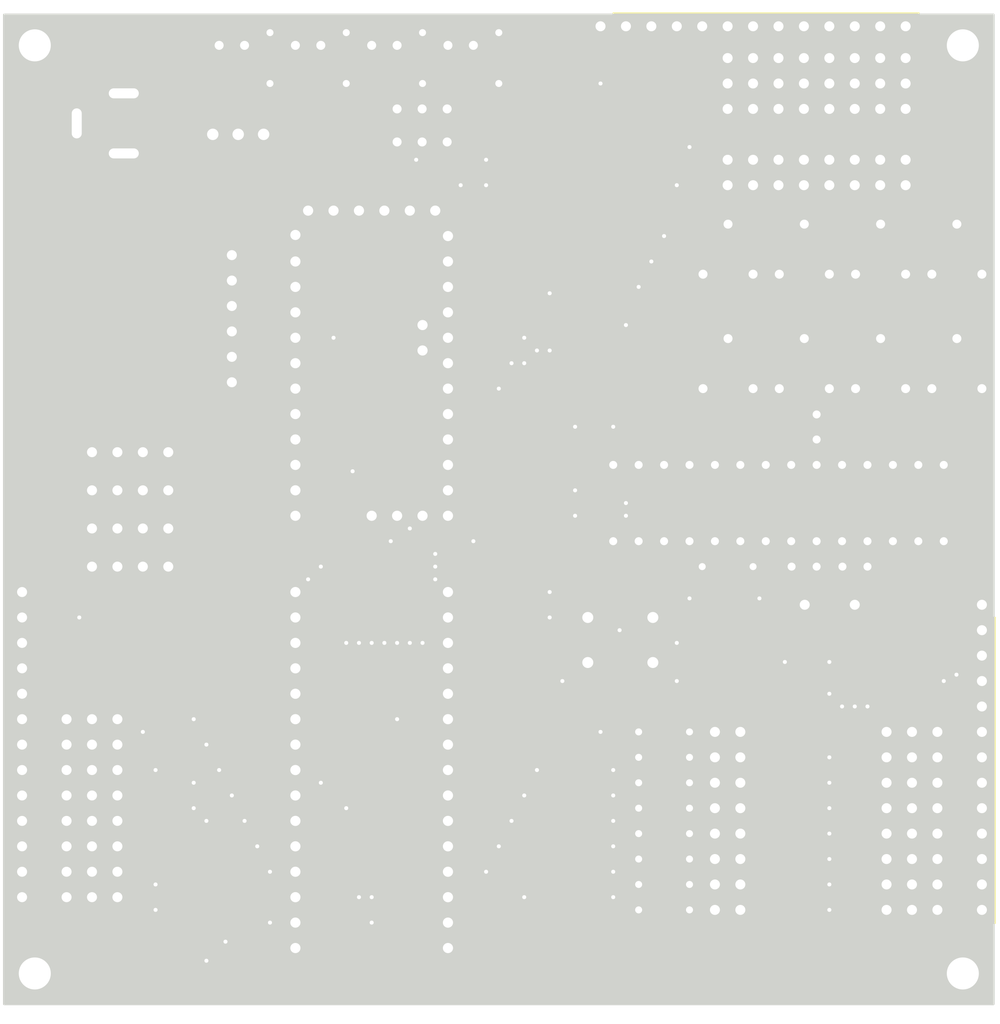
<source format=kicad_pcb>
(kicad_pcb (version 4) (host pcbnew 4.0.7+dfsg1-1~bpo9+1)
  (layers (0 F.Cu signal) (31 B.Cu signal) (34 B.Paste user) (35 F.Paste user) (36 B.SilkS user) (37 F.SilkS user) (38 B.Mask user) (39 F.Mask user) (44 Edge.Cuts user hide))
  (net 0 "")
  (net 1 /3V3)
  (net 2 Earth)
  (net 3 /D10)
  (net 4 /D9)
  (net 5 /D8)
  (net 6 /D7)
  (net 7 /D6)
  (net 8 /D5)
  (net 9 /D4)
  (net 10 /A5)
  (net 11 /A4)
  (net 12 /D13)
  (net 13 /D12)
  (net 14 /D11)
  (net 15 /D1)
  (net 16 /D0)
  (net 17 /A7)
  (net 18 /A6)
  (net 19 /A3)
  (net 20 /A2)
  (net 21 /A1)
  (net 22 /A0)
  (net 23 /D3)
  (net 24 "Net-(D3-Pad1)")
  (net 25 "Net-(D4-Pad1)")
  (net 26 "Net-(D5-Pad1)")
  (net 27 "Net-(D6-Pad1)")
  (net 28 "Net-(D7-Pad1)")
  (net 29 "Net-(D8-Pad1)")
  (net 30 "Net-(D9-Pad1)")
  (net 31 /VCC)
  (net 32 /VIN)
  (net 33 /D2)
  (net 34 "Net-(D2-Pad1)")
  (net 35 /AVCC)
  (net 36 "Net-(C2-Pad1)")
  (net 37 "Net-(H1-Pad1)")
  (net 38 "Net-(H1-Pad2)")
  (net 39 "Net-(H1-Pad3)")
  (net 40 "Net-(H1-Pad4)")
  (net 41 "Net-(H1-Pad5)")
  (net 42 "Net-(H1-Pad6)")
  (net 43 "Net-(H1-Pad7)")
  (net 44 "Net-(H1-Pad8)")
  (net 45 "Net-(H3-Pad1)")
  (net 46 "Net-(H3-Pad2)")
  (net 47 "Net-(H3-Pad3)")
  (net 48 "Net-(H3-Pad4)")
  (net 49 "Net-(H3-Pad5)")
  (net 50 "Net-(H3-Pad6)")
  (net 51 "Net-(H3-Pad7)")
  (net 52 "Net-(H3-Pad8)")
  (net 53 "Net-(FT1-Pad3)")
  (net 54 "Net-(C3-Pad2)")
  (net 55 /RESET)
  (net 56 "Net-(PR2-Pad2)")
  (net 57 "Net-(XA1-PadGND3)")
  (net 58 "Net-(LED1-Pad2)")
  (net 59 "Net-(LED2-Pad2)")
  (net 60 "Net-(LED4-Pad2)")
  (net 61 "Net-(LED3-Pad2)")
  (module Buttons_Switches_THT:SW_CuK_JS202011CQN_DPDT_Straight (layer F.Cu) (at 101.6 40.64)
    (fp_text reference SW1 (at 2.75 -1.6) (layer F.SilkS))
    (fp_text value SW_SPDT)
    (pad 1 thru_hole rect (at 0 0) (size 1.4 1.4) (drill 0.9) (layers *.Cu *.Mask) (net 53 "Net-(FT1-Pad3)"))
    (pad 2 thru_hole circle (at 2.5 0) (size 1.4 1.4) (drill 0.9) (layers *.Cu *.Mask) (net 31 /VCC))
    (pad 3 thru_hole circle (at 5 0) (size 1.4 1.4) (drill 0.9) (layers *.Cu *.Mask) (net 56 "Net-(PR2-Pad2)"))
    (pad 4 thru_hole circle (at 0 3.3) (size 1.4 1.4) (drill 0.9) (layers *.Cu *.Mask))
    (pad 5 thru_hole circle (at 2.5 3.3) (size 1.4 1.4) (drill 0.9) (layers *.Cu *.Mask))
    (pad 6 thru_hole circle (at 5 3.3) (size 1.4 1.4) (drill 0.9) (layers *.Cu *.Mask))
  )
  (module Pin_Headers:Pin_Header_Straight_1x03_Pitch2.54mm (layer F.Cu) (at 134.62 40.64 180)
    (fp_text reference A0 (at 0 -2.33 180) (layer F.SilkS))
    (fp_text value DATA)
    (pad 1 thru_hole rect (at 0 0 180) (size 1.7 1.7) (drill 1) (layers *.Cu *.Mask) (net 2 Earth))
    (pad 2 thru_hole oval (at 0 2.54 180) (size 1.7 1.7) (drill 1) (layers *.Cu *.Mask) (net 31 /VCC))
    (pad 3 thru_hole oval (at 0 5.08 180) (size 1.7 1.7) (drill 1) (layers *.Cu *.Mask) (net 22 /A0))
  )
  (module Pin_Headers:Pin_Header_Straight_1x03_Pitch2.54mm (layer F.Cu) (at 137.16 40.64 180)
    (fp_text reference A1 (at 0 -2.33 180) (layer F.SilkS))
    (fp_text value DATA)
    (pad 1 thru_hole rect (at 0 0 180) (size 1.7 1.7) (drill 1) (layers *.Cu *.Mask) (net 2 Earth))
    (pad 2 thru_hole oval (at 0 2.54 180) (size 1.7 1.7) (drill 1) (layers *.Cu *.Mask) (net 31 /VCC))
    (pad 3 thru_hole oval (at 0 5.08 180) (size 1.7 1.7) (drill 1) (layers *.Cu *.Mask) (net 21 /A1))
  )
  (module Pin_Headers:Pin_Header_Straight_1x03_Pitch2.54mm (layer F.Cu) (at 139.7 40.64 180)
    (fp_text reference A2 (at 0 -2.33 180) (layer F.SilkS))
    (fp_text value DATA)
    (pad 1 thru_hole rect (at 0 0 180) (size 1.7 1.7) (drill 1) (layers *.Cu *.Mask) (net 2 Earth))
    (pad 2 thru_hole oval (at 0 2.54 180) (size 1.7 1.7) (drill 1) (layers *.Cu *.Mask) (net 31 /VCC))
    (pad 3 thru_hole oval (at 0 5.08 180) (size 1.7 1.7) (drill 1) (layers *.Cu *.Mask) (net 20 /A2))
  )
  (module Pin_Headers:Pin_Header_Straight_1x03_Pitch2.54mm (layer F.Cu) (at 142.24 40.64 180)
    (fp_text reference A3 (at 0 -2.33 180) (layer F.SilkS))
    (fp_text value DATA)
    (pad 1 thru_hole rect (at 0 0 180) (size 1.7 1.7) (drill 1) (layers *.Cu *.Mask) (net 2 Earth))
    (pad 2 thru_hole oval (at 0 2.54 180) (size 1.7 1.7) (drill 1) (layers *.Cu *.Mask) (net 31 /VCC))
    (pad 3 thru_hole oval (at 0 5.08 180) (size 1.7 1.7) (drill 1) (layers *.Cu *.Mask) (net 19 /A3))
  )
  (module Pin_Headers:Pin_Header_Straight_1x03_Pitch2.54mm (layer F.Cu) (at 144.78 40.64 180)
    (fp_text reference A4 (at 0 -2.33 180) (layer F.SilkS))
    (fp_text value DATA)
    (pad 1 thru_hole rect (at 0 0 180) (size 1.7 1.7) (drill 1) (layers *.Cu *.Mask) (net 2 Earth))
    (pad 2 thru_hole oval (at 0 2.54 180) (size 1.7 1.7) (drill 1) (layers *.Cu *.Mask) (net 31 /VCC))
    (pad 3 thru_hole oval (at 0 5.08 180) (size 1.7 1.7) (drill 1) (layers *.Cu *.Mask) (net 11 /A4))
  )
  (module Pin_Headers:Pin_Header_Straight_1x03_Pitch2.54mm (layer F.Cu) (at 147.32 40.64 180)
    (fp_text reference A5 (at 0 -2.33 180) (layer F.SilkS))
    (fp_text value DATA)
    (pad 1 thru_hole rect (at 0 0 180) (size 1.7 1.7) (drill 1) (layers *.Cu *.Mask) (net 2 Earth))
    (pad 2 thru_hole oval (at 0 2.54 180) (size 1.7 1.7) (drill 1) (layers *.Cu *.Mask) (net 31 /VCC))
    (pad 3 thru_hole oval (at 0 5.08 180) (size 1.7 1.7) (drill 1) (layers *.Cu *.Mask) (net 10 /A5))
  )
  (module Pin_Headers:Pin_Header_Straight_1x03_Pitch2.54mm (layer F.Cu) (at 149.86 40.64 180)
    (fp_text reference A6 (at 0 -2.33 180) (layer F.SilkS))
    (fp_text value DATA)
    (pad 1 thru_hole rect (at 0 0 180) (size 1.7 1.7) (drill 1) (layers *.Cu *.Mask) (net 2 Earth))
    (pad 2 thru_hole oval (at 0 2.54 180) (size 1.7 1.7) (drill 1) (layers *.Cu *.Mask) (net 31 /VCC))
    (pad 3 thru_hole oval (at 0 5.08 180) (size 1.7 1.7) (drill 1) (layers *.Cu *.Mask) (net 18 /A6))
  )
  (module Pin_Headers:Pin_Header_Straight_1x03_Pitch2.54mm (layer F.Cu) (at 152.4 40.64 180)
    (fp_text reference A7 (at 0 -2.33 180) (layer F.SilkS))
    (fp_text value DATA)
    (pad 1 thru_hole rect (at 0 0 180) (size 1.7 1.7) (drill 1) (layers *.Cu *.Mask) (net 2 Earth))
    (pad 2 thru_hole oval (at 0 2.54 180) (size 1.7 1.7) (drill 1) (layers *.Cu *.Mask) (net 31 /VCC))
    (pad 3 thru_hole oval (at 0 5.08 180) (size 1.7 1.7) (drill 1) (layers *.Cu *.Mask) (net 17 /A7))
  )
  (module Pin_Headers:Pin_Header_Straight_1x03_Pitch2.54mm (layer F.Cu) (at 73.66 114.3 270)
    (fp_text reference D10 (at 0 -3.81 360) (layer F.SilkS))
    (fp_text value DATA)
    (pad 1 thru_hole rect (at 0 0 270) (size 1.7 1.7) (drill 1) (layers *.Cu *.Mask) (net 2 Earth))
    (pad 2 thru_hole oval (at 0 2.54 270) (size 1.7 1.7) (drill 1) (layers *.Cu *.Mask) (net 31 /VCC))
    (pad 3 thru_hole oval (at 0 5.08 270) (size 1.7 1.7) (drill 1) (layers *.Cu *.Mask) (net 3 /D10))
  )
  (module Pin_Headers:Pin_Header_Straight_1x03_Pitch2.54mm (layer F.Cu) (at 150.495 102.87 90)
    (fp_text reference DA2 (at 0 2.54 180) (layer F.SilkS))
    (fp_text value DATA)
    (pad 1 thru_hole rect (at 0 0 90) (size 1.7 1.7) (drill 1) (layers *.Cu *.Mask) (net 2 Earth))
    (pad 2 thru_hole oval (at 0 2.54 90) (size 1.7 1.7) (drill 1) (layers *.Cu *.Mask) (net 31 /VCC))
    (pad 3 thru_hole oval (at 0 5.08 90) (size 1.7 1.7) (drill 1) (layers *.Cu *.Mask) (net 33 /D2))
  )
  (module Pin_Headers:Pin_Header_Straight_1x03_Pitch2.54mm (layer F.Cu) (at 150.495 105.41 90)
    (fp_text reference DA3 (at 0 2.54 180) (layer F.SilkS))
    (fp_text value DATA)
    (pad 1 thru_hole rect (at 0 0 90) (size 1.7 1.7) (drill 1) (layers *.Cu *.Mask) (net 2 Earth))
    (pad 2 thru_hole oval (at 0 2.54 90) (size 1.7 1.7) (drill 1) (layers *.Cu *.Mask) (net 31 /VCC))
    (pad 3 thru_hole oval (at 0 5.08 90) (size 1.7 1.7) (drill 1) (layers *.Cu *.Mask) (net 23 /D3))
  )
  (module Pin_Headers:Pin_Header_Straight_1x03_Pitch2.54mm (layer F.Cu) (at 150.495 107.95 90)
    (fp_text reference DA4 (at 0 2.54 180) (layer F.SilkS))
    (fp_text value DATA)
    (pad 1 thru_hole rect (at 0 0 90) (size 1.7 1.7) (drill 1) (layers *.Cu *.Mask) (net 2 Earth))
    (pad 2 thru_hole oval (at 0 2.54 90) (size 1.7 1.7) (drill 1) (layers *.Cu *.Mask) (net 31 /VCC))
    (pad 3 thru_hole oval (at 0 5.08 90) (size 1.7 1.7) (drill 1) (layers *.Cu *.Mask) (net 9 /D4))
  )
  (module Pin_Headers:Pin_Header_Straight_1x03_Pitch2.54mm (layer F.Cu) (at 150.495 110.49 90)
    (fp_text reference DA5 (at 0 2.54 180) (layer F.SilkS))
    (fp_text value DATA)
    (pad 1 thru_hole rect (at 0 0 90) (size 1.7 1.7) (drill 1) (layers *.Cu *.Mask) (net 2 Earth))
    (pad 2 thru_hole oval (at 0 2.54 90) (size 1.7 1.7) (drill 1) (layers *.Cu *.Mask) (net 31 /VCC))
    (pad 3 thru_hole oval (at 0 5.08 90) (size 1.7 1.7) (drill 1) (layers *.Cu *.Mask) (net 8 /D5))
  )
  (module Pin_Headers:Pin_Header_Straight_1x03_Pitch2.54mm (layer F.Cu) (at 150.495 113.03 90)
    (fp_text reference DA6 (at 0 2.54 180) (layer F.SilkS))
    (fp_text value DATA)
    (pad 1 thru_hole rect (at 0 0 90) (size 1.7 1.7) (drill 1) (layers *.Cu *.Mask) (net 2 Earth))
    (pad 2 thru_hole oval (at 0 2.54 90) (size 1.7 1.7) (drill 1) (layers *.Cu *.Mask) (net 31 /VCC))
    (pad 3 thru_hole oval (at 0 5.08 90) (size 1.7 1.7) (drill 1) (layers *.Cu *.Mask) (net 7 /D6))
  )
  (module Pin_Headers:Pin_Header_Straight_1x03_Pitch2.54mm (layer F.Cu) (at 150.495 115.57 90)
    (fp_text reference DA7 (at 0 2.54 180) (layer F.SilkS))
    (fp_text value DATA)
    (pad 1 thru_hole rect (at 0 0 90) (size 1.7 1.7) (drill 1) (layers *.Cu *.Mask) (net 2 Earth))
    (pad 2 thru_hole oval (at 0 2.54 90) (size 1.7 1.7) (drill 1) (layers *.Cu *.Mask) (net 31 /VCC))
    (pad 3 thru_hole oval (at 0 5.08 90) (size 1.7 1.7) (drill 1) (layers *.Cu *.Mask) (net 6 /D7))
  )
  (module Pin_Headers:Pin_Header_Straight_1x03_Pitch2.54mm (layer F.Cu) (at 150.495 118.11 90)
    (fp_text reference DA8 (at 0 2.54 180) (layer F.SilkS))
    (fp_text value DATA)
    (pad 1 thru_hole rect (at 0 0 90) (size 1.7 1.7) (drill 1) (layers *.Cu *.Mask) (net 2 Earth))
    (pad 2 thru_hole oval (at 0 2.54 90) (size 1.7 1.7) (drill 1) (layers *.Cu *.Mask) (net 31 /VCC))
    (pad 3 thru_hole oval (at 0 5.08 90) (size 1.7 1.7) (drill 1) (layers *.Cu *.Mask) (net 5 /D8))
  )
  (module Pin_Headers:Pin_Header_Straight_1x03_Pitch2.54mm (layer F.Cu) (at 150.495 120.65 90)
    (fp_text reference DA9 (at 0 2.54 180) (layer F.SilkS))
    (fp_text value DATA)
    (pad 1 thru_hole rect (at 0 0 90) (size 1.7 1.7) (drill 1) (layers *.Cu *.Mask) (net 2 Earth))
    (pad 2 thru_hole oval (at 0 2.54 90) (size 1.7 1.7) (drill 1) (layers *.Cu *.Mask) (net 31 /VCC))
    (pad 3 thru_hole oval (at 0 5.08 90) (size 1.7 1.7) (drill 1) (layers *.Cu *.Mask) (net 4 /D9))
  )
  (module Pin_Headers:Pin_Header_Straight_1x06_Pitch2.54mm (layer F.Cu) (at 85.09 67.945 180)
    (fp_text reference FT1 (at 0 -2.33 180) (layer F.SilkS))
    (fp_text value FTDI)
    (pad 1 thru_hole rect (at 0 0 180) (size 1.7 1.7) (drill 1) (layers *.Cu *.Mask) (net 2 Earth))
    (pad 2 thru_hole oval (at 0 2.54 180) (size 1.7 1.7) (drill 1) (layers *.Cu *.Mask) (net 2 Earth))
    (pad 3 thru_hole oval (at 0 5.08 180) (size 1.7 1.7) (drill 1) (layers *.Cu *.Mask) (net 53 "Net-(FT1-Pad3)"))
    (pad 4 thru_hole oval (at 0 7.62 180) (size 1.7 1.7) (drill 1) (layers *.Cu *.Mask) (net 15 /D1))
    (pad 5 thru_hole oval (at 0 10.16 180) (size 1.7 1.7) (drill 1) (layers *.Cu *.Mask) (net 16 /D0))
    (pad 6 thru_hole oval (at 0 12.7 180) (size 1.7 1.7) (drill 1) (layers *.Cu *.Mask) (net 55 /RESET))
  )
  (module Pin_Headers:Pin_Header_Straight_1x08_Pitch2.54mm (layer F.Cu) (at 134.62 48.26 90)
    (fp_text reference H1 (at 0 -2.33 90) (layer F.SilkS))
    (fp_text value Headers8L)
    (pad 1 thru_hole rect (at 0 0 90) (size 1.7 1.7) (drill 1) (layers *.Cu *.Mask) (net 37 "Net-(H1-Pad1)"))
    (pad 2 thru_hole oval (at 0 2.54 90) (size 1.7 1.7) (drill 1) (layers *.Cu *.Mask) (net 38 "Net-(H1-Pad2)"))
    (pad 3 thru_hole oval (at 0 5.08 90) (size 1.7 1.7) (drill 1) (layers *.Cu *.Mask) (net 39 "Net-(H1-Pad3)"))
    (pad 4 thru_hole oval (at 0 7.62 90) (size 1.7 1.7) (drill 1) (layers *.Cu *.Mask) (net 40 "Net-(H1-Pad4)"))
    (pad 5 thru_hole oval (at 0 10.16 90) (size 1.7 1.7) (drill 1) (layers *.Cu *.Mask) (net 41 "Net-(H1-Pad5)"))
    (pad 6 thru_hole oval (at 0 12.7 90) (size 1.7 1.7) (drill 1) (layers *.Cu *.Mask) (net 42 "Net-(H1-Pad6)"))
    (pad 7 thru_hole oval (at 0 15.24 90) (size 1.7 1.7) (drill 1) (layers *.Cu *.Mask) (net 43 "Net-(H1-Pad7)"))
    (pad 8 thru_hole oval (at 0 17.78 90) (size 1.7 1.7) (drill 1) (layers *.Cu *.Mask) (net 44 "Net-(H1-Pad8)"))
  )
  (module Pin_Headers:Pin_Header_Straight_1x08_Pitch2.54mm (layer F.Cu) (at 134.62 45.72 90)
    (fp_text reference H2 (at 0 -2.33 90) (layer F.SilkS))
    (fp_text value Headers8)
    (pad 1 thru_hole rect (at 0 0 90) (size 1.7 1.7) (drill 1) (layers *.Cu *.Mask) (net 22 /A0))
    (pad 2 thru_hole oval (at 0 2.54 90) (size 1.7 1.7) (drill 1) (layers *.Cu *.Mask) (net 21 /A1))
    (pad 3 thru_hole oval (at 0 5.08 90) (size 1.7 1.7) (drill 1) (layers *.Cu *.Mask) (net 20 /A2))
    (pad 4 thru_hole oval (at 0 7.62 90) (size 1.7 1.7) (drill 1) (layers *.Cu *.Mask) (net 19 /A3))
    (pad 5 thru_hole oval (at 0 10.16 90) (size 1.7 1.7) (drill 1) (layers *.Cu *.Mask) (net 11 /A4))
    (pad 6 thru_hole oval (at 0 12.7 90) (size 1.7 1.7) (drill 1) (layers *.Cu *.Mask) (net 10 /A5))
    (pad 7 thru_hole oval (at 0 15.24 90) (size 1.7 1.7) (drill 1) (layers *.Cu *.Mask) (net 18 /A6))
    (pad 8 thru_hole oval (at 0 17.78 90) (size 1.7 1.7) (drill 1) (layers *.Cu *.Mask) (net 17 /A7))
  )
  (module Pin_Headers:Pin_Header_Straight_1x08_Pitch2.54mm (layer F.Cu) (at 133.35 102.87)
    (fp_text reference H3 (at 0 20.32) (layer F.SilkS))
    (fp_text value Headers8L)
    (pad 1 thru_hole rect (at 0 0) (size 1.7 1.7) (drill 1) (layers *.Cu *.Mask) (net 45 "Net-(H3-Pad1)"))
    (pad 2 thru_hole oval (at 0 2.54) (size 1.7 1.7) (drill 1) (layers *.Cu *.Mask) (net 46 "Net-(H3-Pad2)"))
    (pad 3 thru_hole oval (at 0 5.08) (size 1.7 1.7) (drill 1) (layers *.Cu *.Mask) (net 47 "Net-(H3-Pad3)"))
    (pad 4 thru_hole oval (at 0 7.62) (size 1.7 1.7) (drill 1) (layers *.Cu *.Mask) (net 48 "Net-(H3-Pad4)"))
    (pad 5 thru_hole oval (at 0 10.16) (size 1.7 1.7) (drill 1) (layers *.Cu *.Mask) (net 49 "Net-(H3-Pad5)"))
    (pad 6 thru_hole oval (at 0 12.7) (size 1.7 1.7) (drill 1) (layers *.Cu *.Mask) (net 50 "Net-(H3-Pad6)"))
    (pad 7 thru_hole oval (at 0 15.24) (size 1.7 1.7) (drill 1) (layers *.Cu *.Mask) (net 51 "Net-(H3-Pad7)"))
    (pad 8 thru_hole oval (at 0 17.78) (size 1.7 1.7) (drill 1) (layers *.Cu *.Mask) (net 52 "Net-(H3-Pad8)"))
  )
  (module Pin_Headers:Pin_Header_Straight_1x08_Pitch2.54mm (layer F.Cu) (at 135.89 102.87)
    (fp_text reference H4 (at 0 20.32) (layer F.SilkS))
    (fp_text value Headers8)
    (pad 1 thru_hole rect (at 0 0) (size 1.7 1.7) (drill 1) (layers *.Cu *.Mask) (net 34 "Net-(D2-Pad1)"))
    (pad 2 thru_hole oval (at 0 2.54) (size 1.7 1.7) (drill 1) (layers *.Cu *.Mask) (net 24 "Net-(D3-Pad1)"))
    (pad 3 thru_hole oval (at 0 5.08) (size 1.7 1.7) (drill 1) (layers *.Cu *.Mask) (net 25 "Net-(D4-Pad1)"))
    (pad 4 thru_hole oval (at 0 7.62) (size 1.7 1.7) (drill 1) (layers *.Cu *.Mask) (net 26 "Net-(D5-Pad1)"))
    (pad 5 thru_hole oval (at 0 10.16) (size 1.7 1.7) (drill 1) (layers *.Cu *.Mask) (net 27 "Net-(D6-Pad1)"))
    (pad 6 thru_hole oval (at 0 12.7) (size 1.7 1.7) (drill 1) (layers *.Cu *.Mask) (net 28 "Net-(D7-Pad1)"))
    (pad 7 thru_hole oval (at 0 15.24) (size 1.7 1.7) (drill 1) (layers *.Cu *.Mask) (net 29 "Net-(D8-Pad1)"))
    (pad 8 thru_hole oval (at 0 17.78) (size 1.7 1.7) (drill 1) (layers *.Cu *.Mask) (net 30 "Net-(D9-Pad1)"))
  )
  (module Pin_Headers:Pin_Header_Straight_1x04_Pitch2.54mm (layer F.Cu) (at 71.12 86.36 90)
    (fp_text reference I2C1 (at 0 -2.33 90) (layer F.SilkS))
    (fp_text value I2CHeader)
    (pad 1 thru_hole rect (at 0 0 90) (size 1.7 1.7) (drill 1) (layers *.Cu *.Mask) (net 2 Earth))
    (pad 2 thru_hole oval (at 0 2.54 90) (size 1.7 1.7) (drill 1) (layers *.Cu *.Mask) (net 31 /VCC))
    (pad 3 thru_hole oval (at 0 5.08 90) (size 1.7 1.7) (drill 1) (layers *.Cu *.Mask) (net 10 /A5))
    (pad 4 thru_hole oval (at 0 7.62 90) (size 1.7 1.7) (drill 1) (layers *.Cu *.Mask) (net 11 /A4))
  )
  (module Pin_Headers:Pin_Header_Straight_1x04_Pitch2.54mm (layer F.Cu) (at 71.12 74.93 90)
    (fp_text reference I2C2 (at 0 -2.33 90) (layer F.SilkS))
    (fp_text value I2CHeader)
    (pad 1 thru_hole rect (at 0 0 90) (size 1.7 1.7) (drill 1) (layers *.Cu *.Mask) (net 2 Earth))
    (pad 2 thru_hole oval (at 0 2.54 90) (size 1.7 1.7) (drill 1) (layers *.Cu *.Mask) (net 31 /VCC))
    (pad 3 thru_hole oval (at 0 5.08 90) (size 1.7 1.7) (drill 1) (layers *.Cu *.Mask) (net 10 /A5))
    (pad 4 thru_hole oval (at 0 7.62 90) (size 1.7 1.7) (drill 1) (layers *.Cu *.Mask) (net 11 /A4))
  )
  (module Pin_Headers:Pin_Header_Straight_1x04_Pitch2.54mm (layer F.Cu) (at 71.12 82.55 90)
    (fp_text reference I2C3 (at 0 -2.33 90) (layer F.SilkS))
    (fp_text value I2CHeader)
    (pad 1 thru_hole rect (at 0 0 90) (size 1.7 1.7) (drill 1) (layers *.Cu *.Mask) (net 2 Earth))
    (pad 2 thru_hole oval (at 0 2.54 90) (size 1.7 1.7) (drill 1) (layers *.Cu *.Mask) (net 31 /VCC))
    (pad 3 thru_hole oval (at 0 5.08 90) (size 1.7 1.7) (drill 1) (layers *.Cu *.Mask) (net 10 /A5))
    (pad 4 thru_hole oval (at 0 7.62 90) (size 1.7 1.7) (drill 1) (layers *.Cu *.Mask) (net 11 /A4))
  )
  (module Pin_Headers:Pin_Header_Straight_1x04_Pitch2.54mm (layer F.Cu) (at 71.12 78.74 90)
    (fp_text reference I2C4 (at 0 -2.33 90) (layer F.SilkS))
    (fp_text value I2CHeader)
    (pad 1 thru_hole rect (at 0 0 90) (size 1.7 1.7) (drill 1) (layers *.Cu *.Mask) (net 2 Earth))
    (pad 2 thru_hole oval (at 0 2.54 90) (size 1.7 1.7) (drill 1) (layers *.Cu *.Mask) (net 31 /VCC))
    (pad 3 thru_hole oval (at 0 5.08 90) (size 1.7 1.7) (drill 1) (layers *.Cu *.Mask) (net 10 /A5))
    (pad 4 thru_hole oval (at 0 7.62 90) (size 1.7 1.7) (drill 1) (layers *.Cu *.Mask) (net 11 /A4))
  )
  (module Connectors:BARREL_JACK (layer F.Cu) (at 74.295 45.085 270)
    (fp_text reference J1 (at -8.45 5.75 450) (layer F.SilkS))
    (fp_text value Conn_Coaxial_Power)
    (pad 1 thru_hole rect (at 0 0 270) (size 3.5 3.5) (drill oval 1 3) (layers *.Cu *.Mask) (net 32 /VIN))
    (pad 2 thru_hole rect (at -6 0 270) (size 3.5 3.5) (drill oval 1 3) (layers *.Cu *.Mask) (net 2 Earth))
    (pad 3 thru_hole rect (at -3 4.7 270) (size 3.5 3.5) (drill oval 3 1) (layers *.Cu *.Mask))
  )
  (module Pin_Headers:Pin_Header_Straight_1x03_Pitch2.54mm (layer F.Cu) (at 73.66 109.22 270)
    (fp_text reference MISO1 (at 0 -3.81 360) (layer F.SilkS))
    (fp_text value DATA)
    (pad 1 thru_hole rect (at 0 0 270) (size 1.7 1.7) (drill 1) (layers *.Cu *.Mask) (net 2 Earth))
    (pad 2 thru_hole oval (at 0 2.54 270) (size 1.7 1.7) (drill 1) (layers *.Cu *.Mask) (net 31 /VCC))
    (pad 3 thru_hole oval (at 0 5.08 270) (size 1.7 1.7) (drill 1) (layers *.Cu *.Mask) (net 13 /D12))
  )
  (module Pin_Headers:Pin_Header_Straight_1x03_Pitch2.54mm (layer F.Cu) (at 73.66 111.76 270)
    (fp_text reference MOSI1 (at 0 -3.81 360) (layer F.SilkS))
    (fp_text value DATA)
    (pad 1 thru_hole rect (at 0 0 270) (size 1.7 1.7) (drill 1) (layers *.Cu *.Mask) (net 2 Earth))
    (pad 2 thru_hole oval (at 0 2.54 270) (size 1.7 1.7) (drill 1) (layers *.Cu *.Mask) (net 31 /VCC))
    (pad 3 thru_hole oval (at 0 5.08 270) (size 1.7 1.7) (drill 1) (layers *.Cu *.Mask) (net 14 /D11))
  )
  (module Pin_Headers:Pin_Header_Straight_1x13_Pitch2.54mm (layer F.Cu) (at 121.92 32.385 90)
    (fp_text reference O1 (at 0 -2.33 90) (layer F.SilkS))
    (fp_text value Analog)
    (pad 1 thru_hole rect (at 0 0 90) (size 1.7 1.7) (drill 1) (layers *.Cu *.Mask) (net 32 /VIN))
    (pad 2 thru_hole oval (at 0 2.54 90) (size 1.7 1.7) (drill 1) (layers *.Cu *.Mask) (net 31 /VCC))
    (pad 3 thru_hole oval (at 0 5.08 90) (size 1.7 1.7) (drill 1) (layers *.Cu *.Mask) (net 1 /3V3))
    (pad 4 thru_hole oval (at 0 7.62 90) (size 1.7 1.7) (drill 1) (layers *.Cu *.Mask) (net 2 Earth))
    (pad 5 thru_hole oval (at 0 10.16 90) (size 1.7 1.7) (drill 1) (layers *.Cu *.Mask))
    (pad 6 thru_hole oval (at 0 12.7 90) (size 1.7 1.7) (drill 1) (layers *.Cu *.Mask) (net 22 /A0))
    (pad 7 thru_hole oval (at 0 15.24 90) (size 1.7 1.7) (drill 1) (layers *.Cu *.Mask) (net 21 /A1))
    (pad 8 thru_hole oval (at 0 17.78 90) (size 1.7 1.7) (drill 1) (layers *.Cu *.Mask) (net 20 /A2))
    (pad 9 thru_hole oval (at 0 20.32 90) (size 1.7 1.7) (drill 1) (layers *.Cu *.Mask) (net 19 /A3))
    (pad 10 thru_hole oval (at 0 22.86 90) (size 1.7 1.7) (drill 1) (layers *.Cu *.Mask) (net 11 /A4))
    (pad 11 thru_hole oval (at 0 25.4 90) (size 1.7 1.7) (drill 1) (layers *.Cu *.Mask) (net 10 /A5))
    (pad 12 thru_hole oval (at 0 27.94 90) (size 1.7 1.7) (drill 1) (layers *.Cu *.Mask) (net 18 /A6))
    (pad 13 thru_hole oval (at 0 30.48 90) (size 1.7 1.7) (drill 1) (layers *.Cu *.Mask) (net 17 /A7))
  )
  (module Pin_Headers:Pin_Header_Straight_1x13_Pitch2.54mm (layer F.Cu) (at 160.02 90.17)
    (fp_text reference O2 (at 0 -2.33) (layer F.SilkS))
    (fp_text value Digital)
    (pad 1 thru_hole rect (at 0 0) (size 1.7 1.7) (drill 1) (layers *.Cu *.Mask) (net 32 /VIN))
    (pad 2 thru_hole oval (at 0 2.54) (size 1.7 1.7) (drill 1) (layers *.Cu *.Mask) (net 31 /VCC))
    (pad 3 thru_hole oval (at 0 5.08) (size 1.7 1.7) (drill 1) (layers *.Cu *.Mask) (net 1 /3V3))
    (pad 4 thru_hole oval (at 0 7.62) (size 1.7 1.7) (drill 1) (layers *.Cu *.Mask) (net 2 Earth))
    (pad 5 thru_hole oval (at 0 10.16) (size 1.7 1.7) (drill 1) (layers *.Cu *.Mask))
    (pad 6 thru_hole oval (at 0 12.7) (size 1.7 1.7) (drill 1) (layers *.Cu *.Mask) (net 33 /D2))
    (pad 7 thru_hole oval (at 0 15.24) (size 1.7 1.7) (drill 1) (layers *.Cu *.Mask) (net 23 /D3))
    (pad 8 thru_hole oval (at 0 17.78) (size 1.7 1.7) (drill 1) (layers *.Cu *.Mask) (net 9 /D4))
    (pad 9 thru_hole oval (at 0 20.32) (size 1.7 1.7) (drill 1) (layers *.Cu *.Mask) (net 8 /D5))
    (pad 10 thru_hole oval (at 0 22.86) (size 1.7 1.7) (drill 1) (layers *.Cu *.Mask) (net 7 /D6))
    (pad 11 thru_hole oval (at 0 25.4) (size 1.7 1.7) (drill 1) (layers *.Cu *.Mask) (net 6 /D7))
    (pad 12 thru_hole oval (at 0 27.94) (size 1.7 1.7) (drill 1) (layers *.Cu *.Mask) (net 5 /D8))
    (pad 13 thru_hole oval (at 0 30.48) (size 1.7 1.7) (drill 1) (layers *.Cu *.Mask) (net 4 /D9))
  )
  (module Pin_Headers:Pin_Header_Straight_1x13_Pitch2.54mm (layer F.Cu) (at 64.135 88.9)
    (fp_text reference O3 (at 0 -2.33) (layer F.SilkS))
    (fp_text value Serial)
    (pad 1 thru_hole rect (at 0 0) (size 1.7 1.7) (drill 1) (layers *.Cu *.Mask) (net 32 /VIN))
    (pad 2 thru_hole oval (at 0 2.54) (size 1.7 1.7) (drill 1) (layers *.Cu *.Mask) (net 31 /VCC))
    (pad 3 thru_hole oval (at 0 5.08) (size 1.7 1.7) (drill 1) (layers *.Cu *.Mask) (net 1 /3V3))
    (pad 4 thru_hole oval (at 0 7.62) (size 1.7 1.7) (drill 1) (layers *.Cu *.Mask) (net 2 Earth))
    (pad 5 thru_hole oval (at 0 10.16) (size 1.7 1.7) (drill 1) (layers *.Cu *.Mask))
    (pad 6 thru_hole oval (at 0 12.7) (size 1.7 1.7) (drill 1) (layers *.Cu *.Mask) (net 10 /A5))
    (pad 7 thru_hole oval (at 0 15.24) (size 1.7 1.7) (drill 1) (layers *.Cu *.Mask) (net 11 /A4))
    (pad 8 thru_hole oval (at 0 17.78) (size 1.7 1.7) (drill 1) (layers *.Cu *.Mask) (net 12 /D13))
    (pad 9 thru_hole oval (at 0 20.32) (size 1.7 1.7) (drill 1) (layers *.Cu *.Mask) (net 13 /D12))
    (pad 10 thru_hole oval (at 0 22.86) (size 1.7 1.7) (drill 1) (layers *.Cu *.Mask) (net 14 /D11))
    (pad 11 thru_hole oval (at 0 25.4) (size 1.7 1.7) (drill 1) (layers *.Cu *.Mask) (net 3 /D10))
    (pad 12 thru_hole oval (at 0 27.94) (size 1.7 1.7) (drill 1) (layers *.Cu *.Mask) (net 15 /D1))
    (pad 13 thru_hole oval (at 0 30.48) (size 1.7 1.7) (drill 1) (layers *.Cu *.Mask) (net 16 /D0))
  )
  (module Resistors_THT:R_Axial_DIN0204_L3.6mm_D1.6mm_P5.08mm_Horizontal (layer F.Cu) (at 88.9 38.1 90)
    (fp_text reference PR1 (at 2.54 0 90) (layer F.SilkS))
    (fp_text value R)
    (pad 1 thru_hole circle (at 0 0 90) (size 1.4 1.4) (drill 0.7) (layers *.Cu *.Mask) (net 32 /VIN))
    (pad 2 thru_hole oval (at 5.08 0 90) (size 1.4 1.4) (drill 0.7) (layers *.Cu *.Mask) (net 60 "Net-(LED4-Pad2)"))
  )
  (module Resistors_THT:R_Axial_DIN0204_L3.6mm_D1.6mm_P5.08mm_Horizontal (layer F.Cu) (at 111.76 33.02 270)
    (fp_text reference PR2 (at 2.54 0 270) (layer F.SilkS))
    (fp_text value R)
    (pad 1 thru_hole circle (at 0 0 270) (size 1.4 1.4) (drill 0.7) (layers *.Cu *.Mask) (net 61 "Net-(LED3-Pad2)"))
    (pad 2 thru_hole oval (at 5.08 0 270) (size 1.4 1.4) (drill 0.7) (layers *.Cu *.Mask) (net 56 "Net-(PR2-Pad2)"))
  )
  (module Resistors_THT:R_Axial_DIN0204_L3.6mm_D1.6mm_P5.08mm_Horizontal (layer F.Cu) (at 130.81 102.87 180)
    (fp_text reference R2 (at 2.54 0 180) (layer F.SilkS))
    (fp_text value R)
    (pad 1 thru_hole circle (at 0 0 180) (size 1.4 1.4) (drill 0.7) (layers *.Cu *.Mask) (net 45 "Net-(H3-Pad1)"))
    (pad 2 thru_hole oval (at 5.08 0 180) (size 1.4 1.4) (drill 0.7) (layers *.Cu *.Mask) (net 2 Earth))
  )
  (module Resistors_THT:R_Axial_DIN0204_L3.6mm_D1.6mm_P5.08mm_Horizontal (layer F.Cu) (at 130.81 105.41 180)
    (fp_text reference R3 (at 2.54 0 180) (layer F.SilkS))
    (fp_text value R)
    (pad 1 thru_hole circle (at 0 0 180) (size 1.4 1.4) (drill 0.7) (layers *.Cu *.Mask) (net 46 "Net-(H3-Pad2)"))
    (pad 2 thru_hole oval (at 5.08 0 180) (size 1.4 1.4) (drill 0.7) (layers *.Cu *.Mask) (net 2 Earth))
  )
  (module Resistors_THT:R_Axial_DIN0204_L3.6mm_D1.6mm_P5.08mm_Horizontal (layer F.Cu) (at 130.81 107.95 180)
    (fp_text reference R4 (at 2.54 0 180) (layer F.SilkS))
    (fp_text value R)
    (pad 1 thru_hole circle (at 0 0 180) (size 1.4 1.4) (drill 0.7) (layers *.Cu *.Mask) (net 47 "Net-(H3-Pad3)"))
    (pad 2 thru_hole oval (at 5.08 0 180) (size 1.4 1.4) (drill 0.7) (layers *.Cu *.Mask) (net 2 Earth))
  )
  (module Resistors_THT:R_Axial_DIN0204_L3.6mm_D1.6mm_P5.08mm_Horizontal (layer F.Cu) (at 130.81 110.49 180)
    (fp_text reference R5 (at 2.54 0 180) (layer F.SilkS))
    (fp_text value R)
    (pad 1 thru_hole circle (at 0 0 180) (size 1.4 1.4) (drill 0.7) (layers *.Cu *.Mask) (net 48 "Net-(H3-Pad4)"))
    (pad 2 thru_hole oval (at 5.08 0 180) (size 1.4 1.4) (drill 0.7) (layers *.Cu *.Mask) (net 2 Earth))
  )
  (module Resistors_THT:R_Axial_DIN0204_L3.6mm_D1.6mm_P5.08mm_Horizontal (layer F.Cu) (at 130.81 113.03 180)
    (fp_text reference R6 (at 2.54 0 180) (layer F.SilkS))
    (fp_text value R)
    (pad 1 thru_hole circle (at 0 0 180) (size 1.4 1.4) (drill 0.7) (layers *.Cu *.Mask) (net 49 "Net-(H3-Pad5)"))
    (pad 2 thru_hole oval (at 5.08 0 180) (size 1.4 1.4) (drill 0.7) (layers *.Cu *.Mask) (net 2 Earth))
  )
  (module Resistors_THT:R_Axial_DIN0204_L3.6mm_D1.6mm_P5.08mm_Horizontal (layer F.Cu) (at 130.81 115.57 180)
    (fp_text reference R7 (at 2.54 0 180) (layer F.SilkS))
    (fp_text value R)
    (pad 1 thru_hole circle (at 0 0 180) (size 1.4 1.4) (drill 0.7) (layers *.Cu *.Mask) (net 50 "Net-(H3-Pad6)"))
    (pad 2 thru_hole oval (at 5.08 0 180) (size 1.4 1.4) (drill 0.7) (layers *.Cu *.Mask) (net 2 Earth))
  )
  (module Resistors_THT:R_Axial_DIN0204_L3.6mm_D1.6mm_P5.08mm_Horizontal (layer F.Cu) (at 130.81 118.11 180)
    (fp_text reference R8 (at 2.54 0 180) (layer F.SilkS))
    (fp_text value R)
    (pad 1 thru_hole circle (at 0 0 180) (size 1.4 1.4) (drill 0.7) (layers *.Cu *.Mask) (net 51 "Net-(H3-Pad7)"))
    (pad 2 thru_hole oval (at 5.08 0 180) (size 1.4 1.4) (drill 0.7) (layers *.Cu *.Mask) (net 2 Earth))
  )
  (module Resistors_THT:R_Axial_DIN0204_L3.6mm_D1.6mm_P5.08mm_Horizontal (layer F.Cu) (at 130.81 120.65 180)
    (fp_text reference R9 (at 2.54 0 180) (layer F.SilkS))
    (fp_text value R)
    (pad 1 thru_hole circle (at 0 0 180) (size 1.4 1.4) (drill 0.7) (layers *.Cu *.Mask) (net 52 "Net-(H3-Pad8)"))
    (pad 2 thru_hole oval (at 5.08 0 180) (size 1.4 1.4) (drill 0.7) (layers *.Cu *.Mask) (net 2 Earth))
  )
  (module Potentiometers:Potentiometer_Trimmer_Piher_PT-6v_Horizontal (layer F.Cu) (at 137.16 57.15 90)
    (fp_text reference RV0 (at -1.905 -2.54 180) (layer F.SilkS))
    (fp_text value POT_TRIM)
    (pad 3 thru_hole circle (at 0 -5 90) (size 1.62 1.62) (drill 0.9) (layers *.Cu *.Mask) (net 2 Earth))
    (pad 2 thru_hole circle (at 5 -2.5 90) (size 1.62 1.62) (drill 0.9) (layers *.Cu *.Mask) (net 37 "Net-(H1-Pad1)"))
    (pad 1 thru_hole circle (at 0 0 90) (size 1.62 1.62) (drill 0.9) (layers *.Cu *.Mask) (net 31 /VCC))
  )
  (module Potentiometers:Potentiometer_Trimmer_Piher_PT-6v_Horizontal (layer F.Cu) (at 144.78 57.15 90)
    (fp_text reference RV2 (at -1.905 -2.54 180) (layer F.SilkS))
    (fp_text value POT_TRIM)
    (pad 3 thru_hole circle (at 0 -5 90) (size 1.62 1.62) (drill 0.9) (layers *.Cu *.Mask) (net 2 Earth))
    (pad 2 thru_hole circle (at 5 -2.5 90) (size 1.62 1.62) (drill 0.9) (layers *.Cu *.Mask) (net 39 "Net-(H1-Pad3)"))
    (pad 1 thru_hole circle (at 0 0 90) (size 1.62 1.62) (drill 0.9) (layers *.Cu *.Mask) (net 31 /VCC))
  )
  (module Potentiometers:Potentiometer_Trimmer_Piher_PT-6v_Horizontal (layer F.Cu) (at 152.4 57.15 90)
    (fp_text reference RV4 (at -1.905 -2.54 180) (layer F.SilkS))
    (fp_text value POT_TRIM)
    (pad 3 thru_hole circle (at 0 -5 90) (size 1.62 1.62) (drill 0.9) (layers *.Cu *.Mask) (net 2 Earth))
    (pad 2 thru_hole circle (at 5 -2.5 90) (size 1.62 1.62) (drill 0.9) (layers *.Cu *.Mask) (net 41 "Net-(H1-Pad5)"))
    (pad 1 thru_hole circle (at 0 0 90) (size 1.62 1.62) (drill 0.9) (layers *.Cu *.Mask) (net 31 /VCC))
  )
  (module Potentiometers:Potentiometer_Trimmer_Piher_PT-6v_Horizontal (layer F.Cu) (at 152.4 68.58 90)
    (fp_text reference RV5 (at -1.905 -2.54 180) (layer F.SilkS))
    (fp_text value POT_TRIM)
    (pad 3 thru_hole circle (at 0 -5 90) (size 1.62 1.62) (drill 0.9) (layers *.Cu *.Mask) (net 2 Earth))
    (pad 2 thru_hole circle (at 5 -2.5 90) (size 1.62 1.62) (drill 0.9) (layers *.Cu *.Mask) (net 42 "Net-(H1-Pad6)"))
    (pad 1 thru_hole circle (at 0 0 90) (size 1.62 1.62) (drill 0.9) (layers *.Cu *.Mask) (net 31 /VCC))
  )
  (module Potentiometers:Potentiometer_Trimmer_Piher_PT-6v_Horizontal (layer F.Cu) (at 160.02 57.15 90)
    (fp_text reference RV6 (at -1.905 -2.54 180) (layer F.SilkS))
    (fp_text value POT_TRIM)
    (pad 3 thru_hole circle (at 0 -5 90) (size 1.62 1.62) (drill 0.9) (layers *.Cu *.Mask) (net 2 Earth))
    (pad 2 thru_hole circle (at 5 -2.5 90) (size 1.62 1.62) (drill 0.9) (layers *.Cu *.Mask) (net 43 "Net-(H1-Pad7)"))
    (pad 1 thru_hole circle (at 0 0 90) (size 1.62 1.62) (drill 0.9) (layers *.Cu *.Mask) (net 31 /VCC))
  )
  (module Potentiometers:Potentiometer_Trimmer_Piher_PT-6v_Horizontal (layer F.Cu) (at 160.02 68.58 90)
    (fp_text reference RV7 (at -1.905 -2.54 180) (layer F.SilkS))
    (fp_text value POT_TRIM)
    (pad 3 thru_hole circle (at 0 -5 90) (size 1.62 1.62) (drill 0.9) (layers *.Cu *.Mask))
    (pad 2 thru_hole circle (at 5 -2.5 90) (size 1.62 1.62) (drill 0.9) (layers *.Cu *.Mask) (net 44 "Net-(H1-Pad8)"))
    (pad 1 thru_hole circle (at 0 0 90) (size 1.62 1.62) (drill 0.9) (layers *.Cu *.Mask) (net 31 /VCC))
  )
  (module Pin_Headers:Pin_Header_Straight_1x03_Pitch2.54mm (layer F.Cu) (at 73.66 119.38 270)
    (fp_text reference RXD1 (at 0 -3.81 360) (layer F.SilkS))
    (fp_text value DATA)
    (pad 1 thru_hole rect (at 0 0 270) (size 1.7 1.7) (drill 1) (layers *.Cu *.Mask) (net 2 Earth))
    (pad 2 thru_hole oval (at 0 2.54 270) (size 1.7 1.7) (drill 1) (layers *.Cu *.Mask) (net 31 /VCC))
    (pad 3 thru_hole oval (at 0 5.08 270) (size 1.7 1.7) (drill 1) (layers *.Cu *.Mask) (net 16 /D0))
  )
  (module Pin_Headers:Pin_Header_Straight_1x03_Pitch2.54mm (layer F.Cu) (at 73.66 106.68 270)
    (fp_text reference SCK1 (at 0 -3.81 360) (layer F.SilkS))
    (fp_text value DATA)
    (pad 1 thru_hole rect (at 0 0 270) (size 1.7 1.7) (drill 1) (layers *.Cu *.Mask) (net 2 Earth))
    (pad 2 thru_hole oval (at 0 2.54 270) (size 1.7 1.7) (drill 1) (layers *.Cu *.Mask) (net 31 /VCC))
    (pad 3 thru_hole oval (at 0 5.08 270) (size 1.7 1.7) (drill 1) (layers *.Cu *.Mask) (net 12 /D13))
  )
  (module Pin_Headers:Pin_Header_Straight_1x03_Pitch2.54mm (layer F.Cu) (at 73.66 101.6 270)
    (fp_text reference SCL1 (at 0 -3.81 360) (layer F.SilkS))
    (fp_text value DATA)
    (pad 1 thru_hole rect (at 0 0 270) (size 1.7 1.7) (drill 1) (layers *.Cu *.Mask) (net 2 Earth))
    (pad 2 thru_hole oval (at 0 2.54 270) (size 1.7 1.7) (drill 1) (layers *.Cu *.Mask) (net 31 /VCC))
    (pad 3 thru_hole oval (at 0 5.08 270) (size 1.7 1.7) (drill 1) (layers *.Cu *.Mask) (net 10 /A5))
  )
  (module Pin_Headers:Pin_Header_Straight_1x03_Pitch2.54mm (layer F.Cu) (at 73.66 104.14 270)
    (fp_text reference SDA1 (at 0 -3.81 360) (layer F.SilkS))
    (fp_text value DATA)
    (pad 1 thru_hole rect (at 0 0 270) (size 1.7 1.7) (drill 1) (layers *.Cu *.Mask) (net 2 Earth))
    (pad 2 thru_hole oval (at 0 2.54 270) (size 1.7 1.7) (drill 1) (layers *.Cu *.Mask) (net 31 /VCC))
    (pad 3 thru_hole oval (at 0 5.08 270) (size 1.7 1.7) (drill 1) (layers *.Cu *.Mask) (net 11 /A4))
  )
  (module Pin_Headers:Pin_Header_Straight_1x03_Pitch2.54mm (layer F.Cu) (at 73.66 116.84 270)
    (fp_text reference TXD1 (at 0 -3.81 360) (layer F.SilkS))
    (fp_text value DATA)
    (pad 1 thru_hole rect (at 0 0 270) (size 1.7 1.7) (drill 1) (layers *.Cu *.Mask) (net 2 Earth))
    (pad 2 thru_hole oval (at 0 2.54 270) (size 1.7 1.7) (drill 1) (layers *.Cu *.Mask) (net 31 /VCC))
    (pad 3 thru_hole oval (at 0 5.08 270) (size 1.7 1.7) (drill 1) (layers *.Cu *.Mask) (net 15 /D1))
  )
  (module Housings_DIP:DIP-28_W7.62mm (layer F.Cu) (at 123.19 83.82 90)
    (fp_text reference U1 (at 3.81 -2.39 90) (layer F.SilkS))
    (fp_text value ATMEGA328-PU)
    (pad 1 thru_hole rect (at 0 0 90) (size 1.6 1.6) (drill 0.8) (layers *.Cu *.Mask) (net 55 /RESET))
    (pad 15 thru_hole oval (at 7.62 33.02 90) (size 1.6 1.6) (drill 0.8) (layers *.Cu *.Mask) (net 4 /D9))
    (pad 2 thru_hole oval (at 0 2.54 90) (size 1.6 1.6) (drill 0.8) (layers *.Cu *.Mask) (net 16 /D0))
    (pad 16 thru_hole oval (at 7.62 30.48 90) (size 1.6 1.6) (drill 0.8) (layers *.Cu *.Mask) (net 3 /D10))
    (pad 3 thru_hole oval (at 0 5.08 90) (size 1.6 1.6) (drill 0.8) (layers *.Cu *.Mask) (net 15 /D1))
    (pad 17 thru_hole oval (at 7.62 27.94 90) (size 1.6 1.6) (drill 0.8) (layers *.Cu *.Mask) (net 14 /D11))
    (pad 4 thru_hole oval (at 0 7.62 90) (size 1.6 1.6) (drill 0.8) (layers *.Cu *.Mask) (net 33 /D2))
    (pad 18 thru_hole oval (at 7.62 25.4 90) (size 1.6 1.6) (drill 0.8) (layers *.Cu *.Mask) (net 13 /D12))
    (pad 5 thru_hole oval (at 0 10.16 90) (size 1.6 1.6) (drill 0.8) (layers *.Cu *.Mask) (net 23 /D3))
    (pad 19 thru_hole oval (at 7.62 22.86 90) (size 1.6 1.6) (drill 0.8) (layers *.Cu *.Mask) (net 12 /D13))
    (pad 6 thru_hole oval (at 0 12.7 90) (size 1.6 1.6) (drill 0.8) (layers *.Cu *.Mask) (net 9 /D4))
    (pad 20 thru_hole oval (at 7.62 20.32 90) (size 1.6 1.6) (drill 0.8) (layers *.Cu *.Mask) (net 35 /AVCC))
    (pad 7 thru_hole oval (at 0 15.24 90) (size 1.6 1.6) (drill 0.8) (layers *.Cu *.Mask) (net 31 /VCC))
    (pad 21 thru_hole oval (at 7.62 17.78 90) (size 1.6 1.6) (drill 0.8) (layers *.Cu *.Mask))
    (pad 8 thru_hole oval (at 0 17.78 90) (size 1.6 1.6) (drill 0.8) (layers *.Cu *.Mask) (net 2 Earth))
    (pad 22 thru_hole oval (at 7.62 15.24 90) (size 1.6 1.6) (drill 0.8) (layers *.Cu *.Mask) (net 2 Earth))
    (pad 9 thru_hole oval (at 0 20.32 90) (size 1.6 1.6) (drill 0.8) (layers *.Cu *.Mask) (net 36 "Net-(C2-Pad1)"))
    (pad 23 thru_hole oval (at 7.62 12.7 90) (size 1.6 1.6) (drill 0.8) (layers *.Cu *.Mask) (net 22 /A0))
    (pad 10 thru_hole oval (at 0 22.86 90) (size 1.6 1.6) (drill 0.8) (layers *.Cu *.Mask) (net 54 "Net-(C3-Pad2)"))
    (pad 24 thru_hole oval (at 7.62 10.16 90) (size 1.6 1.6) (drill 0.8) (layers *.Cu *.Mask) (net 21 /A1))
    (pad 11 thru_hole oval (at 0 25.4 90) (size 1.6 1.6) (drill 0.8) (layers *.Cu *.Mask) (net 8 /D5))
    (pad 25 thru_hole oval (at 7.62 7.62 90) (size 1.6 1.6) (drill 0.8) (layers *.Cu *.Mask) (net 20 /A2))
    (pad 12 thru_hole oval (at 0 27.94 90) (size 1.6 1.6) (drill 0.8) (layers *.Cu *.Mask) (net 7 /D6))
    (pad 26 thru_hole oval (at 7.62 5.08 90) (size 1.6 1.6) (drill 0.8) (layers *.Cu *.Mask) (net 19 /A3))
    (pad 13 thru_hole oval (at 0 30.48 90) (size 1.6 1.6) (drill 0.8) (layers *.Cu *.Mask) (net 6 /D7))
    (pad 27 thru_hole oval (at 7.62 2.54 90) (size 1.6 1.6) (drill 0.8) (layers *.Cu *.Mask) (net 11 /A4))
    (pad 14 thru_hole oval (at 0 33.02 90) (size 1.6 1.6) (drill 0.8) (layers *.Cu *.Mask) (net 5 /D8))
    (pad 28 thru_hole oval (at 7.62 0 90) (size 1.6 1.6) (drill 0.8) (layers *.Cu *.Mask) (net 10 /A5))
  )
  (module Crystals:Resonator-2pin_w6.0mm_h3.0mm (layer F.Cu) (at 147.32 90.17 180)
    (fp_text reference Y1 (at 4.445 -2.54 180) (layer F.SilkS))
    (fp_text value 16MHz)
    (pad 1 thru_hole circle (at 0 0 180) (size 1.7 1.7) (drill 1) (layers *.Cu *.Mask) (net 54 "Net-(C3-Pad2)"))
    (pad 2 thru_hole circle (at 5 0 180) (size 1.7 1.7) (drill 1) (layers *.Cu *.Mask) (net 36 "Net-(C2-Pad1)"))
  )
  (module Arduino:Arduino_Nano (layer F.Cu) (at 99.06 128.27)
    (fp_text reference NANO1 (at 6.604 1.016) (layer F.SilkS))
    (fp_text value Arduino_Nano_Socket)
    (fp_text user USB (at 0 0.635) (layer F.SilkS) (effects (font (size 0.5 0.5) (thickness 0.075))))
    (fp_text user 3.3V (at 6.35 -6.35 90) (layer F.SilkS) (effects (font (size 0.5 0.5) (thickness 0.075))))
    (pad VIN thru_hole circle (at 7.62 -39.37) (size 1.7272 1.7272) (drill 1.016) (layers *.Cu *.Mask) (net 32 /VIN))
    (pad GND2 thru_hole circle (at 7.62 -36.83) (size 1.7272 1.7272) (drill 1.016) (layers *.Cu *.Mask) (net 2 Earth))
    (pad RST2 thru_hole circle (at 7.62 -34.29) (size 1.7272 1.7272) (drill 1.016) (layers *.Cu *.Mask) (net 55 /RESET))
    (pad 5V thru_hole circle (at 7.62 -31.75) (size 1.7272 1.7272) (drill 1.016) (layers *.Cu *.Mask) (net 31 /VCC))
    (pad A7 thru_hole circle (at 7.62 -29.21) (size 1.7272 1.7272) (drill 1.016) (layers *.Cu *.Mask) (net 17 /A7))
    (pad A6 thru_hole circle (at 7.62 -26.67) (size 1.7272 1.7272) (drill 1.016) (layers *.Cu *.Mask) (net 18 /A6))
    (pad A5 thru_hole circle (at 7.62 -24.13) (size 1.7272 1.7272) (drill 1.016) (layers *.Cu *.Mask) (net 10 /A5))
    (pad A4 thru_hole circle (at 7.62 -21.59) (size 1.7272 1.7272) (drill 1.016) (layers *.Cu *.Mask) (net 11 /A4))
    (pad A3 thru_hole circle (at 7.62 -19.05) (size 1.7272 1.7272) (drill 1.016) (layers *.Cu *.Mask) (net 19 /A3))
    (pad A2 thru_hole circle (at 7.62 -16.51) (size 1.7272 1.7272) (drill 1.016) (layers *.Cu *.Mask) (net 20 /A2))
    (pad A1 thru_hole circle (at 7.62 -13.97) (size 1.7272 1.7272) (drill 1.016) (layers *.Cu *.Mask) (net 21 /A1))
    (pad A0 thru_hole circle (at 7.62 -11.43) (size 1.7272 1.7272) (drill 1.016) (layers *.Cu *.Mask) (net 22 /A0))
    (pad AREF thru_hole circle (at 7.62 -8.89) (size 1.7272 1.7272) (drill 1.016) (layers *.Cu *.Mask))
    (pad 3V3 thru_hole circle (at 7.62 -6.35) (size 1.7272 1.7272) (drill 1.016) (layers *.Cu *.Mask) (net 1 /3V3))
    (pad D13 thru_hole circle (at 7.62 -3.81) (size 1.7272 1.7272) (drill 1.016) (layers *.Cu *.Mask) (net 12 /D13))
    (pad D12 thru_hole circle (at -7.62 -3.81) (size 1.7272 1.7272) (drill 1.016) (layers *.Cu *.Mask) (net 13 /D12))
    (pad D11 thru_hole circle (at -7.62 -6.35) (size 1.7272 1.7272) (drill 1.016) (layers *.Cu *.Mask) (net 14 /D11))
    (pad D10 thru_hole circle (at -7.62 -8.89) (size 1.7272 1.7272) (drill 1.016) (layers *.Cu *.Mask) (net 3 /D10))
    (pad D9 thru_hole circle (at -7.62 -11.43) (size 1.7272 1.7272) (drill 1.016) (layers *.Cu *.Mask) (net 4 /D9))
    (pad D8 thru_hole circle (at -7.62 -13.97) (size 1.7272 1.7272) (drill 1.016) (layers *.Cu *.Mask) (net 5 /D8))
    (pad D7 thru_hole circle (at -7.62 -16.51) (size 1.7272 1.7272) (drill 1.016) (layers *.Cu *.Mask) (net 6 /D7))
    (pad D6 thru_hole circle (at -7.62 -19.05) (size 1.7272 1.7272) (drill 1.016) (layers *.Cu *.Mask) (net 7 /D6))
    (pad D5 thru_hole circle (at -7.62 -21.59) (size 1.7272 1.7272) (drill 1.016) (layers *.Cu *.Mask) (net 8 /D5))
    (pad D4 thru_hole circle (at -7.62 -24.13) (size 1.7272 1.7272) (drill 1.016) (layers *.Cu *.Mask) (net 9 /D4))
    (pad D3 thru_hole circle (at -7.62 -26.67) (size 1.7272 1.7272) (drill 1.016) (layers *.Cu *.Mask) (net 23 /D3))
    (pad D2 thru_hole circle (at -7.62 -29.21) (size 1.7272 1.7272) (drill 1.016) (layers *.Cu *.Mask) (net 33 /D2))
    (pad GND1 thru_hole circle (at -7.62 -31.75) (size 1.7272 1.7272) (drill 1.016) (layers *.Cu *.Mask) (net 2 Earth))
    (pad RST1 thru_hole circle (at -7.62 -34.29) (size 1.7272 1.7272) (drill 1.016) (layers *.Cu *.Mask))
    (pad D0 thru_hole circle (at -7.62 -36.83) (size 1.7272 1.7272) (drill 1.016) (layers *.Cu *.Mask) (net 16 /D0))
    (pad D1 thru_hole rect (at -7.62 -39.37) (size 1.7272 1.7272) (drill 1.016) (layers *.Cu *.Mask) (net 15 /D1))
  )
  (module Arduino:Arduino_ProMini (layer F.Cu) (at 90.17 82.55)
    (fp_text reference XA1 (at 2.54 -34.036) (layer F.SilkS))
    (fp_text value Arduino_ProMini)
    (fp_text user RST (at 14.986 -24.13 90) (layer F.SilkS) (effects (font (size 0.5 0.5) (thickness 0.075))))
    (pad GND3 thru_hole circle (at 15.24 -31.75) (size 1.7272 1.7272) (drill 1.016) (layers *.Cu *.Mask) (net 57 "Net-(XA1-PadGND3)"))
    (pad GND3 thru_hole circle (at 12.7 -31.75) (size 1.7272 1.7272) (drill 1.016) (layers *.Cu *.Mask) (net 57 "Net-(XA1-PadGND3)"))
    (pad 5V2 thru_hole circle (at 10.16 -31.75) (size 1.7272 1.7272) (drill 1.016) (layers *.Cu *.Mask))
    (pad RX thru_hole circle (at 7.62 -31.75) (size 1.7272 1.7272) (drill 1.016) (layers *.Cu *.Mask))
    (pad TX thru_hole circle (at 5.08 -31.75) (size 1.7272 1.7272) (drill 1.016) (layers *.Cu *.Mask))
    (pad L2 thru_hole circle (at 2.54 -31.75) (size 1.7272 1.7272) (drill 1.016) (layers *.Cu *.Mask) (net 55 /RESET))
    (pad D11 thru_hole circle (at 16.51 -3.81) (size 1.7272 1.7272) (drill 1.016) (layers *.Cu *.Mask) (net 14 /D11))
    (pad D12 thru_hole circle (at 16.51 -6.35) (size 1.7272 1.7272) (drill 1.016) (layers *.Cu *.Mask) (net 13 /D12))
    (pad D13 thru_hole circle (at 16.51 -8.89) (size 1.7272 1.7272) (drill 1.016) (layers *.Cu *.Mask) (net 12 /D13))
    (pad A0 thru_hole circle (at 16.51 -11.43) (size 1.7272 1.7272) (drill 1.016) (layers *.Cu *.Mask) (net 22 /A0))
    (pad A1 thru_hole circle (at 16.51 -13.97) (size 1.7272 1.7272) (drill 1.016) (layers *.Cu *.Mask) (net 21 /A1))
    (pad A2 thru_hole circle (at 16.51 -16.51) (size 1.7272 1.7272) (drill 1.016) (layers *.Cu *.Mask) (net 20 /A2))
    (pad A3 thru_hole circle (at 16.51 -19.05) (size 1.7272 1.7272) (drill 1.016) (layers *.Cu *.Mask) (net 19 /A3))
    (pad A4 thru_hole circle (at 13.97 -17.78) (size 1.7272 1.7272) (drill 1.016) (layers *.Cu *.Mask) (net 11 /A4))
    (pad A5 thru_hole circle (at 13.97 -20.32) (size 1.7272 1.7272) (drill 1.016) (layers *.Cu *.Mask) (net 10 /A5))
    (pad A6 thru_hole circle (at 11.43 -1.27) (size 1.7272 1.7272) (drill 1.016) (layers *.Cu *.Mask) (net 18 /A6))
    (pad A7 thru_hole circle (at 13.97 -1.27) (size 1.7272 1.7272) (drill 1.016) (layers *.Cu *.Mask) (net 17 /A7))
    (pad GND4 thru_hole circle (at 8.89 -1.27) (size 1.7272 1.7272) (drill 1.016) (layers *.Cu *.Mask) (net 2 Earth))
    (pad 5V1 thru_hole circle (at 16.51 -21.59) (size 1.7272 1.7272) (drill 1.016) (layers *.Cu *.Mask) (net 31 /VCC))
    (pad RST2 thru_hole circle (at 16.51 -24.13) (size 1.7272 1.7272) (drill 1.016) (layers *.Cu *.Mask))
    (pad GND2 thru_hole circle (at 16.51 -26.67) (size 1.7272 1.7272) (drill 1.016) (layers *.Cu *.Mask) (net 2 Earth))
    (pad VIN thru_hole circle (at 16.51 -29.21) (size 1.7272 1.7272) (drill 1.016) (layers *.Cu *.Mask) (net 32 /VIN))
    (pad D10 thru_hole circle (at 16.51 -1.27) (size 1.7272 1.7272) (drill 1.016) (layers *.Cu *.Mask) (net 3 /D10))
    (pad D0 thru_hole circle (at 1.27 -29.32) (size 1.7272 1.7272) (drill 1.016) (layers *.Cu *.Mask) (net 16 /D0))
    (pad D1 thru_hole circle (at 1.27 -26.67) (size 1.7272 1.7272) (drill 1.016) (layers *.Cu *.Mask) (net 15 /D1))
    (pad RST1 thru_hole circle (at 1.27 -24.13) (size 1.7272 1.7272) (drill 1.016) (layers *.Cu *.Mask))
    (pad GND1 thru_hole circle (at 1.27 -21.59) (size 1.7272 1.7272) (drill 1.016) (layers *.Cu *.Mask))
    (pad D2 thru_hole circle (at 1.27 -19.05) (size 1.7272 1.7272) (drill 1.016) (layers *.Cu *.Mask) (net 33 /D2))
    (pad D3 thru_hole circle (at 1.27 -16.51) (size 1.7272 1.7272) (drill 1.016) (layers *.Cu *.Mask) (net 23 /D3))
    (pad D4 thru_hole circle (at 1.27 -13.97) (size 1.7272 1.7272) (drill 1.016) (layers *.Cu *.Mask) (net 9 /D4))
    (pad D5 thru_hole circle (at 1.27 -11.43) (size 1.7272 1.7272) (drill 1.016) (layers *.Cu *.Mask) (net 8 /D5))
    (pad D6 thru_hole circle (at 1.27 -8.89) (size 1.7272 1.7272) (drill 1.016) (layers *.Cu *.Mask) (net 7 /D6))
    (pad D7 thru_hole circle (at 1.27 -6.35) (size 1.7272 1.7272) (drill 1.016) (layers *.Cu *.Mask) (net 6 /D7))
    (pad D8 thru_hole circle (at 1.27 -3.81) (size 1.7272 1.7272) (drill 1.016) (layers *.Cu *.Mask) (net 5 /D8))
    (pad D9 thru_hole circle (at 1.27 -1.27) (size 1.7272 1.7272) (drill 1.016) (layers *.Cu *.Mask) (net 4 /D9))
  )
  (module LEDs:LED_PLCC_2835 (layer F.Cu) (at 142.24 102.87)
    (fp_text reference D2 (at 3.81 0) (layer F.SilkS))
    (fp_text value LED)
    (pad 1 smd rect (at -1.13 0 180) (size 2.2 2.1) (layers F.Cu F.Paste F.Mask) (net 34 "Net-(D2-Pad1)"))
    (pad 2 smd rect (at 1.13 0 180) (size 1.3 2.1) (layers F.Cu F.Paste F.Mask) (net 33 /D2))
  )
  (module LEDs:LED_PLCC_2835 (layer F.Cu) (at 142.24 105.41)
    (fp_text reference D3 (at 3.81 0) (layer F.SilkS))
    (fp_text value LED)
    (pad 1 smd rect (at -1.13 0 180) (size 2.2 2.1) (layers F.Cu F.Paste F.Mask) (net 24 "Net-(D3-Pad1)"))
    (pad 2 smd rect (at 1.13 0 180) (size 1.3 2.1) (layers F.Cu F.Paste F.Mask) (net 23 /D3))
  )
  (module LEDs:LED_PLCC_2835 (layer F.Cu) (at 142.24 107.95)
    (fp_text reference D4 (at 3.81 0) (layer F.SilkS))
    (fp_text value LED)
    (pad 1 smd rect (at -1.13 0 180) (size 2.2 2.1) (layers F.Cu F.Paste F.Mask) (net 25 "Net-(D4-Pad1)"))
    (pad 2 smd rect (at 1.13 0 180) (size 1.3 2.1) (layers F.Cu F.Paste F.Mask) (net 9 /D4))
  )
  (module LEDs:LED_PLCC_2835 (layer F.Cu) (at 142.24 110.49)
    (fp_text reference D5 (at 3.81 0) (layer F.SilkS))
    (fp_text value LED)
    (pad 1 smd rect (at -1.13 0 180) (size 2.2 2.1) (layers F.Cu F.Paste F.Mask) (net 26 "Net-(D5-Pad1)"))
    (pad 2 smd rect (at 1.13 0 180) (size 1.3 2.1) (layers F.Cu F.Paste F.Mask) (net 8 /D5))
  )
  (module LEDs:LED_PLCC_2835 (layer F.Cu) (at 142.24 113.03)
    (fp_text reference D6 (at 3.81 0) (layer F.SilkS))
    (fp_text value LED)
    (pad 1 smd rect (at -1.13 0 180) (size 2.2 2.1) (layers F.Cu F.Paste F.Mask) (net 27 "Net-(D6-Pad1)"))
    (pad 2 smd rect (at 1.13 0 180) (size 1.3 2.1) (layers F.Cu F.Paste F.Mask) (net 7 /D6))
  )
  (module LEDs:LED_PLCC_2835 (layer F.Cu) (at 142.24 115.57)
    (fp_text reference D7 (at 3.81 0) (layer F.SilkS))
    (fp_text value LED)
    (pad 1 smd rect (at -1.13 0 180) (size 2.2 2.1) (layers F.Cu F.Paste F.Mask) (net 28 "Net-(D7-Pad1)"))
    (pad 2 smd rect (at 1.13 0 180) (size 1.3 2.1) (layers F.Cu F.Paste F.Mask) (net 6 /D7))
  )
  (module LEDs:LED_PLCC_2835 (layer F.Cu) (at 142.24 118.11)
    (fp_text reference D8 (at 3.81 0) (layer F.SilkS))
    (fp_text value LED)
    (pad 1 smd rect (at -1.13 0 180) (size 2.2 2.1) (layers F.Cu F.Paste F.Mask) (net 29 "Net-(D8-Pad1)"))
    (pad 2 smd rect (at 1.13 0 180) (size 1.3 2.1) (layers F.Cu F.Paste F.Mask) (net 5 /D8))
  )
  (module LEDs:LED_PLCC_2835 (layer F.Cu) (at 142.24 120.65)
    (fp_text reference D9 (at 3.81 0) (layer F.SilkS))
    (fp_text value LED)
    (pad 1 smd rect (at -1.13 0 180) (size 2.2 2.1) (layers F.Cu F.Paste F.Mask) (net 30 "Net-(D9-Pad1)"))
    (pad 2 smd rect (at 1.13 0 180) (size 1.3 2.1) (layers F.Cu F.Paste F.Mask) (net 4 /D9))
  )
  (module Capacitors_THT:C_Disc_D3.0mm_W1.6mm_P2.50mm (layer F.Cu) (at 143.51 73.66 90)
    (fp_text reference C1 (at 1.25 -2.11 90) (layer F.SilkS))
    (fp_text value 100nF)
    (pad 1 thru_hole circle (at 0 0 90) (size 1.6 1.6) (drill 0.8) (layers *.Cu *.Mask) (net 35 /AVCC))
    (pad 2 thru_hole circle (at 2.5 0 90) (size 1.6 1.6) (drill 0.8) (layers *.Cu *.Mask) (net 2 Earth))
  )
  (module Capacitors_THT:C_Disc_D3.0mm_W1.6mm_P2.50mm (layer F.Cu) (at 143.51 86.36 180)
    (fp_text reference C2 (at 5.08 0 180) (layer F.SilkS))
    (fp_text value 22pF)
    (pad 1 thru_hole circle (at 0 0 180) (size 1.6 1.6) (drill 0.8) (layers *.Cu *.Mask) (net 36 "Net-(C2-Pad1)"))
    (pad 2 thru_hole circle (at 2.5 0 180) (size 1.6 1.6) (drill 0.8) (layers *.Cu *.Mask) (net 2 Earth))
  )
  (module Capacitors_THT:C_Disc_D3.0mm_W1.6mm_P2.50mm (layer F.Cu) (at 148.59 86.36 180)
    (fp_text reference C3 (at -1.905 0 180) (layer F.SilkS))
    (fp_text value 22pF)
    (pad 1 thru_hole circle (at 0 0 180) (size 1.6 1.6) (drill 0.8) (layers *.Cu *.Mask) (net 2 Earth))
    (pad 2 thru_hole circle (at 2.5 0 180) (size 1.6 1.6) (drill 0.8) (layers *.Cu *.Mask) (net 54 "Net-(C3-Pad2)"))
  )
  (module Resistors_THT:R_Axial_DIN0204_L3.6mm_D1.6mm_P5.08mm_Horizontal (layer F.Cu) (at 132.08 86.36)
    (fp_text reference R1 (at 2.54 -1.86) (layer F.SilkS))
    (fp_text value 10K)
    (pad 1 thru_hole circle (at 0 0) (size 1.4 1.4) (drill 0.7) (layers *.Cu *.Mask) (net 55 /RESET))
    (pad 2 thru_hole oval (at 5.08 0) (size 1.4 1.4) (drill 0.7) (layers *.Cu *.Mask) (net 31 /VCC))
  )
  (module Buttons_Switches_THT:SW_PUSH_6mm (layer F.Cu) (at 120.65 91.44)
    (fp_text reference RESET1 (at 3.81 7.62 180) (layer F.SilkS))
    (fp_text value SW_Push)
    (pad 2 thru_hole circle (at 0 4.5 90) (size 2 2) (drill 1.1) (layers *.Cu *.Mask) (net 2 Earth))
    (pad 1 thru_hole circle (at 0 0 90) (size 2 2) (drill 1.1) (layers *.Cu *.Mask) (net 55 /RESET))
    (pad 2 thru_hole circle (at 6.5 4.5 90) (size 2 2) (drill 1.1) (layers *.Cu *.Mask) (net 2 Earth))
    (pad 1 thru_hole circle (at 6.5 0 90) (size 2 2) (drill 1.1) (layers *.Cu *.Mask) (net 55 /RESET))
  )
  (module Resistors_THT:R_Axial_DIN0204_L3.6mm_D1.6mm_P5.08mm_Horizontal (layer F.Cu) (at 104.14 38.1 90)
    (fp_text reference PR3 (at 2.54 0 90) (layer F.SilkS))
    (fp_text value R)
    (pad 1 thru_hole circle (at 0 0 90) (size 1.4 1.4) (drill 0.7) (layers *.Cu *.Mask) (net 53 "Net-(FT1-Pad3)"))
    (pad 2 thru_hole oval (at 5.08 0 90) (size 1.4 1.4) (drill 0.7) (layers *.Cu *.Mask) (net 58 "Net-(LED1-Pad2)"))
  )
  (module Resistors_THT:R_Axial_DIN0204_L3.6mm_D1.6mm_P5.08mm_Horizontal (layer F.Cu) (at 96.52 38.1 90)
    (fp_text reference PR4 (at 2.54 0 90) (layer F.SilkS))
    (fp_text value R)
    (pad 1 thru_hole circle (at 0 0 90) (size 1.4 1.4) (drill 0.7) (layers *.Cu *.Mask) (net 31 /VCC))
    (pad 2 thru_hole oval (at 5.08 0 90) (size 1.4 1.4) (drill 0.7) (layers *.Cu *.Mask) (net 59 "Net-(LED2-Pad2)"))
  )
  (module Potentiometers:Potentiometer_Trimmer_Piher_PT-6v_Horizontal (layer F.Cu) (at 137.16 68.58 90)
    (fp_text reference RV1 (at -1.905 -3.81 180) (layer F.SilkS))
    (fp_text value POT_TRIM)
    (pad 3 thru_hole circle (at 0 -5 90) (size 1.62 1.62) (drill 0.9) (layers *.Cu *.Mask) (net 2 Earth))
    (pad 2 thru_hole circle (at 5 -2.5 90) (size 1.62 1.62) (drill 0.9) (layers *.Cu *.Mask) (net 38 "Net-(H1-Pad2)"))
    (pad 1 thru_hole circle (at 0 0 90) (size 1.62 1.62) (drill 0.9) (layers *.Cu *.Mask) (net 31 /VCC))
  )
  (module Potentiometers:Potentiometer_Trimmer_Piher_PT-6v_Horizontal (layer F.Cu) (at 144.78 68.58 90)
    (fp_text reference RV3 (at -1.905 -2.54 180) (layer F.SilkS))
    (fp_text value POT_TRIM)
    (pad 3 thru_hole circle (at 0 -5 90) (size 1.62 1.62) (drill 0.9) (layers *.Cu *.Mask) (net 2 Earth))
    (pad 2 thru_hole circle (at 5 -2.5 90) (size 1.62 1.62) (drill 0.9) (layers *.Cu *.Mask) (net 40 "Net-(H1-Pad4)"))
    (pad 1 thru_hole circle (at 0 0 90) (size 1.62 1.62) (drill 0.9) (layers *.Cu *.Mask) (net 31 /VCC))
  )
  (module Power_Integrations:TO-220 (layer F.Cu) (at 85.725 43.18)
    (fp_text reference U2 (at 0 -4.318) (layer F.SilkS))
    (fp_text value L7805)
    (pad 2 thru_hole oval (at 0 0) (size 2.032 2.54) (drill 1.143) (layers *.Cu *.Mask) (net 2 Earth))
    (pad 3 thru_hole oval (at 2.54 0) (size 2.032 2.54) (drill 1.143) (layers *.Cu *.Mask) (net 56 "Net-(PR2-Pad2)"))
    (pad 1 thru_hole oval (at -2.54 0) (size 2.032 2.54) (drill 1.143) (layers *.Cu *.Mask) (net 32 /VIN))
  )
  (module Mounting_Holes:MountingHole_3.2mm_M3 (layer F.Cu) (at 65.405 34.29)
    (fp_text reference "" (at 0 -4.2) (layer F.SilkS))
    (fp_text value M3)
    (pad 1 np_thru_hole circle (at 0 0) (size 3.2 3.2) (drill 3.2) (layers *.Cu *.Mask))
  )
  (module Mounting_Holes:MountingHole_3.2mm_M3 (layer F.Cu) (at 158.115 34.29)
    (fp_text reference "" (at 0 -4.2) (layer F.SilkS))
    (fp_text value M3)
    (pad 1 np_thru_hole circle (at 0 0) (size 3.2 3.2) (drill 3.2) (layers *.Cu *.Mask))
  )
  (module Mounting_Holes:MountingHole_3.2mm_M3 (layer F.Cu) (at 158.115 127)
    (fp_text reference "" (at 0 -4.2) (layer F.SilkS))
    (fp_text value M3)
    (pad 1 np_thru_hole circle (at 0 0) (size 3.2 3.2) (drill 3.2) (layers *.Cu *.Mask))
  )
  (module Mounting_Holes:MountingHole_3.2mm_M3 (layer F.Cu) (at 65.405 127)
    (fp_text reference "" (at 0 -4.2) (layer F.SilkS))
    (fp_text value M3)
    (pad 1 np_thru_hole circle (at 0 0) (size 3.2 3.2) (drill 3.2) (layers *.Cu *.Mask))
  )
  (module LEDs:LED_D3.0mm (layer F.Cu) (at 99.06 34.29)
    (fp_text reference LED1 (at 1.27 -1.905) (layer F.SilkS))
    (fp_text value FTDI)
    (pad 1 thru_hole rect (at 0 0) (size 1.8 1.8) (drill 0.9) (layers *.Cu *.Mask) (net 2 Earth))
    (pad 2 thru_hole circle (at 2.54 0) (size 1.8 1.8) (drill 0.9) (layers *.Cu *.Mask) (net 58 "Net-(LED1-Pad2)"))
  )
  (module LEDs:LED_D3.0mm (layer F.Cu) (at 91.44 34.29)
    (fp_text reference LED2 (at 1.27 -1.905) (layer F.SilkS))
    (fp_text value VCC)
    (pad 1 thru_hole rect (at 0 0) (size 1.8 1.8) (drill 0.9) (layers *.Cu *.Mask) (net 2 Earth))
    (pad 2 thru_hole circle (at 2.54 0) (size 1.8 1.8) (drill 0.9) (layers *.Cu *.Mask) (net 59 "Net-(LED2-Pad2)"))
  )
  (module LEDs:LED_D3.0mm (layer F.Cu) (at 106.68 34.29)
    (fp_text reference LED3 (at 1.27 -1.905) (layer F.SilkS))
    (fp_text value BRD)
    (pad 1 thru_hole rect (at 0 0) (size 1.8 1.8) (drill 0.9) (layers *.Cu *.Mask) (net 2 Earth))
    (pad 2 thru_hole circle (at 2.54 0) (size 1.8 1.8) (drill 0.9) (layers *.Cu *.Mask) (net 61 "Net-(LED3-Pad2)"))
  )
  (module LEDs:LED_D3.0mm (layer F.Cu) (at 83.82 34.29)
    (fp_text reference LED4 (at 1.27 -1.905) (layer F.SilkS))
    (fp_text value VIN)
    (pad 1 thru_hole rect (at 0 0) (size 1.8 1.8) (drill 0.9) (layers *.Cu *.Mask))
    (pad 2 thru_hole circle (at 2.54 0) (size 1.8 1.8) (drill 0.9) (layers *.Cu *.Mask) (net 60 "Net-(LED4-Pad2)"))
  )
  (gr_text SDA (at 78.74 70.485 90) (layer F.SilkS) (effects (font (size 1.5 1.5) (thickness 0.3))))
  (gr_text SCL (at 76.2 70.485 90) (layer F.SilkS) (effects (font (size 1.5 1.5) (thickness 0.3))))
  (gr_text VCC (at 73.66 70.485 90) (layer F.SilkS) (effects (font (size 1.5 1.5) (thickness 0.3))))
  (gr_text GND (at 71.12 70.485 90) (layer F.SilkS) (effects (font (size 1.5 1.5) (thickness 0.3))))
  (gr_text VIN (at 85.09 38.1) (layer F.SilkS) (effects (font (size 1.5 1.5) (thickness 0.3))))
  (gr_text FTDI (at 107.95 38.1) (layer F.SilkS) (effects (font (size 1.5 1.5) (thickness 0.3))))
  (gr_text BRD (at 100.33 38.1) (layer F.SilkS) (effects (font (size 1.5 1.5) (thickness 0.3))))
  (gr_text VCC (at 92.71 38.1) (layer F.SilkS) (effects (font (size 1.5 1.5) (thickness 0.3))))
  (gr_text "Arduino Playground V1.0" (at 125.73 127) (layer F.SilkS) (effects (font (size 1.5 1.5) (thickness 0.3))))
  (gr_text "Enable\nLEDs" (at 134.62 96.52 90) (layer F.SilkS) (effects (font (size 1.5 1.5) (thickness 0.3))))
  (gr_text "Enable\nPots" (at 125.73 46.99) (layer F.SilkS) (effects (font (size 1.5 1.5) (thickness 0.3))))
  (gr_text "SERIAL IO" (at 68.58 93.98 90) (layer F.SilkS) (effects (font (size 1.5 1.5) (thickness 0.3))))
  (gr_text "ANALOG IO" (at 156.21 44.45 90) (layer F.SilkS) (effects (font (size 1.5 1.5) (thickness 0.3))))
  (gr_text "DIGITAL IO" (at 149.86 97.79) (layer F.SilkS) (effects (font (size 1.5 1.5) (thickness 0.3))))
  (gr_text "ATMEGA 328" (at 130.175 73.66) (layer F.SilkS) (effects (font (size 1.5 1.5) (thickness 0.3))))
  (gr_text NANO (at 99.06 123.825) (layer F.SilkS) (effects (font (size 1.5 1.5) (thickness 0.3))))
  (gr_text "PRO MINI" (at 99.06 75.565) (layer F.SilkS) (effects (font (size 1.5 1.5) (thickness 0.3))))
  (segment (start 86.36 58.31) (end 86.36 58.42) (width 0.25) (layer F.Cu) (net 0))
  (segment (start 86.36 58.42) (end 86.36 58.31) (width 0.25) (layer F.Cu) (net 0))
  (segment (start 117.475 48.26) (end 127 38.735) (width 0.5) (layer F.Cu) (net 1))
  (segment (start 107.95 48.26) (end 110.49 48.26) (width 0.5) (layer B.Cu) (net 1))
  (via (at 110.49 48.26) (size 0.6) (drill 0.4) (layers F.Cu B.Cu) (net 1))
  (segment (start 110.49 48.26) (end 117.475 48.26) (width 0.5) (layer F.Cu) (net 1))
  (segment (start 104.14 48.26) (end 107.95 48.26) (width 0.5) (layer F.Cu) (net 1))
  (via (at 107.95 48.26) (size 0.6) (drill 0.4) (layers F.Cu B.Cu) (net 1))
  (segment (start 155.575 95.25) (end 153.67 97.155) (width 0.5) (layer B.Cu) (net 1))
  (segment (start 153.67 97.155) (end 139.7 97.155) (width 0.5) (layer B.Cu) (net 1))
  (segment (start 118.745 104.14) (end 118.745 102.87) (width 0.5) (layer B.Cu) (net 1))
  (segment (start 109.855 119.38) (end 114.3 119.38) (width 0.5) (layer F.Cu) (net 1))
  (via (at 114.3 119.38) (size 0.6) (drill 0.4) (layers F.Cu B.Cu) (net 1))
  (segment (start 114.3 119.38) (end 118.745 114.935) (width 0.5) (layer B.Cu) (net 1))
  (segment (start 118.745 114.935) (end 118.745 104.14) (width 0.5) (layer B.Cu) (net 1))
  (segment (start 109.855 119.38) (end 107.315 121.92) (width 0.5) (layer F.Cu) (net 1))
  (segment (start 118.745 102.87) (end 122.555 99.06) (width 0.5) (layer B.Cu) (net 1))
  (segment (start 122.555 99.06) (end 137.795 99.06) (width 0.5) (layer B.Cu) (net 1))
  (segment (start 137.795 99.06) (end 139.7 97.155) (width 0.5) (layer B.Cu) (net 1))
  (segment (start 160.02 95.25) (end 155.575 95.25) (width 0.5) (layer B.Cu) (net 1))
  (segment (start 106.68 121.92) (end 107.315 121.92) (width 0.5) (layer F.Cu) (net 1))
  (segment (start 82.55 121.285) (end 82.55 121.92) (width 0.5) (layer B.Cu) (net 1))
  (segment (start 82.55 121.92) (end 84.455 123.825) (width 0.5) (layer B.Cu) (net 1))
  (segment (start 84.455 123.825) (end 88.9 128.27) (width 0.5) (layer F.Cu) (net 1))
  (via (at 84.455 123.825) (size 0.6) (drill 0.4) (layers F.Cu B.Cu) (net 1))
  (segment (start 88.9 128.27) (end 89.535 128.27) (width 0.5) (layer F.Cu) (net 1))
  (segment (start 106.68 128.27) (end 107.95 127) (width 0.5) (layer F.Cu) (net 1))
  (segment (start 88.9 128.27) (end 89.535 128.27) (width 0.5) (layer F.Cu) (net 1))
  (segment (start 89.535 128.27) (end 106.68 128.27) (width 0.5) (layer F.Cu) (net 1))
  (segment (start 106.68 121.92) (end 108.585 123.825) (width 0.5) (layer F.Cu) (net 1))
  (segment (start 107.95 127) (end 108.585 126.365) (width 0.5) (layer F.Cu) (net 1))
  (segment (start 108.585 126.365) (end 108.585 123.825) (width 0.5) (layer F.Cu) (net 1))
  (segment (start 82.55 121.285) (end 82.55 111.76) (width 0.5) (layer B.Cu) (net 1))
  (via (at 82.55 111.76) (size 0.6) (drill 0.4) (layers F.Cu B.Cu) (net 1))
  (segment (start 69.85 93.98) (end 82.55 106.68) (width 0.5) (layer F.Cu) (net 1))
  (segment (start 82.55 106.68) (end 82.55 111.76) (width 0.5) (layer F.Cu) (net 1))
  (segment (start 66.675 93.98) (end 69.85 93.98) (width 0.5) (layer F.Cu) (net 1))
  (segment (start 85.09 48.895) (end 85.725 48.26) (width 0.5) (layer F.Cu) (net 1))
  (segment (start 85.725 48.26) (end 104.14 48.26) (width 0.5) (layer F.Cu) (net 1))
  (segment (start 85.09 48.895) (end 83.82 50.165) (width 0.5) (layer F.Cu) (net 1))
  (segment (start 127 38.735) (end 127 38.1) (width 0.5) (layer F.Cu) (net 1))
  (segment (start 127 32.385) (end 127 38.1) (width 0.5) (layer F.Cu) (net 1))
  (segment (start 81.915 50.165) (end 83.82 50.165) (width 0.5) (layer F.Cu) (net 1))
  (segment (start 66.675 93.98) (end 64.77 93.98) (width 0.5) (layer F.Cu) (net 1))
  (segment (start 74.295 50.165) (end 81.915 50.165) (width 0.5) (layer F.Cu) (net 1))
  (segment (start 68.58 55.88) (end 74.295 50.165) (width 0.5) (layer F.Cu) (net 1))
  (segment (start 68.58 92.075) (end 68.58 55.88) (width 0.5) (layer F.Cu) (net 1))
  (segment (start 66.675 93.98) (end 68.58 92.075) (width 0.5) (layer F.Cu) (net 1))
  (segment (start 113.03 91.44) (end 116.84 91.44) (width 0.5) (layer F.Cu) (net 2))
  (via (at 116.84 91.44) (size 0.6) (drill 0.4) (layers F.Cu B.Cu) (net 2))
  (segment (start 109.855 91.44) (end 113.03 91.44) (width 0.5) (layer F.Cu) (net 2))
  (segment (start 106.68 91.44) (end 109.855 91.44) (width 0.5) (layer F.Cu) (net 2))
  (segment (start 160.02 97.79) (end 159.385 97.79) (width 0.5) (layer F.Cu) (net 2))
  (segment (start 159.385 97.79) (end 158.115 99.06) (width 0.5) (layer F.Cu) (net 2))
  (segment (start 158.115 99.06) (end 152.4 99.06) (width 0.5) (layer F.Cu) (net 2))
  (segment (start 152.4 99.06) (end 150.495 100.965) (width 0.5) (layer F.Cu) (net 2))
  (segment (start 150.495 100.965) (end 150.495 102.87) (width 0.5) (layer F.Cu) (net 2))
  (segment (start 132.16 57.15) (end 132.16 68.58) (width 0.25) (layer B.Cu) (net 2))
  (segment (start 139.78 57.15) (end 139.78 68.58) (width 0.25) (layer B.Cu) (net 2))
  (segment (start 147.4 57.15) (end 147.4 68.58) (width 0.25) (layer B.Cu) (net 2))
  (segment (start 139.065 80.645) (end 149.225 80.645) (width 0.25) (layer F.Cu) (net 3))
  (segment (start 149.225 80.645) (end 149.86 80.01) (width 0.25) (layer F.Cu) (net 3))
  (segment (start 124.46 81.28) (end 138.43 81.28) (width 0.25) (layer F.Cu) (net 3))
  (segment (start 138.43 81.28) (end 139.065 80.645) (width 0.25) (layer F.Cu) (net 3))
  (segment (start 124.46 81.28) (end 119.38 81.28) (width 0.25) (layer B.Cu) (net 3))
  (via (at 119.38 81.28) (size 0.6) (drill 0.4) (layers F.Cu B.Cu) (net 3))
  (segment (start 88.9 121.92) (end 85.09 125.73) (width 0.25) (layer B.Cu) (net 3))
  (via (at 82.55 125.73) (size 0.6) (drill 0.4) (layers F.Cu B.Cu) (net 3))
  (segment (start 85.09 125.73) (end 82.55 125.73) (width 0.25) (layer B.Cu) (net 3))
  (segment (start 80.645 123.825) (end 80.645 123.19) (width 0.25) (layer F.Cu) (net 3))
  (segment (start 82.55 125.73) (end 80.645 123.825) (width 0.25) (layer F.Cu) (net 3))
  (segment (start 100.33 96.52) (end 100.33 93.98) (width 0.25) (layer B.Cu) (net 3))
  (via (at 100.33 93.98) (size 0.6) (drill 0.4) (layers F.Cu B.Cu) (net 3))
  (segment (start 100.33 92.71) (end 100.33 93.98) (width 0.25) (layer F.Cu) (net 3))
  (segment (start 106.68 82.55) (end 106.68 81.28) (width 0.25) (layer B.Cu) (net 3))
  (segment (start 105.41 83.82) (end 100.965 83.82) (width 0.25) (layer B.Cu) (net 3))
  (segment (start 106.68 82.55) (end 105.41 83.82) (width 0.25) (layer B.Cu) (net 3))
  (via (at 100.965 83.82) (size 0.6) (drill 0.4) (layers F.Cu B.Cu) (net 3))
  (segment (start 100.33 84.455) (end 100.33 88.265) (width 0.25) (layer F.Cu) (net 3))
  (segment (start 100.965 83.82) (end 100.33 84.455) (width 0.25) (layer F.Cu) (net 3))
  (segment (start 100.33 88.265) (end 100.33 92.71) (width 0.25) (layer F.Cu) (net 3))
  (segment (start 64.77 114.3) (end 68.58 114.3) (width 0.25) (layer F.Cu) (net 3))
  (segment (start 91.44 119.38) (end 93.345 119.38) (width 0.25) (layer B.Cu) (net 3))
  (segment (start 100.33 96.52) (end 100.33 119.38) (width 0.25) (layer B.Cu) (net 3))
  (segment (start 100.33 120.015) (end 100.33 119.38) (width 0.25) (layer B.Cu) (net 3))
  (segment (start 99.695 120.65) (end 100.33 120.015) (width 0.25) (layer B.Cu) (net 3))
  (segment (start 94.615 120.65) (end 99.695 120.65) (width 0.25) (layer B.Cu) (net 3))
  (segment (start 93.345 119.38) (end 94.615 120.65) (width 0.25) (layer B.Cu) (net 3))
  (segment (start 91.44 119.38) (end 88.9 121.92) (width 0.25) (layer F.Cu) (net 3))
  (segment (start 69.85 115.57) (end 68.58 114.3) (width 0.25) (layer F.Cu) (net 3))
  (segment (start 80.645 123.19) (end 80.645 122.555) (width 0.25) (layer F.Cu) (net 3))
  (segment (start 80.645 120.015) (end 80.645 122.555) (width 0.25) (layer F.Cu) (net 3))
  (segment (start 76.2 115.57) (end 80.645 120.015) (width 0.25) (layer F.Cu) (net 3))
  (segment (start 69.85 115.57) (end 76.2 115.57) (width 0.25) (layer F.Cu) (net 3))
  (via (at 88.9 121.92) (size 0.6) (drill 0.4) (layers F.Cu B.Cu) (net 3))
  (segment (start 118.745 81.28) (end 119.38 81.28) (width 0.25) (layer F.Cu) (net 3))
  (segment (start 116.84 81.28) (end 118.745 81.28) (width 0.25) (layer F.Cu) (net 3))
  (segment (start 116.84 81.28) (end 106.68 81.28) (width 0.25) (layer F.Cu) (net 3))
  (segment (start 153.67 76.2) (end 149.86 80.01) (width 0.25) (layer F.Cu) (net 3))
  (via (at 124.46 81.28) (size 0.6) (drill 0.4) (layers F.Cu B.Cu) (net 3))
  (segment (start 158.75 98.425) (end 157.48 97.155) (width 0.25) (layer B.Cu) (net 4))
  (segment (start 157.48 97.155) (end 157.48 95.25) (width 0.25) (layer F.Cu) (net 4))
  (via (at 157.48 97.155) (size 0.6) (drill 0.4) (layers F.Cu B.Cu) (net 4))
  (segment (start 157.48 86.36) (end 157.48 77.47) (width 0.25) (layer F.Cu) (net 4))
  (segment (start 157.48 86.36) (end 157.48 95.25) (width 0.25) (layer F.Cu) (net 4))
  (segment (start 156.21 76.2) (end 157.48 77.47) (width 0.25) (layer F.Cu) (net 4))
  (segment (start 88.9 83.82) (end 88.9 114.3) (width 0.25) (layer F.Cu) (net 4))
  (segment (start 91.44 81.28) (end 88.9 83.82) (width 0.25) (layer F.Cu) (net 4))
  (segment (start 143.51 119.38) (end 144.78 120.65) (width 0.25) (layer B.Cu) (net 4))
  (via (at 144.78 120.65) (size 0.6) (drill 0.4) (layers F.Cu B.Cu) (net 4))
  (segment (start 158.75 99.06) (end 158.75 98.425) (width 0.25) (layer B.Cu) (net 4))
  (segment (start 155.575 120.65) (end 156.21 120.65) (width 0.25) (layer B.Cu) (net 4))
  (segment (start 156.21 120.65) (end 158.75 118.11) (width 0.25) (layer B.Cu) (net 4))
  (segment (start 158.75 118.11) (end 158.75 99.06) (width 0.25) (layer B.Cu) (net 4))
  (segment (start 121.92 119.38) (end 123.19 119.38) (width 0.25) (layer F.Cu) (net 4))
  (via (at 123.19 119.38) (size 0.6) (drill 0.4) (layers F.Cu B.Cu) (net 4))
  (segment (start 123.19 119.38) (end 143.51 119.38) (width 0.25) (layer B.Cu) (net 4))
  (segment (start 102.87 116.84) (end 91.44 116.84) (width 0.25) (layer F.Cu) (net 4))
  (segment (start 104.14 118.11) (end 102.87 116.84) (width 0.25) (layer F.Cu) (net 4))
  (segment (start 120.65 118.11) (end 104.14 118.11) (width 0.25) (layer F.Cu) (net 4))
  (segment (start 121.92 119.38) (end 120.65 118.11) (width 0.25) (layer F.Cu) (net 4))
  (segment (start 143.37 120.65) (end 144.78 120.65) (width 0.25) (layer F.Cu) (net 4))
  (segment (start 144.78 120.65) (end 146.05 120.65) (width 0.25) (layer F.Cu) (net 4))
  (segment (start 146.05 120.65) (end 147.32 120.65) (width 0.25) (layer F.Cu) (net 4))
  (segment (start 148.59 121.92) (end 154.94 121.92) (width 0.25) (layer F.Cu) (net 4))
  (segment (start 147.32 120.65) (end 148.59 121.92) (width 0.25) (layer F.Cu) (net 4))
  (segment (start 155.575 120.65) (end 160.02 120.65) (width 0.25) (layer F.Cu) (net 4))
  (segment (start 155.575 120.65) (end 156.21 120.65) (width 0.25) (layer B.Cu) (net 4))
  (segment (start 91.44 116.84) (end 88.9 116.84) (width 0.25) (layer B.Cu) (net 4))
  (via (at 88.9 116.84) (size 0.6) (drill 0.4) (layers F.Cu B.Cu) (net 4))
  (segment (start 88.9 116.84) (end 88.9 114.3) (width 0.25) (layer F.Cu) (net 4))
  (segment (start 155.575 120.65) (end 155.575 121.285) (width 0.25) (layer F.Cu) (net 4))
  (segment (start 155.575 121.285) (end 154.94 121.92) (width 0.25) (layer F.Cu) (net 4))
  (segment (start 155.575 120.65) (end 155.575 120.015) (width 0.25) (layer F.Cu) (net 4))
  (segment (start 91.44 80.645) (end 90.805 80.645) (width 0.25) (layer B.Cu) (net 4))
  (segment (start 87.63 82.55) (end 87.63 111.76) (width 0.25) (layer F.Cu) (net 5))
  (segment (start 143.51 116.84) (end 144.78 118.11) (width 0.25) (layer B.Cu) (net 5))
  (via (at 144.78 118.11) (size 0.6) (drill 0.4) (layers F.Cu B.Cu) (net 5))
  (via (at 156.21 97.79) (size 0.6) (drill 0.4) (layers F.Cu B.Cu) (net 5))
  (segment (start 156.21 97.79) (end 156.21 83.82) (width 0.25) (layer F.Cu) (net 5))
  (segment (start 155.575 118.11) (end 156.21 118.11) (width 0.25) (layer B.Cu) (net 5))
  (segment (start 156.21 118.11) (end 157.48 116.84) (width 0.25) (layer B.Cu) (net 5))
  (segment (start 157.48 99.06) (end 156.21 97.79) (width 0.25) (layer B.Cu) (net 5))
  (segment (start 157.48 116.84) (end 157.48 99.06) (width 0.25) (layer B.Cu) (net 5))
  (segment (start 121.92 116.84) (end 123.19 116.84) (width 0.25) (layer F.Cu) (net 5))
  (via (at 123.19 116.84) (size 0.6) (drill 0.4) (layers F.Cu B.Cu) (net 5))
  (segment (start 104.14 115.57) (end 92.71 115.57) (width 0.25) (layer F.Cu) (net 5))
  (segment (start 92.71 115.57) (end 91.44 114.3) (width 0.25) (layer F.Cu) (net 5))
  (segment (start 123.19 116.84) (end 143.51 116.84) (width 0.25) (layer B.Cu) (net 5))
  (segment (start 120.65 115.57) (end 104.14 115.57) (width 0.25) (layer F.Cu) (net 5))
  (segment (start 121.92 116.84) (end 120.65 115.57) (width 0.25) (layer F.Cu) (net 5))
  (segment (start 148.59 119.38) (end 147.32 118.11) (width 0.25) (layer F.Cu) (net 5))
  (segment (start 147.32 118.11) (end 146.05 118.11) (width 0.25) (layer F.Cu) (net 5))
  (segment (start 146.05 118.11) (end 144.78 118.11) (width 0.25) (layer F.Cu) (net 5))
  (segment (start 144.78 118.11) (end 143.37 118.11) (width 0.25) (layer F.Cu) (net 5))
  (segment (start 155.575 118.11) (end 160.02 118.11) (width 0.25) (layer F.Cu) (net 5))
  (segment (start 91.44 114.3) (end 87.63 114.3) (width 0.25) (layer B.Cu) (net 5))
  (segment (start 91.44 78.74) (end 87.63 82.55) (width 0.25) (layer F.Cu) (net 5))
  (via (at 87.63 114.3) (size 0.6) (drill 0.4) (layers F.Cu B.Cu) (net 5))
  (segment (start 87.63 114.3) (end 87.63 111.76) (width 0.25) (layer F.Cu) (net 5))
  (segment (start 155.575 118.11) (end 155.575 118.745) (width 0.25) (layer F.Cu) (net 5))
  (segment (start 155.575 118.745) (end 154.94 119.38) (width 0.25) (layer F.Cu) (net 5))
  (segment (start 154.94 119.38) (end 148.59 119.38) (width 0.25) (layer F.Cu) (net 5))
  (segment (start 86.36 81.28) (end 86.36 109.22) (width 0.25) (layer F.Cu) (net 6))
  (segment (start 144.78 115.57) (end 148.59 111.76) (width 0.25) (layer B.Cu) (net 6))
  (segment (start 153.67 95.25) (end 153.67 83.82) (width 0.25) (layer F.Cu) (net 6))
  (segment (start 148.59 100.33) (end 153.67 95.25) (width 0.25) (layer F.Cu) (net 6))
  (via (at 148.59 100.33) (size 0.6) (drill 0.4) (layers F.Cu B.Cu) (net 6))
  (segment (start 148.59 111.76) (end 148.59 100.33) (width 0.25) (layer B.Cu) (net 6))
  (segment (start 143.51 114.3) (end 144.78 115.57) (width 0.25) (layer B.Cu) (net 6))
  (via (at 144.78 115.57) (size 0.6) (drill 0.4) (layers F.Cu B.Cu) (net 6))
  (segment (start 121.92 114.3) (end 123.19 114.3) (width 0.25) (layer F.Cu) (net 6))
  (via (at 123.19 114.3) (size 0.6) (drill 0.4) (layers F.Cu B.Cu) (net 6))
  (segment (start 104.14 113.03) (end 95.25 113.03) (width 0.25) (layer F.Cu) (net 6))
  (segment (start 92.71 113.03) (end 91.44 111.76) (width 0.25) (layer F.Cu) (net 6))
  (segment (start 93.98 113.03) (end 92.71 113.03) (width 0.25) (layer F.Cu) (net 6))
  (segment (start 95.25 113.03) (end 93.98 113.03) (width 0.25) (layer F.Cu) (net 6))
  (segment (start 123.19 114.3) (end 143.51 114.3) (width 0.25) (layer B.Cu) (net 6))
  (segment (start 120.65 113.03) (end 104.14 113.03) (width 0.25) (layer F.Cu) (net 6))
  (segment (start 121.92 114.3) (end 120.65 113.03) (width 0.25) (layer F.Cu) (net 6))
  (segment (start 146.05 115.57) (end 147.32 115.57) (width 0.25) (layer F.Cu) (net 6))
  (segment (start 147.32 115.57) (end 148.59 116.84) (width 0.25) (layer F.Cu) (net 6))
  (segment (start 143.37 115.57) (end 144.78 115.57) (width 0.25) (layer F.Cu) (net 6))
  (segment (start 144.78 115.57) (end 146.05 115.57) (width 0.25) (layer F.Cu) (net 6))
  (segment (start 155.575 115.57) (end 160.02 115.57) (width 0.25) (layer F.Cu) (net 6))
  (segment (start 91.44 111.76) (end 86.36 111.76) (width 0.25) (layer B.Cu) (net 6))
  (segment (start 91.44 76.2) (end 86.36 81.28) (width 0.25) (layer F.Cu) (net 6))
  (via (at 86.36 111.76) (size 0.6) (drill 0.4) (layers F.Cu B.Cu) (net 6))
  (segment (start 86.36 111.76) (end 86.36 109.22) (width 0.25) (layer F.Cu) (net 6))
  (segment (start 155.575 115.57) (end 155.575 116.205) (width 0.25) (layer F.Cu) (net 6))
  (segment (start 155.575 116.205) (end 154.94 116.84) (width 0.25) (layer F.Cu) (net 6))
  (segment (start 154.94 116.84) (end 148.59 116.84) (width 0.25) (layer F.Cu) (net 6))
  (segment (start 151.13 95.25) (end 152.4 93.98) (width 0.25) (layer F.Cu) (net 7))
  (segment (start 152.4 85.09) (end 151.13 83.82) (width 0.25) (layer F.Cu) (net 7))
  (segment (start 152.4 93.98) (end 152.4 85.09) (width 0.25) (layer F.Cu) (net 7))
  (segment (start 85.09 80.01) (end 85.09 106.68) (width 0.25) (layer F.Cu) (net 7))
  (segment (start 144.78 113.03) (end 147.32 110.49) (width 0.25) (layer B.Cu) (net 7))
  (segment (start 147.32 99.06) (end 151.13 95.25) (width 0.25) (layer F.Cu) (net 7))
  (segment (start 147.32 100.33) (end 147.32 99.06) (width 0.25) (layer F.Cu) (net 7))
  (via (at 147.32 100.33) (size 0.6) (drill 0.4) (layers F.Cu B.Cu) (net 7))
  (segment (start 147.32 110.49) (end 147.32 100.33) (width 0.25) (layer B.Cu) (net 7))
  (segment (start 143.51 111.76) (end 144.78 113.03) (width 0.25) (layer B.Cu) (net 7))
  (via (at 144.78 113.03) (size 0.6) (drill 0.4) (layers F.Cu B.Cu) (net 7))
  (segment (start 121.92 111.76) (end 123.19 111.76) (width 0.25) (layer F.Cu) (net 7))
  (via (at 123.19 111.76) (size 0.6) (drill 0.4) (layers F.Cu B.Cu) (net 7))
  (segment (start 91.44 109.22) (end 93.98 111.76) (width 0.25) (layer F.Cu) (net 7))
  (segment (start 121.92 111.76) (end 120.65 110.49) (width 0.25) (layer F.Cu) (net 7))
  (segment (start 120.65 110.49) (end 104.14 110.49) (width 0.25) (layer F.Cu) (net 7))
  (segment (start 123.19 111.76) (end 143.51 111.76) (width 0.25) (layer B.Cu) (net 7))
  (segment (start 102.87 111.76) (end 104.14 110.49) (width 0.25) (layer F.Cu) (net 7))
  (segment (start 93.98 111.76) (end 102.87 111.76) (width 0.25) (layer F.Cu) (net 7))
  (segment (start 144.78 113.03) (end 146.05 113.03) (width 0.25) (layer F.Cu) (net 7))
  (segment (start 144.78 113.03) (end 143.37 113.03) (width 0.25) (layer F.Cu) (net 7))
  (segment (start 146.05 113.03) (end 147.32 113.03) (width 0.25) (layer F.Cu) (net 7))
  (segment (start 154.94 114.3) (end 148.59 114.3) (width 0.25) (layer F.Cu) (net 7))
  (segment (start 155.575 113.665) (end 154.94 114.3) (width 0.25) (layer F.Cu) (net 7))
  (segment (start 147.32 113.03) (end 148.59 114.3) (width 0.25) (layer F.Cu) (net 7))
  (segment (start 155.575 113.03) (end 160.02 113.03) (width 0.25) (layer F.Cu) (net 7))
  (segment (start 91.44 109.22) (end 85.09 109.22) (width 0.25) (layer B.Cu) (net 7))
  (segment (start 85.09 109.22) (end 85.09 106.68) (width 0.25) (layer F.Cu) (net 7))
  (via (at 85.09 109.22) (size 0.6) (drill 0.4) (layers F.Cu B.Cu) (net 7))
  (segment (start 91.44 73.66) (end 85.09 80.01) (width 0.25) (layer F.Cu) (net 7))
  (segment (start 155.575 113.03) (end 155.575 113.665) (width 0.25) (layer F.Cu) (net 7))
  (segment (start 149.86 85.09) (end 151.13 86.36) (width 0.25) (layer F.Cu) (net 8))
  (segment (start 151.13 92.71) (end 149.86 93.98) (width 0.25) (layer F.Cu) (net 8))
  (segment (start 151.13 86.36) (end 151.13 92.71) (width 0.25) (layer F.Cu) (net 8))
  (segment (start 148.59 95.25) (end 149.86 93.98) (width 0.25) (layer F.Cu) (net 8))
  (segment (start 146.05 109.22) (end 146.05 100.33) (width 0.25) (layer B.Cu) (net 8))
  (via (at 146.05 100.33) (size 0.6) (drill 0.4) (layers F.Cu B.Cu) (net 8))
  (segment (start 146.05 100.33) (end 146.05 99.06) (width 0.25) (layer F.Cu) (net 8))
  (segment (start 144.78 110.49) (end 146.05 109.22) (width 0.25) (layer B.Cu) (net 8))
  (segment (start 146.05 97.79) (end 148.59 95.25) (width 0.25) (layer F.Cu) (net 8))
  (segment (start 146.05 99.06) (end 146.05 97.79) (width 0.25) (layer F.Cu) (net 8))
  (segment (start 149.86 85.09) (end 148.59 83.82) (width 0.25) (layer F.Cu) (net 8))
  (segment (start 83.82 78.74) (end 83.82 106.68) (width 0.25) (layer F.Cu) (net 8))
  (segment (start 143.51 109.22) (end 144.78 110.49) (width 0.25) (layer B.Cu) (net 8))
  (via (at 144.78 110.49) (size 0.6) (drill 0.4) (layers F.Cu B.Cu) (net 8))
  (segment (start 121.92 109.22) (end 123.19 109.22) (width 0.25) (layer F.Cu) (net 8))
  (via (at 123.19 109.22) (size 0.6) (drill 0.4) (layers F.Cu B.Cu) (net 8))
  (segment (start 91.44 106.68) (end 100.33 106.68) (width 0.25) (layer F.Cu) (net 8))
  (segment (start 123.19 109.22) (end 143.51 109.22) (width 0.25) (layer B.Cu) (net 8))
  (segment (start 115.57 102.87) (end 121.92 109.22) (width 0.25) (layer F.Cu) (net 8))
  (segment (start 104.14 102.87) (end 115.57 102.87) (width 0.25) (layer F.Cu) (net 8))
  (segment (start 100.33 106.68) (end 104.14 102.87) (width 0.25) (layer F.Cu) (net 8))
  (segment (start 147.32 110.49) (end 148.59 111.76) (width 0.25) (layer F.Cu) (net 8))
  (segment (start 154.94 111.76) (end 155.575 111.125) (width 0.25) (layer F.Cu) (net 8))
  (segment (start 148.59 111.76) (end 154.94 111.76) (width 0.25) (layer F.Cu) (net 8))
  (segment (start 146.05 110.49) (end 147.32 110.49) (width 0.25) (layer F.Cu) (net 8))
  (segment (start 144.78 110.49) (end 146.05 110.49) (width 0.25) (layer F.Cu) (net 8))
  (segment (start 143.37 110.49) (end 144.78 110.49) (width 0.25) (layer F.Cu) (net 8))
  (segment (start 155.575 111.125) (end 155.575 110.49) (width 0.25) (layer F.Cu) (net 8))
  (segment (start 155.575 110.49) (end 160.02 110.49) (width 0.25) (layer F.Cu) (net 8))
  (segment (start 91.44 71.12) (end 83.82 78.74) (width 0.25) (layer F.Cu) (net 8))
  (segment (start 83.82 106.68) (end 91.44 106.68) (width 0.25) (layer B.Cu) (net 8))
  (via (at 83.82 106.68) (size 0.6) (drill 0.4) (layers F.Cu B.Cu) (net 8))
  (segment (start 155.575 110.49) (end 155.575 109.855) (width 0.25) (layer F.Cu) (net 8))
  (segment (start 91.44 70.485) (end 91.44 71.12) (width 0.25) (layer B.Cu) (net 8))
  (segment (start 131.445 100.965) (end 130.81 101.6) (width 0.25) (layer F.Cu) (net 9))
  (segment (start 130.81 101.6) (end 130.175 101.6) (width 0.25) (layer F.Cu) (net 9))
  (segment (start 125.095 101.6) (end 123.19 103.505) (width 0.25) (layer F.Cu) (net 9))
  (segment (start 123.19 103.505) (end 123.19 106.68) (width 0.25) (layer F.Cu) (net 9))
  (segment (start 130.175 101.6) (end 125.095 101.6) (width 0.25) (layer F.Cu) (net 9))
  (segment (start 115.57 100.33) (end 116.205 100.33) (width 0.25) (layer F.Cu) (net 9))
  (segment (start 116.205 100.33) (end 122.555 106.68) (width 0.25) (layer F.Cu) (net 9))
  (segment (start 123.19 106.68) (end 122.555 106.68) (width 0.25) (layer F.Cu) (net 9))
  (segment (start 132.08 100.33) (end 131.445 100.965) (width 0.25) (layer F.Cu) (net 9))
  (segment (start 82.55 77.47) (end 82.55 104.14) (width 0.25) (layer F.Cu) (net 9))
  (segment (start 143.51 106.68) (end 144.78 107.95) (width 0.25) (layer B.Cu) (net 9))
  (via (at 144.78 107.95) (size 0.6) (drill 0.4) (layers F.Cu B.Cu) (net 9))
  (segment (start 135.89 83.82) (end 135.89 96.52) (width 0.25) (layer F.Cu) (net 9))
  (segment (start 135.89 96.52) (end 132.08 100.33) (width 0.25) (layer F.Cu) (net 9))
  (segment (start 97.79 100.33) (end 115.57 100.33) (width 0.25) (layer F.Cu) (net 9))
  (segment (start 93.98 104.14) (end 97.79 100.33) (width 0.25) (layer F.Cu) (net 9))
  (segment (start 91.44 104.14) (end 93.98 104.14) (width 0.25) (layer F.Cu) (net 9))
  (via (at 123.19 106.68) (size 0.6) (drill 0.4) (layers F.Cu B.Cu) (net 9))
  (segment (start 123.19 106.68) (end 143.51 106.68) (width 0.25) (layer B.Cu) (net 9))
  (segment (start 155.575 107.95) (end 155.575 108.585) (width 0.25) (layer F.Cu) (net 9))
  (segment (start 155.575 108.585) (end 154.94 109.22) (width 0.25) (layer F.Cu) (net 9))
  (segment (start 147.32 107.95) (end 146.05 107.95) (width 0.25) (layer F.Cu) (net 9))
  (segment (start 146.05 107.95) (end 144.78 107.95) (width 0.25) (layer F.Cu) (net 9))
  (segment (start 144.78 107.95) (end 143.37 107.95) (width 0.25) (layer F.Cu) (net 9))
  (segment (start 148.59 109.22) (end 147.32 107.95) (width 0.25) (layer F.Cu) (net 9))
  (segment (start 154.94 109.22) (end 148.59 109.22) (width 0.25) (layer F.Cu) (net 9))
  (segment (start 155.575 107.95) (end 160.02 107.95) (width 0.25) (layer F.Cu) (net 9))
  (segment (start 91.44 68.58) (end 82.55 77.47) (width 0.25) (layer F.Cu) (net 9))
  (segment (start 82.55 104.14) (end 91.44 104.14) (width 0.25) (layer B.Cu) (net 9))
  (via (at 82.55 104.14) (size 0.6) (drill 0.4) (layers F.Cu B.Cu) (net 9))
  (segment (start 155.575 107.95) (end 155.575 107.315) (width 0.25) (layer F.Cu) (net 9))
  (segment (start 102.87 96.52) (end 102.87 93.98) (width 0.25) (layer B.Cu) (net 10))
  (via (at 102.87 93.98) (size 0.6) (drill 0.4) (layers F.Cu B.Cu) (net 10))
  (via (at 76.2 102.87) (size 0.6) (drill 0.4) (layers F.Cu B.Cu) (net 10))
  (segment (start 76.2 102.87) (end 76.2 86.36) (width 0.25) (layer B.Cu) (net 10))
  (segment (start 102.87 92.71) (end 102.87 93.98) (width 0.25) (layer F.Cu) (net 10))
  (via (at 102.87 82.55) (size 0.6) (drill 0.4) (layers F.Cu B.Cu) (net 10))
  (segment (start 102.87 91.44) (end 102.87 82.55) (width 0.25) (layer F.Cu) (net 10))
  (segment (start 104.14 62.23) (end 102.87 63.5) (width 0.25) (layer B.Cu) (net 10))
  (segment (start 102.87 63.5) (end 102.87 82.55) (width 0.25) (layer B.Cu) (net 10))
  (segment (start 102.87 91.44) (end 102.87 92.71) (width 0.25) (layer F.Cu) (net 10))
  (segment (start 64.77 101.6) (end 68.58 101.6) (width 0.25) (layer F.Cu) (net 10))
  (segment (start 118.745 60.96) (end 123.19 60.96) (width 0.25) (layer B.Cu) (net 10))
  (segment (start 114.935 60.96) (end 118.745 60.96) (width 0.25) (layer B.Cu) (net 10))
  (segment (start 104.14 62.23) (end 104.14 60.96) (width 0.25) (layer B.Cu) (net 10))
  (segment (start 105.41 59.69) (end 113.665 59.69) (width 0.25) (layer B.Cu) (net 10))
  (segment (start 104.14 60.96) (end 105.41 59.69) (width 0.25) (layer B.Cu) (net 10))
  (segment (start 113.665 59.69) (end 114.935 60.96) (width 0.25) (layer B.Cu) (net 10))
  (segment (start 123.19 60.96) (end 124.46 62.23) (width 0.25) (layer B.Cu) (net 10))
  (segment (start 101.6 107.95) (end 105.41 104.14) (width 0.25) (layer F.Cu) (net 10))
  (segment (start 105.41 104.14) (end 106.68 104.14) (width 0.25) (layer F.Cu) (net 10))
  (segment (start 102.87 102.87) (end 102.87 96.52) (width 0.25) (layer B.Cu) (net 10))
  (segment (start 104.14 104.14) (end 102.87 102.87) (width 0.25) (layer B.Cu) (net 10))
  (segment (start 106.68 104.14) (end 104.14 104.14) (width 0.25) (layer B.Cu) (net 10))
  (segment (start 97.79 107.95) (end 101.6 107.95) (width 0.25) (layer F.Cu) (net 10))
  (segment (start 68.58 101.6) (end 69.85 102.87) (width 0.25) (layer F.Cu) (net 10))
  (segment (start 93.98 107.95) (end 97.79 107.95) (width 0.25) (layer F.Cu) (net 10))
  (via (at 93.98 107.95) (size 0.6) (drill 0.4) (layers F.Cu B.Cu) (net 10))
  (segment (start 81.28 107.95) (end 93.98 107.95) (width 0.25) (layer B.Cu) (net 10))
  (via (at 81.28 107.95) (size 0.6) (drill 0.4) (layers F.Cu B.Cu) (net 10))
  (segment (start 76.2 102.87) (end 81.28 107.95) (width 0.25) (layer F.Cu) (net 10))
  (segment (start 69.85 102.87) (end 76.2 102.87) (width 0.25) (layer F.Cu) (net 10))
  (segment (start 125.73 60.96) (end 127 59.69) (width 0.25) (layer F.Cu) (net 10))
  (segment (start 146.05 46.99) (end 146.05 58.42) (width 0.25) (layer F.Cu) (net 10))
  (segment (start 146.05 58.42) (end 144.78 59.69) (width 0.25) (layer F.Cu) (net 10))
  (segment (start 125.73 60.96) (end 124.46 62.23) (width 0.25) (layer F.Cu) (net 10))
  (via (at 124.46 62.23) (size 0.6) (drill 0.4) (layers F.Cu B.Cu) (net 10))
  (segment (start 127 59.69) (end 144.78 59.69) (width 0.25) (layer F.Cu) (net 10))
  (segment (start 124.46 73.66) (end 124.46 62.23) (width 0.25) (layer B.Cu) (net 10))
  (segment (start 123.19 76.2) (end 123.19 74.93) (width 0.25) (layer B.Cu) (net 10))
  (segment (start 123.19 74.93) (end 124.46 73.66) (width 0.25) (layer B.Cu) (net 10))
  (segment (start 147.32 32.385) (end 147.32 35.56) (width 0.25) (layer F.Cu) (net 10))
  (segment (start 146.05 46.99) (end 146.05 36.83) (width 0.25) (layer F.Cu) (net 10))
  (segment (start 146.05 36.83) (end 147.32 35.56) (width 0.25) (layer F.Cu) (net 10))
  (segment (start 147.32 45.72) (end 146.05 46.99) (width 0.25) (layer F.Cu) (net 10))
  (segment (start 76.2 78.74) (end 76.2 74.93) (width 0.25) (layer F.Cu) (net 10))
  (segment (start 76.2 82.55) (end 76.2 78.74) (width 0.25) (layer F.Cu) (net 10))
  (segment (start 76.2 86.36) (end 76.2 82.55) (width 0.25) (layer F.Cu) (net 10))
  (segment (start 115.57 60.325) (end 115.57 58.42) (width 0.25) (layer F.Cu) (net 11))
  (segment (start 116.205 57.785) (end 118.11 57.785) (width 0.25) (layer F.Cu) (net 11))
  (segment (start 115.57 58.42) (end 116.205 57.785) (width 0.25) (layer F.Cu) (net 11))
  (segment (start 125.095 57.785) (end 125.73 58.42) (width 0.25) (layer F.Cu) (net 11))
  (segment (start 118.11 57.785) (end 125.095 57.785) (width 0.25) (layer F.Cu) (net 11))
  (segment (start 98.425 74.295) (end 98.425 76.835) (width 0.25) (layer F.Cu) (net 11))
  (segment (start 98.425 76.835) (end 96.52 78.74) (width 0.25) (layer F.Cu) (net 11))
  (segment (start 98.425 70.485) (end 98.425 74.295) (width 0.25) (layer F.Cu) (net 11))
  (segment (start 96.52 96.52) (end 96.52 93.98) (width 0.25) (layer B.Cu) (net 11))
  (via (at 96.52 93.98) (size 0.6) (drill 0.4) (layers F.Cu B.Cu) (net 11))
  (segment (start 96.52 93.345) (end 96.52 93.98) (width 0.25) (layer F.Cu) (net 11))
  (segment (start 96.52 78.74) (end 96.52 93.345) (width 0.25) (layer F.Cu) (net 11))
  (segment (start 104.14 64.77) (end 98.425 70.485) (width 0.25) (layer F.Cu) (net 11))
  (segment (start 64.77 104.14) (end 68.58 104.14) (width 0.25) (layer F.Cu) (net 11))
  (segment (start 115.57 64.77) (end 115.57 60.325) (width 0.25) (layer F.Cu) (net 11))
  (via (at 115.57 64.77) (size 0.6) (drill 0.4) (layers F.Cu B.Cu) (net 11))
  (segment (start 101.6 110.49) (end 105.41 106.68) (width 0.25) (layer F.Cu) (net 11))
  (segment (start 105.41 106.68) (end 106.68 106.68) (width 0.25) (layer F.Cu) (net 11))
  (segment (start 78.74 78.74) (end 78.74 74.93) (width 0.25) (layer F.Cu) (net 11))
  (segment (start 78.74 82.55) (end 78.74 78.74) (width 0.25) (layer F.Cu) (net 11))
  (segment (start 78.74 86.36) (end 78.74 82.55) (width 0.25) (layer F.Cu) (net 11))
  (segment (start 78.74 86.36) (end 78.74 87.63) (width 0.25) (layer B.Cu) (net 11))
  (via (at 77.47 106.68) (size 0.6) (drill 0.4) (layers F.Cu B.Cu) (net 11))
  (segment (start 77.47 88.9) (end 77.47 106.68) (width 0.25) (layer B.Cu) (net 11))
  (segment (start 78.74 87.63) (end 77.47 88.9) (width 0.25) (layer B.Cu) (net 11))
  (segment (start 115.57 64.77) (end 115.57 66.04) (width 0.25) (layer B.Cu) (net 11))
  (segment (start 115.57 106.68) (end 114.3 106.68) (width 0.25) (layer F.Cu) (net 11))
  (via (at 115.57 106.68) (size 0.6) (drill 0.4) (layers F.Cu B.Cu) (net 11))
  (segment (start 115.57 85.09) (end 115.57 106.68) (width 0.25) (layer B.Cu) (net 11))
  (segment (start 114.3 106.68) (end 106.68 106.68) (width 0.25) (layer F.Cu) (net 11))
  (segment (start 115.57 66.04) (end 115.57 85.09) (width 0.25) (layer B.Cu) (net 11))
  (segment (start 114.3 64.77) (end 115.57 64.77) (width 0.25) (layer B.Cu) (net 11))
  (segment (start 114.3 64.77) (end 104.14 64.77) (width 0.25) (layer B.Cu) (net 11))
  (segment (start 96.52 110.49) (end 93.98 110.49) (width 0.25) (layer B.Cu) (net 11))
  (via (at 96.52 110.49) (size 0.6) (drill 0.4) (layers F.Cu B.Cu) (net 11))
  (segment (start 101.6 110.49) (end 96.52 110.49) (width 0.25) (layer F.Cu) (net 11))
  (segment (start 96.52 96.52) (end 96.52 110.49) (width 0.25) (layer B.Cu) (net 11))
  (segment (start 81.28 110.49) (end 93.98 110.49) (width 0.25) (layer B.Cu) (net 11))
  (segment (start 68.58 104.14) (end 69.85 105.41) (width 0.25) (layer F.Cu) (net 11))
  (segment (start 76.2 105.41) (end 77.47 106.68) (width 0.25) (layer F.Cu) (net 11))
  (segment (start 77.47 106.68) (end 81.28 110.49) (width 0.25) (layer F.Cu) (net 11))
  (segment (start 69.85 105.41) (end 76.2 105.41) (width 0.25) (layer F.Cu) (net 11))
  (via (at 81.28 110.49) (size 0.6) (drill 0.4) (layers F.Cu B.Cu) (net 11))
  (segment (start 143.51 55.88) (end 144.78 54.61) (width 0.25) (layer F.Cu) (net 11))
  (segment (start 144.78 50.8) (end 143.51 49.53) (width 0.25) (layer F.Cu) (net 11))
  (segment (start 144.78 52.07) (end 144.78 50.8) (width 0.25) (layer F.Cu) (net 11))
  (segment (start 144.78 54.61) (end 144.78 52.07) (width 0.25) (layer F.Cu) (net 11))
  (segment (start 143.51 46.99) (end 143.51 49.53) (width 0.25) (layer F.Cu) (net 11))
  (segment (start 140.97 58.42) (end 125.73 58.42) (width 0.25) (layer F.Cu) (net 11))
  (segment (start 143.51 55.88) (end 140.97 58.42) (width 0.25) (layer F.Cu) (net 11))
  (segment (start 125.73 76.2) (end 125.73 58.42) (width 0.25) (layer B.Cu) (net 11))
  (via (at 125.73 58.42) (size 0.6) (drill 0.4) (layers F.Cu B.Cu) (net 11))
  (segment (start 144.78 32.385) (end 144.78 35.56) (width 0.25) (layer F.Cu) (net 11))
  (segment (start 144.78 35.56) (end 143.51 36.83) (width 0.25) (layer F.Cu) (net 11))
  (segment (start 143.51 36.83) (end 143.51 46.99) (width 0.25) (layer F.Cu) (net 11))
  (segment (start 144.78 45.72) (end 143.51 46.99) (width 0.25) (layer F.Cu) (net 11))
  (segment (start 137.16 78.105) (end 125.095 78.105) (width 0.25) (layer F.Cu) (net 12))
  (segment (start 125.095 78.105) (end 124.46 78.74) (width 0.25) (layer F.Cu) (net 12))
  (segment (start 137.16 78.105) (end 144.145 78.105) (width 0.25) (layer F.Cu) (net 12))
  (segment (start 144.145 78.105) (end 144.78 77.47) (width 0.25) (layer F.Cu) (net 12))
  (segment (start 123.19 80.01) (end 124.46 78.74) (width 0.25) (layer F.Cu) (net 12))
  (via (at 109.22 83.82) (size 0.6) (drill 0.4) (layers F.Cu B.Cu) (net 12))
  (segment (start 114.3 83.82) (end 109.22 83.82) (width 0.25) (layer F.Cu) (net 12))
  (segment (start 114.3 83.82) (end 118.11 83.82) (width 0.25) (layer F.Cu) (net 12))
  (segment (start 120.65 83.82) (end 122.555 81.915) (width 0.25) (layer F.Cu) (net 12))
  (segment (start 118.11 83.82) (end 120.65 83.82) (width 0.25) (layer F.Cu) (net 12))
  (segment (start 123.19 81.28) (end 123.19 80.01) (width 0.25) (layer F.Cu) (net 12))
  (segment (start 122.555 81.915) (end 123.19 81.28) (width 0.25) (layer F.Cu) (net 12))
  (segment (start 64.77 106.68) (end 68.58 106.68) (width 0.25) (layer F.Cu) (net 12))
  (segment (start 146.05 76.2) (end 144.78 77.47) (width 0.25) (layer F.Cu) (net 12))
  (segment (start 92.71 118.11) (end 101.6 118.11) (width 0.25) (layer F.Cu) (net 12))
  (segment (start 104.14 121.92) (end 106.68 124.46) (width 0.25) (layer F.Cu) (net 12))
  (segment (start 104.14 120.65) (end 104.14 121.92) (width 0.25) (layer F.Cu) (net 12))
  (segment (start 101.6 118.11) (end 104.14 120.65) (width 0.25) (layer F.Cu) (net 12))
  (segment (start 86.36 118.11) (end 81.28 113.03) (width 0.25) (layer F.Cu) (net 12))
  (segment (start 92.71 118.11) (end 86.36 118.11) (width 0.25) (layer F.Cu) (net 12))
  (segment (start 106.68 73.66) (end 107.95 73.66) (width 0.25) (layer B.Cu) (net 12))
  (segment (start 109.22 121.92) (end 106.68 124.46) (width 0.25) (layer B.Cu) (net 12))
  (segment (start 109.22 74.93) (end 109.22 83.82) (width 0.25) (layer B.Cu) (net 12))
  (segment (start 109.22 83.82) (end 109.22 121.92) (width 0.25) (layer B.Cu) (net 12))
  (segment (start 107.95 73.66) (end 109.22 74.93) (width 0.25) (layer B.Cu) (net 12))
  (segment (start 68.58 106.68) (end 69.85 107.95) (width 0.25) (layer F.Cu) (net 12))
  (segment (start 76.2 107.95) (end 81.28 113.03) (width 0.25) (layer F.Cu) (net 12))
  (segment (start 69.85 107.95) (end 76.2 107.95) (width 0.25) (layer F.Cu) (net 12))
  (segment (start 101.6 76.2) (end 99.695 78.105) (width 0.25) (layer F.Cu) (net 13))
  (segment (start 97.79 80.01) (end 99.695 78.105) (width 0.25) (layer F.Cu) (net 13))
  (segment (start 97.79 96.52) (end 97.79 93.98) (width 0.25) (layer B.Cu) (net 13))
  (via (at 97.79 93.98) (size 0.6) (drill 0.4) (layers F.Cu B.Cu) (net 13))
  (segment (start 97.79 92.71) (end 97.79 93.98) (width 0.25) (layer F.Cu) (net 13))
  (segment (start 97.79 80.01) (end 97.79 92.71) (width 0.25) (layer F.Cu) (net 13))
  (segment (start 97.79 106.68) (end 97.79 119.38) (width 0.25) (layer B.Cu) (net 13))
  (segment (start 97.79 96.52) (end 97.79 106.68) (width 0.25) (layer B.Cu) (net 13))
  (segment (start 92.71 124.46) (end 91.44 124.46) (width 0.25) (layer F.Cu) (net 13))
  (segment (start 97.79 119.38) (end 92.71 124.46) (width 0.25) (layer F.Cu) (net 13))
  (via (at 97.79 119.38) (size 0.6) (drill 0.4) (layers F.Cu B.Cu) (net 13))
  (segment (start 106.68 76.2) (end 101.6 76.2) (width 0.25) (layer F.Cu) (net 13))
  (segment (start 64.77 109.22) (end 68.58 109.22) (width 0.25) (layer F.Cu) (net 13))
  (segment (start 118.11 72.39) (end 119.38 72.39) (width 0.25) (layer F.Cu) (net 13))
  (segment (start 119.38 72.39) (end 123.19 72.39) (width 0.25) (layer B.Cu) (net 13))
  (via (at 119.38 72.39) (size 0.6) (drill 0.4) (layers F.Cu B.Cu) (net 13))
  (segment (start 106.68 76.2) (end 114.3 76.2) (width 0.25) (layer F.Cu) (net 13))
  (segment (start 148.59 74.93) (end 148.59 76.2) (width 0.25) (layer F.Cu) (net 13))
  (via (at 123.19 72.39) (size 0.6) (drill 0.4) (layers F.Cu B.Cu) (net 13))
  (segment (start 123.19 72.39) (end 146.05 72.39) (width 0.25) (layer F.Cu) (net 13))
  (segment (start 146.05 72.39) (end 148.59 74.93) (width 0.25) (layer F.Cu) (net 13))
  (segment (start 114.3 76.2) (end 118.11 72.39) (width 0.25) (layer F.Cu) (net 13))
  (segment (start 68.58 109.22) (end 69.85 110.49) (width 0.25) (layer F.Cu) (net 13))
  (segment (start 90.17 124.46) (end 91.44 124.46) (width 0.25) (layer F.Cu) (net 13))
  (segment (start 76.2 110.49) (end 90.17 124.46) (width 0.25) (layer F.Cu) (net 13))
  (segment (start 69.85 110.49) (end 76.2 110.49) (width 0.25) (layer F.Cu) (net 13))
  (segment (start 137.795 79.375) (end 147.955 79.375) (width 0.25) (layer F.Cu) (net 14))
  (segment (start 147.955 79.375) (end 148.59 78.74) (width 0.25) (layer F.Cu) (net 14))
  (segment (start 119.38 78.74) (end 120.65 80.01) (width 0.25) (layer B.Cu) (net 14))
  (segment (start 137.16 80.01) (end 137.795 79.375) (width 0.25) (layer F.Cu) (net 14))
  (segment (start 124.46 80.01) (end 137.16 80.01) (width 0.25) (layer F.Cu) (net 14))
  (via (at 124.46 80.01) (size 0.6) (drill 0.4) (layers F.Cu B.Cu) (net 14))
  (segment (start 120.65 80.01) (end 124.46 80.01) (width 0.25) (layer B.Cu) (net 14))
  (segment (start 99.06 96.52) (end 99.06 93.98) (width 0.25) (layer B.Cu) (net 14))
  (via (at 99.06 93.98) (size 0.6) (drill 0.4) (layers F.Cu B.Cu) (net 14))
  (segment (start 99.06 93.345) (end 99.06 93.98) (width 0.25) (layer F.Cu) (net 14))
  (segment (start 99.06 83.82) (end 100.33 82.55) (width 0.25) (layer F.Cu) (net 14))
  (segment (start 99.06 86.36) (end 99.06 83.82) (width 0.25) (layer F.Cu) (net 14))
  (segment (start 99.06 88.9) (end 99.06 86.36) (width 0.25) (layer F.Cu) (net 14))
  (segment (start 106.68 78.74) (end 101.6 78.74) (width 0.25) (layer F.Cu) (net 14))
  (segment (start 101.6 78.74) (end 100.33 80.01) (width 0.25) (layer F.Cu) (net 14))
  (segment (start 100.33 80.01) (end 100.33 82.55) (width 0.25) (layer F.Cu) (net 14))
  (segment (start 99.06 88.9) (end 99.06 93.345) (width 0.25) (layer F.Cu) (net 14))
  (segment (start 64.77 111.76) (end 68.58 111.76) (width 0.25) (layer F.Cu) (net 14))
  (segment (start 91.44 121.92) (end 99.06 121.92) (width 0.25) (layer B.Cu) (net 14))
  (via (at 99.06 121.92) (size 0.6) (drill 0.4) (layers F.Cu B.Cu) (net 14))
  (segment (start 99.06 121.92) (end 99.06 119.38) (width 0.25) (layer F.Cu) (net 14))
  (via (at 99.06 119.38) (size 0.6) (drill 0.4) (layers F.Cu B.Cu) (net 14))
  (segment (start 93.98 125.73) (end 96.52 125.73) (width 0.25) (layer F.Cu) (net 14))
  (segment (start 69.85 113.03) (end 76.2 113.03) (width 0.25) (layer F.Cu) (net 14))
  (segment (start 76.2 113.03) (end 85.09 121.92) (width 0.25) (layer F.Cu) (net 14))
  (segment (start 68.58 111.76) (end 69.85 113.03) (width 0.25) (layer F.Cu) (net 14))
  (segment (start 88.9 125.73) (end 93.98 125.73) (width 0.25) (layer F.Cu) (net 14))
  (segment (start 85.09 121.92) (end 88.9 125.73) (width 0.25) (layer F.Cu) (net 14))
  (segment (start 96.52 125.73) (end 99.06 123.19) (width 0.25) (layer F.Cu) (net 14))
  (segment (start 99.06 123.19) (end 99.06 121.92) (width 0.25) (layer F.Cu) (net 14))
  (segment (start 99.06 96.52) (end 99.06 119.38) (width 0.25) (layer B.Cu) (net 14))
  (segment (start 118.11 78.74) (end 119.38 78.74) (width 0.25) (layer F.Cu) (net 14))
  (via (at 119.38 78.74) (size 0.6) (drill 0.4) (layers F.Cu B.Cu) (net 14))
  (segment (start 116.84 78.74) (end 118.11 78.74) (width 0.25) (layer F.Cu) (net 14))
  (segment (start 106.68 78.74) (end 116.84 78.74) (width 0.25) (layer F.Cu) (net 14))
  (segment (start 148.59 78.74) (end 151.13 76.2) (width 0.25) (layer F.Cu) (net 14))
  (segment (start 91.44 55.88) (end 90.805 55.88) (width 0.25) (layer F.Cu) (net 15))
  (segment (start 90.805 55.88) (end 86.36 60.325) (width 0.25) (layer F.Cu) (net 15))
  (segment (start 86.36 60.325) (end 85.09 60.325) (width 0.25) (layer F.Cu) (net 15))
  (segment (start 64.77 116.84) (end 68.58 116.84) (width 0.25) (layer F.Cu) (net 15))
  (segment (start 128.27 83.82) (end 124.46 87.63) (width 0.25) (layer F.Cu) (net 15))
  (via (at 92.71 87.63) (size 0.6) (drill 0.4) (layers F.Cu B.Cu) (net 15))
  (segment (start 105.41 87.63) (end 92.71 87.63) (width 0.25) (layer B.Cu) (net 15))
  (via (at 105.41 87.63) (size 0.6) (drill 0.4) (layers F.Cu B.Cu) (net 15))
  (segment (start 124.46 87.63) (end 105.41 87.63) (width 0.25) (layer F.Cu) (net 15))
  (segment (start 91.44 88.9) (end 92.71 87.63) (width 0.25) (layer F.Cu) (net 15))
  (segment (start 92.71 57.15) (end 91.44 55.88) (width 0.25) (layer F.Cu) (net 15))
  (segment (start 92.71 87.63) (end 92.71 57.15) (width 0.25) (layer F.Cu) (net 15))
  (segment (start 68.58 116.84) (end 69.85 118.11) (width 0.25) (layer F.Cu) (net 15))
  (segment (start 80.01 88.9) (end 91.44 88.9) (width 0.25) (layer B.Cu) (net 15))
  (segment (start 78.74 90.17) (end 80.01 88.9) (width 0.25) (layer B.Cu) (net 15))
  (segment (start 78.74 116.84) (end 78.74 90.17) (width 0.25) (layer B.Cu) (net 15))
  (segment (start 77.47 118.11) (end 78.74 116.84) (width 0.25) (layer B.Cu) (net 15))
  (via (at 77.47 118.11) (size 0.6) (drill 0.4) (layers F.Cu B.Cu) (net 15))
  (segment (start 69.85 118.11) (end 77.47 118.11) (width 0.25) (layer F.Cu) (net 15))
  (segment (start 85.09 59.69) (end 85.09 59.58) (width 0.25) (layer F.Cu) (net 15))
  (segment (start 91.44 53.23) (end 90.915 53.23) (width 0.25) (layer F.Cu) (net 16))
  (segment (start 90.915 53.23) (end 86.36 57.785) (width 0.25) (layer F.Cu) (net 16))
  (segment (start 86.36 57.785) (end 85.09 57.785) (width 0.25) (layer F.Cu) (net 16))
  (segment (start 64.77 119.38) (end 68.58 119.38) (width 0.25) (layer F.Cu) (net 16))
  (segment (start 125.73 83.82) (end 123.19 86.36) (width 0.25) (layer F.Cu) (net 16))
  (via (at 93.98 86.36) (size 0.6) (drill 0.4) (layers F.Cu B.Cu) (net 16))
  (segment (start 105.41 86.36) (end 93.98 86.36) (width 0.25) (layer B.Cu) (net 16))
  (via (at 105.41 86.36) (size 0.6) (drill 0.4) (layers F.Cu B.Cu) (net 16))
  (segment (start 123.19 86.36) (end 105.41 86.36) (width 0.25) (layer F.Cu) (net 16))
  (segment (start 93.98 90.17) (end 93.98 86.36) (width 0.25) (layer F.Cu) (net 16))
  (segment (start 93.98 86.36) (end 93.98 54.61) (width 0.25) (layer F.Cu) (net 16))
  (segment (start 91.44 91.44) (end 92.71 91.44) (width 0.25) (layer F.Cu) (net 16))
  (segment (start 92.71 53.34) (end 91.55 53.34) (width 0.25) (layer F.Cu) (net 16))
  (segment (start 93.98 54.61) (end 92.71 53.34) (width 0.25) (layer F.Cu) (net 16))
  (segment (start 92.71 91.44) (end 93.98 90.17) (width 0.25) (layer F.Cu) (net 16))
  (segment (start 91.55 53.34) (end 91.44 53.23) (width 0.25) (layer F.Cu) (net 16))
  (segment (start 68.58 119.38) (end 69.85 120.65) (width 0.25) (layer F.Cu) (net 16))
  (segment (start 81.28 91.44) (end 91.44 91.44) (width 0.25) (layer B.Cu) (net 16))
  (segment (start 80.01 92.71) (end 81.28 91.44) (width 0.25) (layer B.Cu) (net 16))
  (segment (start 80.01 118.11) (end 80.01 92.71) (width 0.25) (layer B.Cu) (net 16))
  (segment (start 77.47 120.65) (end 80.01 118.11) (width 0.25) (layer B.Cu) (net 16))
  (via (at 77.47 120.65) (size 0.6) (drill 0.4) (layers F.Cu B.Cu) (net 16))
  (segment (start 69.85 120.65) (end 77.47 120.65) (width 0.25) (layer F.Cu) (net 16))
  (segment (start 121.285 81.28) (end 121.92 80.645) (width 0.25) (layer F.Cu) (net 17))
  (segment (start 121.92 80.645) (end 121.92 79.375) (width 0.25) (layer F.Cu) (net 17))
  (segment (start 120.015 82.55) (end 121.285 81.28) (width 0.25) (layer F.Cu) (net 17))
  (segment (start 121.92 69.85) (end 121.92 79.375) (width 0.25) (layer F.Cu) (net 17))
  (segment (start 149.86 62.23) (end 153.67 58.42) (width 0.25) (layer F.Cu) (net 17))
  (segment (start 147.32 62.23) (end 149.86 62.23) (width 0.25) (layer F.Cu) (net 17))
  (segment (start 153.67 46.99) (end 152.4 45.72) (width 0.25) (layer F.Cu) (net 17))
  (segment (start 153.67 58.42) (end 153.67 46.99) (width 0.25) (layer F.Cu) (net 17))
  (segment (start 128.27 63.5) (end 129.54 62.23) (width 0.25) (layer F.Cu) (net 17))
  (segment (start 129.54 62.23) (end 147.32 62.23) (width 0.25) (layer F.Cu) (net 17))
  (segment (start 121.92 69.85) (end 128.27 63.5) (width 0.25) (layer F.Cu) (net 17))
  (segment (start 104.14 96.52) (end 104.14 93.98) (width 0.25) (layer B.Cu) (net 17))
  (via (at 104.14 93.98) (size 0.6) (drill 0.4) (layers F.Cu B.Cu) (net 17))
  (segment (start 104.14 92.71) (end 104.14 93.98) (width 0.25) (layer F.Cu) (net 17))
  (segment (start 104.14 83.82) (end 104.14 91.44) (width 0.25) (layer F.Cu) (net 17))
  (segment (start 105.41 82.55) (end 104.14 83.82) (width 0.25) (layer F.Cu) (net 17))
  (segment (start 104.14 91.44) (end 104.14 92.71) (width 0.25) (layer F.Cu) (net 17))
  (segment (start 113.03 82.55) (end 105.41 82.55) (width 0.25) (layer F.Cu) (net 17))
  (segment (start 113.03 82.55) (end 116.84 82.55) (width 0.25) (layer F.Cu) (net 17))
  (segment (start 116.84 82.55) (end 120.015 82.55) (width 0.25) (layer F.Cu) (net 17))
  (segment (start 105.41 99.06) (end 106.68 99.06) (width 0.25) (layer B.Cu) (net 17))
  (segment (start 104.14 97.79) (end 105.41 99.06) (width 0.25) (layer B.Cu) (net 17))
  (segment (start 104.14 96.52) (end 104.14 97.79) (width 0.25) (layer B.Cu) (net 17))
  (segment (start 152.4 45.72) (end 151.13 44.45) (width 0.25) (layer F.Cu) (net 17))
  (segment (start 105.41 82.55) (end 104.14 81.28) (width 0.25) (layer F.Cu) (net 17))
  (segment (start 152.4 32.385) (end 152.4 35.56) (width 0.25) (layer F.Cu) (net 17))
  (segment (start 152.4 35.56) (end 151.13 36.83) (width 0.25) (layer F.Cu) (net 17))
  (segment (start 151.13 36.83) (end 151.13 44.45) (width 0.25) (layer F.Cu) (net 17))
  (segment (start 120.015 79.375) (end 120.65 78.74) (width 0.25) (layer F.Cu) (net 18))
  (segment (start 120.65 78.74) (end 120.65 68.58) (width 0.25) (layer F.Cu) (net 18))
  (segment (start 101.6 96.52) (end 101.6 93.98) (width 0.25) (layer B.Cu) (net 18))
  (via (at 101.6 93.98) (size 0.6) (drill 0.4) (layers F.Cu B.Cu) (net 18))
  (segment (start 101.6 92.71) (end 101.6 93.98) (width 0.25) (layer F.Cu) (net 18))
  (segment (start 101.6 81.28) (end 101.6 91.44) (width 0.25) (layer F.Cu) (net 18))
  (segment (start 101.6 91.44) (end 101.6 92.71) (width 0.25) (layer F.Cu) (net 18))
  (segment (start 118.745 80.01) (end 119.38 80.01) (width 0.25) (layer F.Cu) (net 18))
  (segment (start 119.38 80.01) (end 120.015 79.375) (width 0.25) (layer F.Cu) (net 18))
  (segment (start 116.84 80.01) (end 118.745 80.01) (width 0.25) (layer F.Cu) (net 18))
  (segment (start 113.03 80.01) (end 116.84 80.01) (width 0.25) (layer F.Cu) (net 18))
  (segment (start 148.59 52.07) (end 148.59 53.34) (width 0.25) (layer F.Cu) (net 18))
  (segment (start 148.59 46.99) (end 148.59 52.07) (width 0.25) (layer F.Cu) (net 18))
  (segment (start 148.59 53.34) (end 148.59 58.42) (width 0.25) (layer F.Cu) (net 18))
  (segment (start 148.59 58.42) (end 146.05 60.96) (width 0.25) (layer F.Cu) (net 18))
  (segment (start 127 62.23) (end 120.65 68.58) (width 0.25) (layer F.Cu) (net 18))
  (segment (start 128.27 60.96) (end 127 62.23) (width 0.25) (layer F.Cu) (net 18))
  (segment (start 146.05 60.96) (end 128.27 60.96) (width 0.25) (layer F.Cu) (net 18))
  (segment (start 101.6 96.52) (end 101.6 101.6) (width 0.25) (layer B.Cu) (net 18))
  (segment (start 101.6 101.6) (end 106.68 101.6) (width 0.25) (layer F.Cu) (net 18))
  (via (at 101.6 101.6) (size 0.6) (drill 0.4) (layers F.Cu B.Cu) (net 18))
  (segment (start 102.87 80.01) (end 101.6 81.28) (width 0.25) (layer F.Cu) (net 18))
  (segment (start 113.03 80.01) (end 102.87 80.01) (width 0.25) (layer F.Cu) (net 18))
  (segment (start 149.86 32.385) (end 149.86 35.56) (width 0.25) (layer F.Cu) (net 18))
  (segment (start 148.59 46.99) (end 149.86 45.72) (width 0.25) (layer F.Cu) (net 18))
  (segment (start 148.59 36.83) (end 148.59 46.99) (width 0.25) (layer F.Cu) (net 18))
  (segment (start 149.86 35.56) (end 148.59 36.83) (width 0.25) (layer F.Cu) (net 18))
  (segment (start 115.57 55.88) (end 116.84 54.61) (width 0.25) (layer F.Cu) (net 19))
  (segment (start 125.73 54.61) (end 127 55.88) (width 0.25) (layer F.Cu) (net 19))
  (segment (start 116.84 54.61) (end 125.73 54.61) (width 0.25) (layer F.Cu) (net 19))
  (segment (start 114.3 59.69) (end 114.3 57.15) (width 0.25) (layer F.Cu) (net 19))
  (segment (start 114.3 57.15) (end 115.57 55.88) (width 0.25) (layer F.Cu) (net 19))
  (segment (start 114.3 63.5) (end 114.3 66.04) (width 0.25) (layer F.Cu) (net 19))
  (via (at 114.3 66.04) (size 0.6) (drill 0.4) (layers F.Cu B.Cu) (net 19))
  (segment (start 114.3 87.63) (end 114.3 66.04) (width 0.25) (layer B.Cu) (net 19))
  (via (at 114.3 109.22) (size 0.6) (drill 0.4) (layers F.Cu B.Cu) (net 19))
  (segment (start 114.3 109.22) (end 106.68 109.22) (width 0.25) (layer F.Cu) (net 19))
  (segment (start 114.3 109.22) (end 114.3 87.63) (width 0.25) (layer B.Cu) (net 19))
  (segment (start 114.3 59.69) (end 114.3 63.5) (width 0.25) (layer F.Cu) (net 19))
  (segment (start 134.62 55.88) (end 135.89 55.88) (width 0.25) (layer F.Cu) (net 19))
  (segment (start 140.97 50.8) (end 140.97 49.53) (width 0.25) (layer F.Cu) (net 19))
  (segment (start 135.89 55.88) (end 140.97 50.8) (width 0.25) (layer F.Cu) (net 19))
  (segment (start 128.27 76.2) (end 127 74.93) (width 0.25) (layer B.Cu) (net 19))
  (segment (start 127 74.93) (end 127 55.88) (width 0.25) (layer B.Cu) (net 19))
  (via (at 127 55.88) (size 0.6) (drill 0.4) (layers F.Cu B.Cu) (net 19))
  (segment (start 133.35 55.88) (end 134.62 55.88) (width 0.25) (layer F.Cu) (net 19))
  (via (at 114.3 63.5) (size 0.6) (drill 0.4) (layers F.Cu B.Cu) (net 19))
  (segment (start 114.3 63.5) (end 106.68 63.5) (width 0.25) (layer B.Cu) (net 19))
  (segment (start 140.97 46.99) (end 140.97 49.53) (width 0.25) (layer F.Cu) (net 19))
  (segment (start 133.35 55.88) (end 128.27 55.88) (width 0.25) (layer F.Cu) (net 19))
  (segment (start 128.27 55.88) (end 127 55.88) (width 0.25) (layer F.Cu) (net 19))
  (segment (start 142.24 32.385) (end 142.24 35.56) (width 0.25) (layer F.Cu) (net 19))
  (segment (start 142.24 35.56) (end 140.97 36.83) (width 0.25) (layer F.Cu) (net 19))
  (segment (start 140.97 36.83) (end 140.97 46.99) (width 0.25) (layer F.Cu) (net 19))
  (segment (start 142.24 45.72) (end 140.97 46.99) (width 0.25) (layer F.Cu) (net 19))
  (segment (start 114.3 54.61) (end 115.57 53.34) (width 0.25) (layer F.Cu) (net 20))
  (segment (start 115.57 53.34) (end 128.27 53.34) (width 0.25) (layer F.Cu) (net 20))
  (segment (start 113.03 58.42) (end 113.03 55.88) (width 0.25) (layer F.Cu) (net 20))
  (segment (start 113.03 55.88) (end 114.3 54.61) (width 0.25) (layer F.Cu) (net 20))
  (segment (start 113.03 111.76) (end 106.68 111.76) (width 0.25) (layer F.Cu) (net 20))
  (segment (start 113.03 90.17) (end 113.03 111.76) (width 0.25) (layer B.Cu) (net 20))
  (via (at 113.03 111.76) (size 0.6) (drill 0.4) (layers F.Cu B.Cu) (net 20))
  (segment (start 113.03 66.04) (end 113.03 90.17) (width 0.25) (layer B.Cu) (net 20))
  (segment (start 128.27 54.61) (end 128.27 53.34) (width 0.25) (layer B.Cu) (net 20))
  (segment (start 129.54 74.93) (end 128.27 73.66) (width 0.25) (layer B.Cu) (net 20))
  (segment (start 128.27 73.66) (end 128.27 57.15) (width 0.25) (layer B.Cu) (net 20))
  (segment (start 130.81 76.2) (end 129.54 74.93) (width 0.25) (layer B.Cu) (net 20))
  (segment (start 128.27 57.15) (end 128.27 54.61) (width 0.25) (layer B.Cu) (net 20))
  (via (at 128.27 53.34) (size 0.6) (drill 0.4) (layers F.Cu B.Cu) (net 20))
  (segment (start 135.89 53.34) (end 128.27 53.34) (width 0.25) (layer F.Cu) (net 20))
  (segment (start 138.43 46.99) (end 138.43 49.53) (width 0.25) (layer F.Cu) (net 20))
  (segment (start 138.43 50.8) (end 135.89 53.34) (width 0.25) (layer F.Cu) (net 20))
  (segment (start 138.43 49.53) (end 138.43 50.8) (width 0.25) (layer F.Cu) (net 20))
  (segment (start 113.03 66.04) (end 106.68 66.04) (width 0.25) (layer B.Cu) (net 20))
  (via (at 113.03 66.04) (size 0.6) (drill 0.4) (layers F.Cu B.Cu) (net 20))
  (segment (start 113.03 58.42) (end 113.03 66.04) (width 0.25) (layer F.Cu) (net 20))
  (segment (start 139.7 32.385) (end 139.7 35.56) (width 0.25) (layer F.Cu) (net 20))
  (segment (start 138.43 46.99) (end 138.43 36.83) (width 0.25) (layer F.Cu) (net 20))
  (segment (start 138.43 36.83) (end 139.7 35.56) (width 0.25) (layer F.Cu) (net 20))
  (segment (start 139.7 45.72) (end 138.43 46.99) (width 0.25) (layer F.Cu) (net 20))
  (segment (start 113.03 53.34) (end 114.3 52.07) (width 0.25) (layer F.Cu) (net 21))
  (segment (start 114.3 52.07) (end 125.73 52.07) (width 0.25) (layer F.Cu) (net 21))
  (segment (start 111.76 57.15) (end 111.76 54.61) (width 0.25) (layer F.Cu) (net 21))
  (segment (start 111.76 54.61) (end 113.03 53.34) (width 0.25) (layer F.Cu) (net 21))
  (segment (start 111.76 68.58) (end 111.76 91.44) (width 0.25) (layer B.Cu) (net 21))
  (segment (start 111.76 91.44) (end 111.76 114.3) (width 0.25) (layer B.Cu) (net 21))
  (via (at 111.76 114.3) (size 0.6) (drill 0.4) (layers F.Cu B.Cu) (net 21))
  (segment (start 111.76 114.3) (end 106.68 114.3) (width 0.25) (layer F.Cu) (net 21))
  (segment (start 130.81 73.66) (end 129.54 72.39) (width 0.25) (layer B.Cu) (net 21))
  (segment (start 129.54 72.39) (end 129.54 49.53) (width 0.25) (layer B.Cu) (net 21))
  (segment (start 133.35 76.2) (end 130.81 73.66) (width 0.25) (layer B.Cu) (net 21))
  (via (at 129.54 48.26) (size 0.6) (drill 0.4) (layers F.Cu B.Cu) (net 21))
  (segment (start 129.54 49.53) (end 129.54 48.26) (width 0.25) (layer B.Cu) (net 21))
  (segment (start 106.68 68.58) (end 111.76 68.58) (width 0.25) (layer B.Cu) (net 21))
  (segment (start 111.76 68.58) (end 111.76 57.15) (width 0.25) (layer F.Cu) (net 21))
  (via (at 111.76 68.58) (size 0.6) (drill 0.4) (layers F.Cu B.Cu) (net 21))
  (segment (start 135.89 46.99) (end 130.81 46.99) (width 0.25) (layer F.Cu) (net 21))
  (segment (start 130.81 46.99) (end 129.54 48.26) (width 0.25) (layer F.Cu) (net 21))
  (segment (start 129.54 48.26) (end 125.73 52.07) (width 0.25) (layer F.Cu) (net 21))
  (segment (start 137.16 32.385) (end 137.16 35.56) (width 0.25) (layer F.Cu) (net 21))
  (segment (start 137.16 35.56) (end 135.89 36.83) (width 0.25) (layer F.Cu) (net 21))
  (segment (start 135.89 36.83) (end 135.89 46.99) (width 0.25) (layer F.Cu) (net 21))
  (segment (start 137.16 45.72) (end 135.89 46.99) (width 0.25) (layer F.Cu) (net 21))
  (segment (start 113.03 50.8) (end 110.49 53.34) (width 0.25) (layer F.Cu) (net 22))
  (segment (start 130.81 44.45) (end 124.46 50.8) (width 0.25) (layer F.Cu) (net 22))
  (segment (start 110.49 53.34) (end 110.49 54.61) (width 0.25) (layer F.Cu) (net 22))
  (segment (start 124.46 50.8) (end 113.03 50.8) (width 0.25) (layer F.Cu) (net 22))
  (segment (start 110.49 55.88) (end 110.49 54.61) (width 0.25) (layer F.Cu) (net 22))
  (segment (start 109.22 71.12) (end 110.49 69.85) (width 0.25) (layer F.Cu) (net 22))
  (segment (start 110.49 69.85) (end 110.49 55.88) (width 0.25) (layer F.Cu) (net 22))
  (segment (start 106.68 71.12) (end 109.22 71.12) (width 0.25) (layer F.Cu) (net 22))
  (segment (start 110.49 73.66) (end 107.95 71.12) (width 0.25) (layer B.Cu) (net 22))
  (segment (start 107.95 71.12) (end 106.68 71.12) (width 0.25) (layer B.Cu) (net 22))
  (segment (start 106.68 116.84) (end 110.49 116.84) (width 0.25) (layer F.Cu) (net 22))
  (segment (start 110.49 116.84) (end 110.49 73.66) (width 0.25) (layer B.Cu) (net 22))
  (via (at 110.49 116.84) (size 0.6) (drill 0.4) (layers F.Cu B.Cu) (net 22))
  (segment (start 130.81 44.45) (end 133.35 44.45) (width 0.25) (layer F.Cu) (net 22))
  (segment (start 133.35 44.45) (end 134.62 45.72) (width 0.25) (layer F.Cu) (net 22))
  (segment (start 130.81 45.72) (end 130.81 44.45) (width 0.25) (layer B.Cu) (net 22))
  (via (at 130.81 44.45) (size 0.6) (drill 0.4) (layers F.Cu B.Cu) (net 22))
  (segment (start 135.89 76.2) (end 130.81 71.12) (width 0.25) (layer B.Cu) (net 22))
  (segment (start 130.81 71.12) (end 130.81 45.72) (width 0.25) (layer B.Cu) (net 22))
  (segment (start 132.08 43.18) (end 132.08 36.83) (width 0.25) (layer F.Cu) (net 22))
  (segment (start 130.81 44.45) (end 132.08 43.18) (width 0.25) (layer F.Cu) (net 22))
  (segment (start 132.08 36.83) (end 133.35 35.56) (width 0.25) (layer F.Cu) (net 22))
  (segment (start 133.35 35.56) (end 134.62 35.56) (width 0.25) (layer F.Cu) (net 22))
  (segment (start 134.62 35.56) (end 134.62 32.385) (width 0.25) (layer F.Cu) (net 22))
  (segment (start 130.175 99.695) (end 129.54 100.33) (width 0.25) (layer F.Cu) (net 23))
  (segment (start 124.46 100.33) (end 121.92 102.87) (width 0.25) (layer F.Cu) (net 23))
  (segment (start 129.54 100.33) (end 124.46 100.33) (width 0.25) (layer F.Cu) (net 23))
  (segment (start 116.205 97.79) (end 121.285 102.87) (width 0.25) (layer F.Cu) (net 23))
  (segment (start 93.98 101.6) (end 97.79 97.79) (width 0.25) (layer F.Cu) (net 23))
  (segment (start 91.44 101.6) (end 93.98 101.6) (width 0.25) (layer F.Cu) (net 23))
  (segment (start 116.205 97.79) (end 97.79 97.79) (width 0.25) (layer F.Cu) (net 23))
  (segment (start 121.285 102.87) (end 121.92 102.87) (width 0.25) (layer F.Cu) (net 23))
  (segment (start 130.81 99.06) (end 130.175 99.695) (width 0.25) (layer F.Cu) (net 23))
  (segment (start 133.35 96.52) (end 130.81 99.06) (width 0.25) (layer F.Cu) (net 23))
  (segment (start 133.35 83.82) (end 133.35 96.52) (width 0.25) (layer F.Cu) (net 23))
  (segment (start 143.51 104.14) (end 144.78 105.41) (width 0.25) (layer B.Cu) (net 23))
  (via (at 144.78 105.41) (size 0.6) (drill 0.4) (layers F.Cu B.Cu) (net 23))
  (via (at 121.92 102.87) (size 0.6) (drill 0.4) (layers F.Cu B.Cu) (net 23))
  (segment (start 124.46 104.14) (end 143.51 104.14) (width 0.25) (layer B.Cu) (net 23))
  (segment (start 123.19 104.14) (end 124.46 104.14) (width 0.25) (layer B.Cu) (net 23))
  (segment (start 123.19 104.14) (end 121.92 102.87) (width 0.25) (layer B.Cu) (net 23))
  (segment (start 155.575 105.41) (end 155.575 106.045) (width 0.25) (layer F.Cu) (net 23))
  (segment (start 155.575 106.045) (end 154.94 106.68) (width 0.25) (layer F.Cu) (net 23))
  (segment (start 147.32 105.41) (end 146.05 105.41) (width 0.25) (layer F.Cu) (net 23))
  (segment (start 146.05 105.41) (end 144.78 105.41) (width 0.25) (layer F.Cu) (net 23))
  (segment (start 144.78 105.41) (end 143.37 105.41) (width 0.25) (layer F.Cu) (net 23))
  (segment (start 148.59 106.68) (end 147.32 105.41) (width 0.25) (layer F.Cu) (net 23))
  (segment (start 154.94 106.68) (end 148.59 106.68) (width 0.25) (layer F.Cu) (net 23))
  (segment (start 155.575 105.41) (end 160.02 105.41) (width 0.25) (layer F.Cu) (net 23))
  (segment (start 91.44 66.04) (end 81.28 76.2) (width 0.25) (layer F.Cu) (net 23))
  (segment (start 81.28 101.6) (end 91.44 101.6) (width 0.25) (layer B.Cu) (net 23))
  (via (at 81.28 101.6) (size 0.6) (drill 0.4) (layers F.Cu B.Cu) (net 23))
  (segment (start 81.28 76.2) (end 81.28 101.6) (width 0.25) (layer F.Cu) (net 23))
  (segment (start 155.575 105.41) (end 155.575 104.775) (width 0.25) (layer F.Cu) (net 23))
  (segment (start 135.89 105.41) (end 141.11 105.41) (width 0.25) (layer F.Cu) (net 24))
  (segment (start 135.89 107.95) (end 141.11 107.95) (width 0.25) (layer F.Cu) (net 25))
  (segment (start 135.89 110.49) (end 141.11 110.49) (width 0.25) (layer F.Cu) (net 26))
  (segment (start 135.89 113.03) (end 141.11 113.03) (width 0.25) (layer F.Cu) (net 27))
  (segment (start 135.89 115.57) (end 141.11 115.57) (width 0.25) (layer F.Cu) (net 28))
  (segment (start 135.89 118.11) (end 141.11 118.11) (width 0.25) (layer F.Cu) (net 29))
  (segment (start 135.89 120.65) (end 141.11 120.65) (width 0.25) (layer F.Cu) (net 30))
  (segment (start 109.22 48.26) (end 109.22 46.99) (width 0.5) (layer F.Cu) (net 31))
  (segment (start 109.22 46.99) (end 109.22 45.72) (width 0.5) (layer F.Cu) (net 31))
  (segment (start 138.43 83.82) (end 138.43 83.185) (width 0.25) (layer F.Cu) (net 31))
  (segment (start 138.43 83.185) (end 139.7 81.915) (width 0.25) (layer F.Cu) (net 31))
  (segment (start 151.765 81.915) (end 152.4 81.28) (width 0.25) (layer F.Cu) (net 31))
  (segment (start 139.7 81.915) (end 151.765 81.915) (width 0.25) (layer F.Cu) (net 31))
  (segment (start 118.11 90.17) (end 118.11 97.79) (width 0.5) (layer B.Cu) (net 31))
  (via (at 118.11 97.79) (size 0.6) (drill 0.4) (layers F.Cu B.Cu) (net 31))
  (segment (start 140.335 95.885) (end 140.335 89.535) (width 0.5) (layer F.Cu) (net 31))
  (segment (start 138.43 87.63) (end 140.335 89.535) (width 0.5) (layer F.Cu) (net 31))
  (segment (start 138.43 87.63) (end 138.43 83.82) (width 0.5) (layer F.Cu) (net 31))
  (via (at 140.335 95.885) (size 0.6) (drill 0.4) (layers F.Cu B.Cu) (net 31))
  (segment (start 134.62 38.1) (end 137.16 38.1) (width 0.25) (layer B.Cu) (net 31))
  (segment (start 130.81 38.1) (end 130.175 38.1) (width 0.25) (layer B.Cu) (net 31))
  (segment (start 134.62 38.1) (end 132.08 38.1) (width 0.25) (layer B.Cu) (net 31))
  (segment (start 132.08 38.1) (end 130.81 38.1) (width 0.25) (layer B.Cu) (net 31))
  (segment (start 130.175 38.1) (end 124.46 32.385) (width 0.25) (layer B.Cu) (net 31))
  (segment (start 104.1 40.64) (end 104.1 40.6) (width 0.25) (layer F.Cu) (net 31))
  (segment (start 104.1 40.6) (end 101.6 38.1) (width 0.25) (layer F.Cu) (net 31))
  (segment (start 101.6 38.1) (end 96.52 38.1) (width 0.25) (layer F.Cu) (net 31))
  (segment (start 153.035 102.87) (end 153.035 102.235) (width 0.25) (layer B.Cu) (net 31))
  (segment (start 153.035 102.235) (end 149.86 99.06) (width 0.25) (layer B.Cu) (net 31))
  (via (at 144.78 95.885) (size 0.6) (drill 0.4) (layers F.Cu B.Cu) (net 31))
  (segment (start 144.78 99.06) (end 144.78 95.885) (width 0.25) (layer F.Cu) (net 31))
  (via (at 144.78 99.06) (size 0.6) (drill 0.4) (layers F.Cu B.Cu) (net 31))
  (segment (start 149.86 99.06) (end 144.78 99.06) (width 0.25) (layer B.Cu) (net 31))
  (segment (start 116.84 96.52) (end 118.11 97.79) (width 0.5) (layer F.Cu) (net 31))
  (via (at 129.54 97.79) (size 0.6) (drill 0.4) (layers F.Cu B.Cu) (net 31))
  (segment (start 135.255 97.79) (end 129.54 97.79) (width 0.5) (layer B.Cu) (net 31))
  (segment (start 137.16 95.885) (end 135.255 97.79) (width 0.5) (layer B.Cu) (net 31))
  (segment (start 144.78 95.885) (end 140.335 95.885) (width 0.5) (layer B.Cu) (net 31))
  (segment (start 140.335 95.885) (end 137.16 95.885) (width 0.5) (layer B.Cu) (net 31))
  (segment (start 118.11 97.79) (end 129.54 97.79) (width 0.5) (layer F.Cu) (net 31))
  (segment (start 160.02 92.71) (end 154.94 92.71) (width 0.5) (layer B.Cu) (net 31))
  (segment (start 154.94 92.71) (end 151.765 95.885) (width 0.5) (layer B.Cu) (net 31))
  (segment (start 151.765 95.885) (end 144.78 95.885) (width 0.5) (layer B.Cu) (net 31))
  (segment (start 71.12 101.6) (end 71.12 92.71) (width 0.25) (layer B.Cu) (net 31))
  (segment (start 71.12 92.71) (end 69.85 91.44) (width 0.25) (layer B.Cu) (net 31))
  (segment (start 154.94 71.12) (end 152.4 68.58) (width 0.25) (layer F.Cu) (net 31))
  (segment (start 154.94 78.74) (end 154.94 71.12) (width 0.25) (layer F.Cu) (net 31))
  (segment (start 152.4 81.28) (end 154.94 78.74) (width 0.25) (layer F.Cu) (net 31))
  (segment (start 118.11 65.405) (end 118.11 63.5) (width 0.5) (layer B.Cu) (net 31))
  (segment (start 107.95 62.23) (end 106.68 60.96) (width 0.5) (layer B.Cu) (net 31))
  (segment (start 116.84 62.23) (end 107.95 62.23) (width 0.5) (layer B.Cu) (net 31))
  (segment (start 118.11 63.5) (end 116.84 62.23) (width 0.5) (layer B.Cu) (net 31))
  (segment (start 118.11 74.295) (end 118.11 65.405) (width 0.5) (layer B.Cu) (net 31))
  (segment (start 106.68 96.52) (end 116.84 96.52) (width 0.5) (layer F.Cu) (net 31))
  (segment (start 118.11 90.17) (end 118.11 85.09) (width 0.5) (layer B.Cu) (net 31))
  (segment (start 118.11 74.295) (end 118.11 85.09) (width 0.5) (layer B.Cu) (net 31))
  (segment (start 82.55 46.99) (end 109.22 46.99) (width 0.5) (layer F.Cu) (net 31))
  (segment (start 81.28 48.26) (end 82.55 46.99) (width 0.5) (layer F.Cu) (net 31))
  (segment (start 64.77 91.44) (end 66.04 91.44) (width 0.5) (layer F.Cu) (net 31))
  (segment (start 73.66 48.26) (end 80.01 48.26) (width 0.5) (layer F.Cu) (net 31))
  (segment (start 66.675 55.245) (end 73.66 48.26) (width 0.5) (layer F.Cu) (net 31))
  (segment (start 66.675 90.805) (end 66.675 55.245) (width 0.5) (layer F.Cu) (net 31))
  (segment (start 66.04 91.44) (end 66.675 90.805) (width 0.5) (layer F.Cu) (net 31))
  (segment (start 80.01 48.26) (end 81.28 48.26) (width 0.5) (layer F.Cu) (net 31))
  (segment (start 64.77 91.44) (end 69.85 91.44) (width 0.25) (layer B.Cu) (net 31))
  (via (at 69.85 91.44) (size 0.6) (drill 0.4) (layers F.Cu B.Cu) (net 31))
  (segment (start 73.66 87.63) (end 69.85 91.44) (width 0.25) (layer F.Cu) (net 31))
  (segment (start 73.66 86.36) (end 73.66 87.63) (width 0.25) (layer F.Cu) (net 31))
  (segment (start 107.315 60.96) (end 109.22 59.055) (width 0.5) (layer F.Cu) (net 31))
  (segment (start 109.22 59.055) (end 109.22 48.26) (width 0.5) (layer F.Cu) (net 31))
  (segment (start 109.22 45.72) (end 109.22 40.64) (width 0.5) (layer F.Cu) (net 31))
  (segment (start 109.22 40.64) (end 107.95 39.37) (width 0.5) (layer F.Cu) (net 31))
  (segment (start 105.41 39.37) (end 105.37 39.37) (width 0.5) (layer F.Cu) (net 31))
  (segment (start 105.37 39.37) (end 104.1 40.64) (width 0.5) (layer F.Cu) (net 31))
  (segment (start 106.045 39.37) (end 105.41 39.37) (width 0.5) (layer F.Cu) (net 31))
  (segment (start 106.045 39.37) (end 107.95 39.37) (width 0.5) (layer F.Cu) (net 31))
  (segment (start 105.41 39.37) (end 104.14 40.64) (width 0.5) (layer F.Cu) (net 31))
  (segment (start 104.14 40.64) (end 104.1 40.64) (width 0.5) (layer F.Cu) (net 31))
  (segment (start 106.68 60.96) (end 107.315 60.96) (width 0.5) (layer F.Cu) (net 31))
  (segment (start 107.95 39.37) (end 108.585 39.37) (width 0.5) (layer F.Cu) (net 31))
  (segment (start 108.585 39.37) (end 118.11 39.37) (width 0.5) (layer F.Cu) (net 31))
  (segment (start 118.11 39.37) (end 124.46 33.02) (width 0.5) (layer F.Cu) (net 31))
  (segment (start 124.46 33.02) (end 124.46 32.385) (width 0.5) (layer F.Cu) (net 31))
  (segment (start 137.16 86.36) (end 138.43 85.09) (width 0.25) (layer F.Cu) (net 31))
  (segment (start 138.43 85.09) (end 138.43 83.82) (width 0.25) (layer F.Cu) (net 31))
  (segment (start 73.66 82.55) (end 73.66 86.36) (width 0.25) (layer F.Cu) (net 31))
  (segment (start 73.66 78.74) (end 73.66 82.55) (width 0.25) (layer F.Cu) (net 31))
  (segment (start 73.66 74.93) (end 73.66 78.74) (width 0.25) (layer F.Cu) (net 31))
  (segment (start 152.4 68.58) (end 153.67 67.31) (width 0.25) (layer F.Cu) (net 31))
  (segment (start 158.75 67.31) (end 160.02 68.58) (width 0.25) (layer F.Cu) (net 31))
  (segment (start 153.67 67.31) (end 158.75 67.31) (width 0.25) (layer F.Cu) (net 31))
  (segment (start 144.78 68.58) (end 146.05 67.31) (width 0.25) (layer F.Cu) (net 31))
  (segment (start 151.13 67.31) (end 152.4 68.58) (width 0.25) (layer F.Cu) (net 31))
  (segment (start 146.05 67.31) (end 151.13 67.31) (width 0.25) (layer F.Cu) (net 31))
  (segment (start 137.16 68.58) (end 138.43 67.31) (width 0.25) (layer F.Cu) (net 31))
  (segment (start 143.51 67.31) (end 144.78 68.58) (width 0.25) (layer F.Cu) (net 31))
  (segment (start 138.43 67.31) (end 143.51 67.31) (width 0.25) (layer F.Cu) (net 31))
  (segment (start 144.78 68.58) (end 144.78 57.15) (width 0.25) (layer B.Cu) (net 31))
  (segment (start 137.16 57.15) (end 137.16 68.58) (width 0.25) (layer B.Cu) (net 31))
  (segment (start 152.4 57.15) (end 152.4 68.58) (width 0.25) (layer B.Cu) (net 31))
  (segment (start 160.02 57.15) (end 160.02 68.58) (width 0.25) (layer B.Cu) (net 31))
  (segment (start 153.035 105.41) (end 153.035 102.87) (width 0.25) (layer B.Cu) (net 31))
  (segment (start 153.035 107.95) (end 153.035 105.41) (width 0.25) (layer B.Cu) (net 31))
  (segment (start 153.035 110.49) (end 153.035 107.95) (width 0.25) (layer B.Cu) (net 31))
  (segment (start 153.035 113.03) (end 153.035 110.49) (width 0.25) (layer B.Cu) (net 31))
  (segment (start 153.035 115.57) (end 153.035 113.03) (width 0.25) (layer B.Cu) (net 31))
  (segment (start 153.035 118.11) (end 153.035 115.57) (width 0.25) (layer B.Cu) (net 31))
  (segment (start 153.035 120.65) (end 153.035 118.11) (width 0.25) (layer B.Cu) (net 31))
  (segment (start 139.7 38.1) (end 137.16 38.1) (width 0.25) (layer B.Cu) (net 31))
  (segment (start 142.24 38.1) (end 139.7 38.1) (width 0.25) (layer B.Cu) (net 31))
  (segment (start 144.78 38.1) (end 142.24 38.1) (width 0.25) (layer B.Cu) (net 31))
  (segment (start 147.32 38.1) (end 144.78 38.1) (width 0.25) (layer B.Cu) (net 31))
  (segment (start 149.86 38.1) (end 147.32 38.1) (width 0.25) (layer B.Cu) (net 31))
  (segment (start 152.4 38.1) (end 149.86 38.1) (width 0.25) (layer B.Cu) (net 31))
  (segment (start 71.12 116.84) (end 71.12 119.38) (width 0.25) (layer B.Cu) (net 31))
  (segment (start 71.12 114.3) (end 71.12 116.84) (width 0.25) (layer B.Cu) (net 31))
  (segment (start 71.12 111.76) (end 71.12 114.3) (width 0.25) (layer B.Cu) (net 31))
  (segment (start 71.12 109.22) (end 71.12 111.76) (width 0.25) (layer B.Cu) (net 31))
  (segment (start 71.12 106.68) (end 71.12 109.22) (width 0.25) (layer B.Cu) (net 31))
  (segment (start 71.12 104.14) (end 71.12 106.68) (width 0.25) (layer B.Cu) (net 31))
  (segment (start 71.12 101.6) (end 71.12 104.14) (width 0.25) (layer B.Cu) (net 31))
  (segment (start 106.68 53.34) (end 113.03 53.34) (width 0.5) (layer B.Cu) (net 32))
  (segment (start 113.03 53.34) (end 116.84 57.15) (width 0.5) (layer B.Cu) (net 32))
  (segment (start 116.84 64.77) (end 116.84 59.055) (width 0.5) (layer F.Cu) (net 32))
  (segment (start 116.84 88.9) (end 116.84 64.77) (width 0.5) (layer B.Cu) (net 32))
  (via (at 116.84 88.9) (size 0.6) (drill 0.4) (layers F.Cu B.Cu) (net 32))
  (via (at 116.84 64.77) (size 0.6) (drill 0.4) (layers F.Cu B.Cu) (net 32))
  (via (at 116.84 59.055) (size 0.6) (drill 0.4) (layers F.Cu B.Cu) (net 32))
  (segment (start 116.84 59.055) (end 116.84 57.15) (width 0.5) (layer B.Cu) (net 32))
  (segment (start 116.205 45.72) (end 116.84 45.72) (width 0.5) (layer F.Cu) (net 32))
  (segment (start 116.84 45.72) (end 121.92 40.64) (width 0.5) (layer F.Cu) (net 32))
  (segment (start 107.315 49.53) (end 107.315 52.705) (width 0.5) (layer B.Cu) (net 32))
  (segment (start 107.315 52.705) (end 106.68 53.34) (width 0.5) (layer B.Cu) (net 32))
  (segment (start 101.6 45.72) (end 103.505 45.72) (width 0.5) (layer F.Cu) (net 32))
  (via (at 103.505 45.72) (size 0.6) (drill 0.4) (layers F.Cu B.Cu) (net 32))
  (segment (start 104.14 46.355) (end 103.505 45.72) (width 0.5) (layer B.Cu) (net 32))
  (segment (start 107.315 49.53) (end 104.14 46.355) (width 0.5) (layer B.Cu) (net 32))
  (segment (start 103.505 45.72) (end 104.14 45.72) (width 0.5) (layer B.Cu) (net 32))
  (segment (start 107.315 45.72) (end 110.49 45.72) (width 0.5) (layer B.Cu) (net 32))
  (via (at 110.49 45.72) (size 0.6) (drill 0.4) (layers F.Cu B.Cu) (net 32))
  (segment (start 110.49 45.72) (end 116.205 45.72) (width 0.5) (layer F.Cu) (net 32))
  (segment (start 107.315 45.72) (end 106.045 45.72) (width 0.5) (layer B.Cu) (net 32))
  (segment (start 106.045 45.72) (end 104.14 45.72) (width 0.5) (layer B.Cu) (net 32))
  (segment (start 79.375 45.72) (end 101.6 45.72) (width 0.5) (layer F.Cu) (net 32))
  (segment (start 78.74 45.085) (end 79.375 45.72) (width 0.5) (layer F.Cu) (net 32))
  (segment (start 116.84 88.9) (end 127.635 88.9) (width 0.5) (layer F.Cu) (net 32))
  (segment (start 129.54 90.805) (end 129.54 93.98) (width 0.5) (layer F.Cu) (net 32))
  (segment (start 127.635 88.9) (end 129.54 90.805) (width 0.5) (layer F.Cu) (net 32))
  (segment (start 139.7 93.98) (end 147.955 93.98) (width 0.5) (layer B.Cu) (net 32))
  (segment (start 151.765 90.17) (end 147.955 93.98) (width 0.5) (layer B.Cu) (net 32))
  (segment (start 160.02 90.17) (end 151.765 90.17) (width 0.5) (layer B.Cu) (net 32))
  (via (at 129.54 93.98) (size 0.6) (drill 0.4) (layers F.Cu B.Cu) (net 32))
  (segment (start 129.54 93.98) (end 139.7 93.98) (width 0.5) (layer B.Cu) (net 32))
  (segment (start 83.185 43.18) (end 83.185 40.64) (width 0.25) (layer F.Cu) (net 32))
  (segment (start 85.725 38.1) (end 88.9 38.1) (width 0.25) (layer F.Cu) (net 32))
  (segment (start 83.185 40.64) (end 85.725 38.1) (width 0.25) (layer F.Cu) (net 32))
  (segment (start 83.185 43.18) (end 80.645 43.18) (width 0.5) (layer F.Cu) (net 32))
  (segment (start 80.645 43.18) (end 78.74 45.085) (width 0.5) (layer F.Cu) (net 32))
  (segment (start 64.77 88.9) (end 64.77 54.61) (width 0.5) (layer F.Cu) (net 32))
  (segment (start 64.77 54.61) (end 74.295 45.085) (width 0.5) (layer F.Cu) (net 32))
  (segment (start 106.68 88.9) (end 116.84 88.9) (width 0.5) (layer F.Cu) (net 32))
  (segment (start 121.92 32.385) (end 121.92 38.1) (width 0.5) (layer B.Cu) (net 32))
  (segment (start 121.92 40.64) (end 121.92 38.1) (width 0.5) (layer F.Cu) (net 32))
  (via (at 121.92 38.1) (size 0.6) (drill 0.4) (layers F.Cu B.Cu) (net 32))
  (segment (start 74.295 45.085) (end 78.74 45.085) (width 0.5) (layer F.Cu) (net 32))
  (segment (start 125.095 89.535) (end 127 87.63) (width 0.25) (layer B.Cu) (net 33))
  (segment (start 95.25 95.25) (end 118.11 95.25) (width 0.25) (layer F.Cu) (net 33))
  (segment (start 127 87.63) (end 130.81 83.82) (width 0.25) (layer B.Cu) (net 33))
  (segment (start 125.095 91.44) (end 125.095 89.535) (width 0.25) (layer B.Cu) (net 33))
  (segment (start 123.825 92.71) (end 125.095 91.44) (width 0.25) (layer B.Cu) (net 33))
  (via (at 123.825 92.71) (size 0.6) (drill 0.4) (layers F.Cu B.Cu) (net 33))
  (segment (start 122.555 93.98) (end 123.825 92.71) (width 0.25) (layer F.Cu) (net 33))
  (segment (start 119.38 93.98) (end 122.555 93.98) (width 0.25) (layer F.Cu) (net 33))
  (segment (start 118.11 95.25) (end 119.38 93.98) (width 0.25) (layer F.Cu) (net 33))
  (segment (start 139.065 90.805) (end 139.065 99.06) (width 0.25) (layer F.Cu) (net 33))
  (segment (start 140.335 100.33) (end 142.24 100.33) (width 0.25) (layer F.Cu) (net 33))
  (segment (start 139.065 99.06) (end 140.335 100.33) (width 0.25) (layer F.Cu) (net 33))
  (segment (start 160.02 102.87) (end 155.575 102.87) (width 0.25) (layer F.Cu) (net 33))
  (segment (start 143.37 102.87) (end 143.37 101.46) (width 0.25) (layer F.Cu) (net 33))
  (segment (start 143.37 101.46) (end 142.24 100.33) (width 0.25) (layer F.Cu) (net 33))
  (via (at 130.81 89.535) (size 0.6) (drill 0.4) (layers F.Cu B.Cu) (net 33))
  (segment (start 137.795 89.535) (end 130.81 89.535) (width 0.25) (layer B.Cu) (net 33))
  (via (at 137.795 89.535) (size 0.6) (drill 0.4) (layers F.Cu B.Cu) (net 33))
  (segment (start 139.065 90.805) (end 137.795 89.535) (width 0.25) (layer F.Cu) (net 33))
  (segment (start 130.81 83.82) (end 130.81 89.535) (width 0.25) (layer F.Cu) (net 33))
  (segment (start 143.51 102.73) (end 143.37 102.87) (width 0.25) (layer F.Cu) (net 33))
  (segment (start 155.575 102.87) (end 155.575 103.505) (width 0.25) (layer F.Cu) (net 33))
  (segment (start 155.575 103.505) (end 154.94 104.14) (width 0.25) (layer F.Cu) (net 33))
  (segment (start 154.94 104.14) (end 148.59 104.14) (width 0.25) (layer F.Cu) (net 33))
  (segment (start 148.59 104.14) (end 147.32 102.87) (width 0.25) (layer F.Cu) (net 33))
  (segment (start 147.32 102.87) (end 146.05 102.87) (width 0.25) (layer F.Cu) (net 33))
  (segment (start 146.05 102.87) (end 144.78 102.87) (width 0.25) (layer F.Cu) (net 33))
  (segment (start 144.78 102.87) (end 143.37 102.87) (width 0.25) (layer F.Cu) (net 33))
  (segment (start 95.25 97.79) (end 95.25 95.25) (width 0.25) (layer F.Cu) (net 33))
  (segment (start 95.25 95.25) (end 95.25 90.17) (width 0.25) (layer F.Cu) (net 33))
  (segment (start 93.98 99.06) (end 95.25 97.79) (width 0.25) (layer F.Cu) (net 33))
  (segment (start 91.44 99.06) (end 93.98 99.06) (width 0.25) (layer F.Cu) (net 33))
  (segment (start 95.25 90.17) (end 95.25 63.5) (width 0.25) (layer F.Cu) (net 33))
  (segment (start 91.44 63.5) (end 95.25 63.5) (width 0.25) (layer B.Cu) (net 33))
  (via (at 95.25 63.5) (size 0.6) (drill 0.4) (layers F.Cu B.Cu) (net 33))
  (segment (start 135.89 102.87) (end 141.11 102.87) (width 0.25) (layer F.Cu) (net 34))
  (segment (start 143.51 73.66) (end 143.51 76.2) (width 0.25) (layer F.Cu) (net 35))
  (segment (start 142.32 90.17) (end 142.32 90.09) (width 0.25) (layer F.Cu) (net 36))
  (segment (start 142.32 90.09) (end 143.51 88.9) (width 0.25) (layer F.Cu) (net 36))
  (segment (start 143.51 88.9) (end 143.51 86.36) (width 0.25) (layer F.Cu) (net 36))
  (segment (start 143.51 86.36) (end 143.51 83.82) (width 0.25) (layer F.Cu) (net 36))
  (segment (start 134.62 48.26) (end 134.62 52.11) (width 0.25) (layer B.Cu) (net 37))
  (segment (start 134.62 52.11) (end 134.66 52.15) (width 0.25) (layer B.Cu) (net 37))
  (segment (start 134.62 52.11) (end 134.66 52.15) (width 0.25) (layer B.Cu) (net 37))
  (segment (start 134.62 52.11) (end 134.66 52.15) (width 0.25) (layer F.Cu) (net 37))
  (segment (start 135.89 55.88) (end 135.89 54.61) (width 0.25) (layer B.Cu) (net 38))
  (segment (start 135.89 54.61) (end 137.16 53.34) (width 0.25) (layer B.Cu) (net 38))
  (segment (start 134.66 63.58) (end 134.66 63.46) (width 0.25) (layer B.Cu) (net 38))
  (segment (start 134.66 63.46) (end 135.89 62.23) (width 0.25) (layer B.Cu) (net 38))
  (segment (start 135.89 62.23) (end 135.89 55.88) (width 0.25) (layer B.Cu) (net 38))
  (segment (start 137.16 53.34) (end 137.16 48.26) (width 0.25) (layer B.Cu) (net 38))
  (segment (start 139.7 48.26) (end 139.7 49.57) (width 0.25) (layer B.Cu) (net 39))
  (segment (start 139.7 49.57) (end 142.28 52.15) (width 0.25) (layer B.Cu) (net 39))
  (segment (start 142.24 48.26) (end 142.24 49.53) (width 0.25) (layer B.Cu) (net 40))
  (segment (start 143.51 62.35) (end 142.28 63.58) (width 0.25) (layer B.Cu) (net 40))
  (segment (start 143.51 50.8) (end 143.51 62.35) (width 0.25) (layer B.Cu) (net 40))
  (segment (start 142.24 49.53) (end 143.51 50.8) (width 0.25) (layer B.Cu) (net 40))
  (segment (start 149.9 52.15) (end 147.4 52.15) (width 0.25) (layer B.Cu) (net 41))
  (segment (start 144.78 49.53) (end 144.78 48.26) (width 0.25) (layer B.Cu) (net 41))
  (segment (start 147.4 52.15) (end 144.78 49.53) (width 0.25) (layer B.Cu) (net 41))
  (segment (start 149.9 52.11) (end 149.9 52.15) (width 0.25) (layer B.Cu) (net 41))
  (segment (start 151.13 55.88) (end 151.13 62.23) (width 0.25) (layer B.Cu) (net 42))
  (segment (start 151.13 62.23) (end 149.9 63.46) (width 0.25) (layer B.Cu) (net 42))
  (segment (start 149.9 63.46) (end 149.9 63.58) (width 0.25) (layer B.Cu) (net 42))
  (segment (start 151.13 50.8) (end 151.13 55.88) (width 0.25) (layer B.Cu) (net 42))
  (segment (start 149.9 63.58) (end 149.9 63.46) (width 0.25) (layer B.Cu) (net 42))
  (segment (start 148.59 49.53) (end 147.32 48.26) (width 0.25) (layer B.Cu) (net 42))
  (segment (start 151.13 50.8) (end 149.86 49.53) (width 0.25) (layer B.Cu) (net 42))
  (segment (start 149.86 49.53) (end 148.59 49.53) (width 0.25) (layer B.Cu) (net 42))
  (segment (start 149.86 48.26) (end 152.4 50.8) (width 0.25) (layer B.Cu) (net 43))
  (segment (start 156.21 50.8) (end 157.52 52.11) (width 0.25) (layer B.Cu) (net 43))
  (segment (start 152.4 50.8) (end 156.21 50.8) (width 0.25) (layer B.Cu) (net 43))
  (segment (start 157.52 52.11) (end 157.52 52.15) (width 0.25) (layer B.Cu) (net 43))
  (segment (start 157.52 52.11) (end 157.52 52.15) (width 0.25) (layer B.Cu) (net 43))
  (segment (start 152.4 48.26) (end 156.21 48.26) (width 0.25) (layer B.Cu) (net 44))
  (segment (start 158.75 62.35) (end 157.52 63.58) (width 0.25) (layer B.Cu) (net 44))
  (segment (start 158.75 50.8) (end 158.75 62.35) (width 0.25) (layer B.Cu) (net 44))
  (segment (start 156.21 48.26) (end 158.75 50.8) (width 0.25) (layer B.Cu) (net 44))
  (segment (start 157.52 63.46) (end 157.52 63.58) (width 0.25) (layer B.Cu) (net 44))
  (segment (start 157.52 63.58) (end 157.52 63.46) (width 0.25) (layer B.Cu) (net 44))
  (segment (start 133.35 102.87) (end 130.81 102.87) (width 0.25) (layer F.Cu) (net 45))
  (segment (start 130.81 105.41) (end 133.35 105.41) (width 0.25) (layer F.Cu) (net 46))
  (segment (start 133.35 107.95) (end 130.81 107.95) (width 0.25) (layer F.Cu) (net 47))
  (segment (start 130.81 110.49) (end 133.35 110.49) (width 0.25) (layer F.Cu) (net 48))
  (segment (start 133.35 113.03) (end 130.81 113.03) (width 0.25) (layer F.Cu) (net 49))
  (segment (start 130.81 115.57) (end 133.35 115.57) (width 0.25) (layer F.Cu) (net 50))
  (segment (start 133.35 118.11) (end 130.81 118.11) (width 0.25) (layer F.Cu) (net 51))
  (segment (start 130.81 120.65) (end 133.35 120.65) (width 0.25) (layer F.Cu) (net 52))
  (segment (start 87.63 61.595) (end 87.63 50.165) (width 0.5) (layer B.Cu) (net 53))
  (segment (start 93.98 43.815) (end 95.885 43.815) (width 0.5) (layer B.Cu) (net 53))
  (segment (start 87.63 50.165) (end 93.98 43.815) (width 0.5) (layer B.Cu) (net 53))
  (segment (start 85.09 62.865) (end 86.36 62.865) (width 0.5) (layer B.Cu) (net 53))
  (segment (start 98.425 43.815) (end 101.6 40.64) (width 0.5) (layer B.Cu) (net 53))
  (segment (start 95.885 43.815) (end 98.425 43.815) (width 0.5) (layer B.Cu) (net 53))
  (segment (start 86.36 62.865) (end 87.63 61.595) (width 0.5) (layer B.Cu) (net 53))
  (segment (start 101.6 40.64) (end 104.14 38.1) (width 0.25) (layer B.Cu) (net 53))
  (segment (start 146.09 86.36) (end 146.09 88.94) (width 0.25) (layer F.Cu) (net 54))
  (segment (start 146.09 88.94) (end 147.32 90.17) (width 0.25) (layer F.Cu) (net 54))
  (segment (start 146.05 86.4) (end 146.01 86.4) (width 0.25) (layer F.Cu) (net 54))
  (segment (start 146.05 83.82) (end 146.05 86.4) (width 0.25) (layer F.Cu) (net 54))
  (segment (start 97.155 72.39) (end 97.155 76.835) (width 0.25) (layer F.Cu) (net 55))
  (via (at 97.155 76.835) (size 0.6) (drill 0.4) (layers F.Cu B.Cu) (net 55))
  (segment (start 97.155 67.945) (end 97.155 72.39) (width 0.25) (layer F.Cu) (net 55))
  (segment (start 92.71 50.8) (end 97.155 55.245) (width 0.25) (layer F.Cu) (net 55))
  (segment (start 97.155 83.82) (end 98.425 85.09) (width 0.25) (layer B.Cu) (net 55))
  (segment (start 97.155 76.835) (end 97.155 83.82) (width 0.25) (layer B.Cu) (net 55))
  (segment (start 97.155 55.245) (end 97.155 67.945) (width 0.25) (layer F.Cu) (net 55))
  (segment (start 85.09 55.245) (end 85.09 53.975) (width 0.25) (layer F.Cu) (net 55))
  (segment (start 88.265 50.8) (end 92.71 50.8) (width 0.25) (layer F.Cu) (net 55))
  (segment (start 85.09 53.975) (end 88.265 50.8) (width 0.25) (layer F.Cu) (net 55))
  (segment (start 120.65 91.44) (end 119.38 92.71) (width 0.25) (layer F.Cu) (net 55))
  (segment (start 117.475 92.71) (end 116.205 93.98) (width 0.25) (layer F.Cu) (net 55))
  (segment (start 119.38 92.71) (end 117.475 92.71) (width 0.25) (layer F.Cu) (net 55))
  (segment (start 106.68 93.98) (end 116.205 93.98) (width 0.25) (layer F.Cu) (net 55))
  (segment (start 120.65 91.44) (end 127.15 91.44) (width 0.25) (layer F.Cu) (net 55))
  (segment (start 127.15 91.44) (end 127.15 91.29) (width 0.25) (layer B.Cu) (net 55))
  (segment (start 127.15 91.29) (end 132.08 86.36) (width 0.25) (layer B.Cu) (net 55))
  (segment (start 120.65 91.44) (end 120.65 90.17) (width 0.25) (layer B.Cu) (net 55))
  (segment (start 120.65 86.36) (end 123.19 83.82) (width 0.25) (layer B.Cu) (net 55))
  (segment (start 120.65 90.17) (end 120.65 86.36) (width 0.25) (layer B.Cu) (net 55))
  (segment (start 123.19 83.82) (end 121.92 85.09) (width 0.25) (layer F.Cu) (net 55))
  (segment (start 105.41 85.09) (end 98.425 85.09) (width 0.25) (layer B.Cu) (net 55))
  (via (at 105.41 85.09) (size 0.6) (drill 0.4) (layers F.Cu B.Cu) (net 55))
  (segment (start 106.68 85.09) (end 105.41 85.09) (width 0.25) (layer F.Cu) (net 55))
  (segment (start 121.92 85.09) (end 106.68 85.09) (width 0.25) (layer F.Cu) (net 55))
  (segment (start 94.615 42.545) (end 88.9 42.545) (width 0.5) (layer F.Cu) (net 56))
  (segment (start 88.9 42.545) (end 88.265 43.18) (width 0.5) (layer F.Cu) (net 56))
  (segment (start 106.6 40.64) (end 106.6 38.815) (width 0.25) (layer B.Cu) (net 56))
  (segment (start 107.315 38.1) (end 111.76 38.1) (width 0.25) (layer B.Cu) (net 56))
  (segment (start 106.6 38.815) (end 107.315 38.1) (width 0.25) (layer B.Cu) (net 56))
  (segment (start 106.6 40.64) (end 106.6 40.72) (width 0.5) (layer F.Cu) (net 56))
  (segment (start 106.6 40.72) (end 104.775 42.545) (width 0.5) (layer F.Cu) (net 56))
  (segment (start 104.775 42.545) (end 94.615 42.545) (width 0.5) (layer F.Cu) (net 56))
  (segment (start 88.9 43.815) (end 88.265 43.18) (width 0.5) (layer F.Cu) (net 56))
  (segment (start 102.87 50.8) (end 105.41 50.8) (width 0.25) (layer F.Cu) (net 57))
  (segment (start 104.14 33.02) (end 102.87 33.02) (width 0.25) (layer F.Cu) (net 58))
  (segment (start 102.87 33.02) (end 101.6 34.29) (width 0.25) (layer F.Cu) (net 58))
  (segment (start 96.52 33.02) (end 95.25 33.02) (width 0.25) (layer F.Cu) (net 59))
  (segment (start 95.25 33.02) (end 93.98 34.29) (width 0.25) (layer F.Cu) (net 59))
  (segment (start 88.9 33.02) (end 87.63 33.02) (width 0.25) (layer F.Cu) (net 60))
  (segment (start 87.63 33.02) (end 86.36 34.29) (width 0.25) (layer F.Cu) (net 60))
  (segment (start 111.76 33.02) (end 110.49 33.02) (width 0.25) (layer F.Cu) (net 61))
  (segment (start 110.49 33.02) (end 109.22 34.29) (width 0.25) (layer F.Cu) (net 61))
  (zone (net 0) (net_name "") (layer Edge.Cuts) (connect_pads (clearance 0.508)) (min_thickness 0.254) (fill yes (arc_segments 16) (thermal_gap 0.508) (thermal_bridge_width 0.508))
    (polygon (pts (xy 161.29 130.175) (xy 62.23 130.175) (xy 62.23 31.115) (xy 161.29 31.115)))
  )
  (zone (net 2) (net_name Earth) (layer B.Cu) (connect_pads (clearance 0.508)) (min_thickness 0.254) (fill yes (arc_segments 16) (thermal_gap 0.508) (thermal_bridge_width 0.508))
    (polygon (pts (xy 160.655 129.54) (xy 62.865 129.54) (xy 62.865 31.75) (xy 160.655 31.75)))
  )
)
</source>
